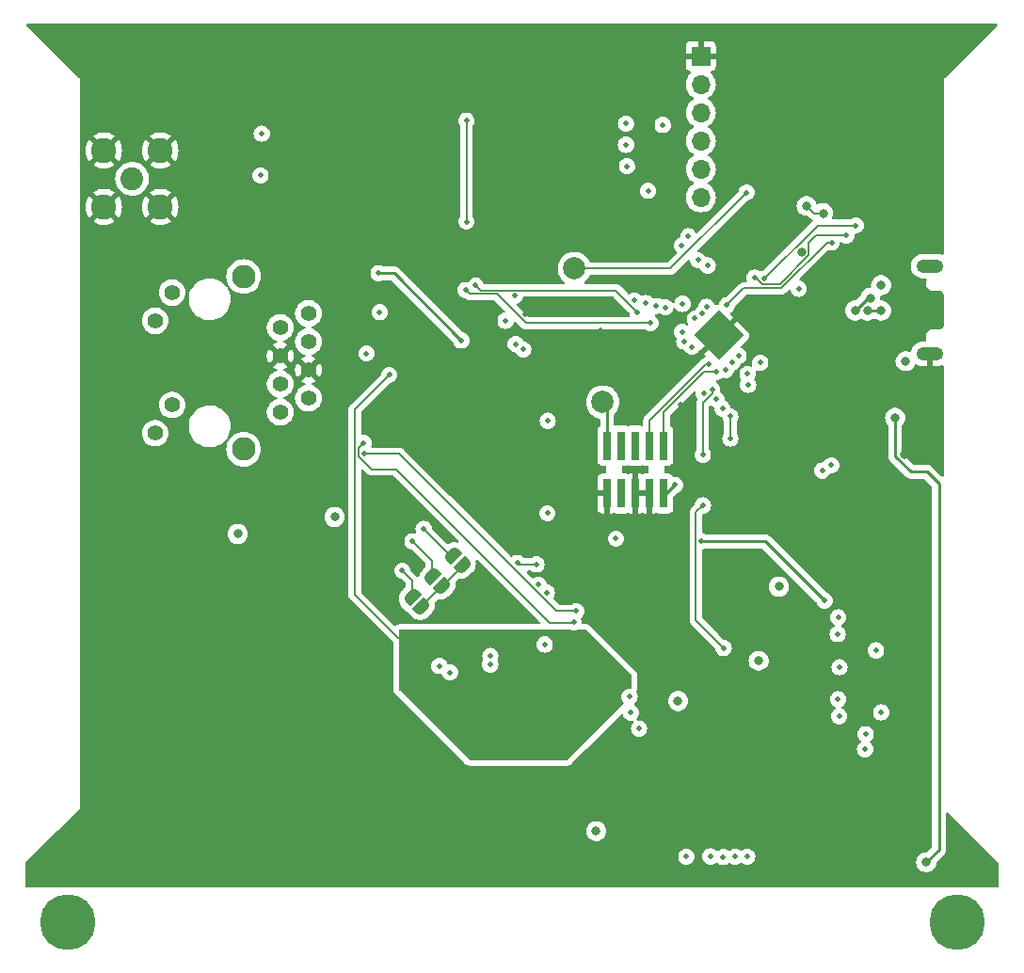
<source format=gbr>
%TF.GenerationSoftware,KiCad,Pcbnew,7.0.1*%
%TF.CreationDate,2023-07-16T20:54:18-07:00*%
%TF.ProjectId,flight_computer_dev_board_rfm98pw,666c6967-6874-45f6-936f-6d7075746572,rev?*%
%TF.SameCoordinates,Original*%
%TF.FileFunction,Copper,L4,Bot*%
%TF.FilePolarity,Positive*%
%FSLAX46Y46*%
G04 Gerber Fmt 4.6, Leading zero omitted, Abs format (unit mm)*
G04 Created by KiCad (PCBNEW 7.0.1) date 2023-07-16 20:54:18*
%MOMM*%
%LPD*%
G01*
G04 APERTURE LIST*
G04 Aperture macros list*
%AMRotRect*
0 Rectangle, with rotation*
0 The origin of the aperture is its center*
0 $1 length*
0 $2 width*
0 $3 Rotation angle, in degrees counterclockwise*
0 Add horizontal line*
21,1,$1,$2,0,0,$3*%
%AMFreePoly0*
4,1,19,0.499999,-0.750000,0.000000,-0.750000,0.000000,-0.744912,-0.071157,-0.744911,-0.207708,-0.704816,-0.327430,-0.627875,-0.420627,-0.520320,-0.479746,-0.390866,-0.500000,-0.250000,-0.500000,0.250000,-0.479746,0.390866,-0.420627,0.520320,-0.327430,0.627875,-0.207708,0.704816,-0.071157,0.744911,0.000000,0.744912,0.000000,0.750000,0.499999,0.750000,0.499999,-0.750000,0.499999,-0.750000,
$1*%
%AMFreePoly1*
4,1,19,0.000000,0.744912,0.071157,0.744911,0.207708,0.704816,0.327430,0.627875,0.420627,0.520320,0.479746,0.390866,0.500000,0.250000,0.500000,-0.250000,0.479746,-0.390866,0.420627,-0.520320,0.327430,-0.627875,0.207708,-0.704816,0.071157,-0.744911,0.000000,-0.744912,0.000000,-0.750000,-0.499999,-0.750000,-0.499999,0.750000,0.000000,0.750000,0.000000,0.744912,0.000000,0.744912,
$1*%
G04 Aperture macros list end*
%TA.AperFunction,ComponentPad*%
%ADD10C,2.050000*%
%TD*%
%TA.AperFunction,ComponentPad*%
%ADD11C,2.250000*%
%TD*%
%TA.AperFunction,ComponentPad*%
%ADD12C,5.000000*%
%TD*%
%TA.AperFunction,ComponentPad*%
%ADD13C,2.000000*%
%TD*%
%TA.AperFunction,ComponentPad*%
%ADD14C,0.500000*%
%TD*%
%TA.AperFunction,SMDPad,CuDef*%
%ADD15RotRect,3.200000X3.200000X315.000000*%
%TD*%
%TA.AperFunction,ComponentPad*%
%ADD16O,2.416000X1.208000*%
%TD*%
%TA.AperFunction,ComponentPad*%
%ADD17R,1.700000X1.700000*%
%TD*%
%TA.AperFunction,ComponentPad*%
%ADD18O,1.700000X1.700000*%
%TD*%
%TA.AperFunction,SMDPad,CuDef*%
%ADD19R,0.760000X2.600000*%
%TD*%
%TA.AperFunction,SMDPad,CuDef*%
%ADD20FreePoly0,135.000000*%
%TD*%
%TA.AperFunction,SMDPad,CuDef*%
%ADD21FreePoly1,135.000000*%
%TD*%
%TA.AperFunction,ComponentPad*%
%ADD22C,1.397000*%
%TD*%
%TA.AperFunction,ComponentPad*%
%ADD23C,2.108200*%
%TD*%
%TA.AperFunction,ViaPad*%
%ADD24C,0.600000*%
%TD*%
%TA.AperFunction,ViaPad*%
%ADD25C,0.800000*%
%TD*%
%TA.AperFunction,ViaPad*%
%ADD26C,0.460000*%
%TD*%
%TA.AperFunction,Conductor*%
%ADD27C,0.250000*%
%TD*%
%TA.AperFunction,Conductor*%
%ADD28C,0.127000*%
%TD*%
G04 APERTURE END LIST*
D10*
%TO.P,J6,1,In*%
%TO.N,Net-(J6-In)*%
X153170000Y-71210000D03*
D11*
%TO.P,J6,2,Ext*%
%TO.N,GND*%
X150630000Y-68670000D03*
X150630000Y-73750000D03*
X155710000Y-68670000D03*
X155710000Y-73750000D03*
%TD*%
D12*
%TO.P,,1*%
%TO.N,N/C*%
X227414400Y-138100000D03*
%TD*%
%TO.P,,1*%
%TO.N,N/C*%
X147381083Y-138100000D03*
%TD*%
D13*
%TO.P,TP2,1,1*%
%TO.N,/~{RESET}*%
X195510000Y-91320000D03*
%TD*%
D14*
%TO.P,IC1,57,GND*%
%TO.N,GND*%
X205930000Y-83400812D03*
X204020812Y-85310000D03*
D15*
X205930000Y-85310000D03*
D14*
X207839188Y-85310000D03*
X205930000Y-87219188D03*
%TD*%
D13*
%TO.P,TP1,1,1*%
%TO.N,/USBBOOT*%
X192960000Y-79300000D03*
%TD*%
D16*
%TO.P,J8,SH1,Shield*%
%TO.N,GND*%
X224920000Y-86970000D03*
%TO.P,J8,SH6*%
%TO.N,N/C*%
X224920000Y-79070000D03*
%TD*%
D17*
%TO.P,J3,1,Pin_1*%
%TO.N,GND*%
X204330000Y-60190000D03*
D18*
%TO.P,J3,2,Pin_2*%
%TO.N,TX*%
X204330000Y-62730000D03*
%TO.P,J3,3,Pin_3*%
%TO.N,RX*%
X204330000Y-65270000D03*
%TO.P,J3,4,Pin_4*%
%TO.N,SCL1*%
X204330000Y-67810000D03*
%TO.P,J3,5,Pin_5*%
%TO.N,SDA1*%
X204330000Y-70350000D03*
%TO.P,J3,6,Pin_6*%
%TO.N,3.3V*%
X204330000Y-72890000D03*
%TD*%
D19*
%TO.P,J1,1,VTref*%
%TO.N,3.3V*%
X200980000Y-99530000D03*
%TO.P,J1,2,SWDIO/TMS*%
%TO.N,SWDIO*%
X200980000Y-95230000D03*
%TO.P,J1,3,GND*%
%TO.N,GND*%
X199710000Y-99530000D03*
%TO.P,J1,4,SWDCLK/TCK*%
%TO.N,SWCLK*%
X199710000Y-95230000D03*
%TO.P,J1,5,GND*%
%TO.N,GND*%
X198440000Y-99530000D03*
%TO.P,J1,6,SWO/TDO*%
%TO.N,unconnected-(J1-SWO{slash}TDO-Pad6)*%
X198440000Y-95230000D03*
%TO.P,J1,7,KEY*%
%TO.N,unconnected-(J1-KEY-Pad7)*%
X197170000Y-99530000D03*
%TO.P,J1,8,NC/TDI*%
%TO.N,unconnected-(J1-NC{slash}TDI-Pad8)*%
X197170000Y-95230000D03*
%TO.P,J1,9,GNDDetect*%
%TO.N,GND*%
X195900000Y-99530000D03*
%TO.P,J1,10,~{RESET}*%
%TO.N,/~{RESET}*%
X195900000Y-95230000D03*
%TD*%
D20*
%TO.P,JP5,1,A*%
%TO.N,Net-(JP3-A)*%
X179249619Y-109739619D03*
D21*
%TO.P,JP5,2,B*%
%TO.N,Net-(JP5-B)*%
X178330381Y-108820381D03*
%TD*%
D22*
%TO.P,J5,1*%
%TO.N,TX+*%
X166490001Y-92230000D03*
%TO.P,J5,2*%
%TO.N,TX-*%
X169030001Y-90960000D03*
%TO.P,J5,3*%
%TO.N,TCT*%
X166490001Y-89690000D03*
%TO.P,J5,4*%
%TO.N,GND*%
X169030001Y-88420000D03*
%TO.P,J5,5*%
X166490001Y-87150000D03*
%TO.P,J5,6*%
%TO.N,RCT*%
X169030001Y-85880000D03*
%TO.P,J5,7*%
%TO.N,Net-(C18-Pad1)*%
X166490001Y-84610000D03*
%TO.P,J5,8*%
%TO.N,Net-(C19-Pad1)*%
X169030001Y-83340000D03*
%TO.P,J5,9*%
%TO.N,GREENLED*%
X155250001Y-83999892D03*
%TO.P,J5,10*%
%TO.N,3.3V*%
X156770000Y-81459892D03*
%TO.P,J5,11*%
%TO.N,YELLOWLED*%
X156770000Y-91569999D03*
%TO.P,J5,12*%
%TO.N,3.3V*%
X155250001Y-94109999D03*
D23*
%TO.P,J5,15*%
%TO.N,N/C*%
X163200000Y-95560000D03*
%TO.P,J5,16*%
X163200000Y-80010000D03*
%TD*%
D20*
%TO.P,JP4,1,A*%
%TO.N,Net-(JP3-A)*%
X181080000Y-107900000D03*
D21*
%TO.P,JP4,2,B*%
%TO.N,Net-(JP4-B)*%
X180160762Y-106980762D03*
%TD*%
D20*
%TO.P,JP3,1,A*%
%TO.N,Net-(JP3-A)*%
X182909619Y-106039619D03*
D21*
%TO.P,JP3,2,B*%
%TO.N,Net-(JP3-B)*%
X181990381Y-105120381D03*
%TD*%
D24*
%TO.N,GND*%
X164550000Y-61340000D03*
X164510000Y-60360000D03*
X164430000Y-59240000D03*
X163890000Y-58230000D03*
X162580000Y-58200000D03*
X161280000Y-58230000D03*
X160210000Y-58640000D03*
X153230000Y-62770000D03*
X153120000Y-63830000D03*
X152860000Y-64860000D03*
X152370000Y-65680000D03*
X152330000Y-66910000D03*
X153940000Y-66910000D03*
X153930000Y-65870000D03*
X154870000Y-65870000D03*
X155990000Y-65870000D03*
X155250000Y-62360000D03*
X155270000Y-61360000D03*
X159190000Y-60740000D03*
X151800000Y-61520000D03*
X151810000Y-60210000D03*
X151920000Y-58970000D03*
X153120000Y-58960000D03*
X154380000Y-58940000D03*
X155580000Y-58990000D03*
X156770000Y-58980000D03*
X158020000Y-58980000D03*
X159110000Y-58990000D03*
D25*
X208290000Y-76340000D03*
X196160000Y-78060000D03*
X201550000Y-106360000D03*
X189070000Y-95910000D03*
X180230000Y-96170000D03*
X168380000Y-108430000D03*
%TO.N,3.3V*%
X162670000Y-103180000D03*
X171390000Y-101650000D03*
X209540000Y-114590000D03*
X211350000Y-107920000D03*
X194910000Y-129920000D03*
X202280000Y-118210000D03*
%TO.N,GND*%
X215270000Y-86050000D03*
D26*
X216640000Y-124190000D03*
X176410000Y-110830000D03*
X184610000Y-84030000D03*
X210400000Y-91930000D03*
D25*
X218140000Y-68160000D03*
D26*
X208679998Y-97590002D03*
X200300000Y-81610000D03*
X216750000Y-116660000D03*
D25*
X213390000Y-77840000D03*
X222660000Y-96000000D03*
D26*
X189950000Y-85580000D03*
X190290000Y-113130000D03*
X198530000Y-90070000D03*
X190150000Y-104470000D03*
D25*
X220400000Y-84690000D03*
D26*
X205900000Y-77570000D03*
X204120000Y-132130000D03*
X224550000Y-101060000D03*
D25*
X211180000Y-71770000D03*
D26*
X195320000Y-84860000D03*
X198680000Y-111010000D03*
X194250000Y-93350000D03*
X202520000Y-91510000D03*
X188490000Y-83380000D03*
X190080000Y-90960000D03*
X216600000Y-107680000D03*
%TO.N,3.3V*%
X216690000Y-110680000D03*
X206340000Y-132250000D03*
X213130000Y-81120000D03*
X188360000Y-86580000D03*
X202010000Y-98770000D03*
D25*
%TO.N,VBUS*%
X221810000Y-92740000D03*
X220550000Y-80800000D03*
X222750000Y-87640000D03*
X224610000Y-132720000D03*
D26*
%TO.N,VCC_RF1*%
X182790000Y-85770000D03*
X215460000Y-109170000D03*
X204390000Y-103840000D03*
X175340000Y-79710000D03*
X190560000Y-93000000D03*
%TO.N,RX+*%
X174250000Y-86940000D03*
X185390000Y-114930000D03*
%TO.N,RX-*%
X175440000Y-83230000D03*
X185400000Y-114150000D03*
%TO.N,TX*%
X204950000Y-79020000D03*
%TO.N,RX*%
X204070000Y-78550000D03*
%TO.N,/USBBOOT*%
X208450000Y-72460000D03*
%TO.N,SDA1*%
X203210000Y-76390000D03*
X186770000Y-84000000D03*
%TO.N,SCL1*%
X187678042Y-86101958D03*
X187600000Y-81760000D03*
X202620000Y-77230000D03*
%TO.N,SDA0*%
X220093000Y-113660000D03*
X204850522Y-82754243D03*
%TO.N,SCL0*%
X204462067Y-83351099D03*
X216810000Y-115170000D03*
%TO.N,ENABLE_BURN*%
X203796738Y-83787000D03*
X216640000Y-112190000D03*
%TO.N,I2C_RESET*%
X202679075Y-82473441D03*
X216770000Y-119590000D03*
X220550000Y-119230000D03*
%TO.N,SPI1_MISO*%
X201127420Y-82797802D03*
X199590000Y-72310000D03*
%TO.N,SPI1_CS0*%
X200340891Y-82659109D03*
X197600000Y-66270000D03*
X183240000Y-66001499D03*
X183240000Y-75080000D03*
%TO.N,SPI1_SCK*%
X197600000Y-68170000D03*
X199392286Y-82407714D03*
%TO.N,SPI1_MOSI*%
X197690000Y-70090000D03*
X198371758Y-82190609D03*
%TO.N,ENAB_RF*%
X202660000Y-85010000D03*
X216670000Y-118060000D03*
%TO.N,VBUS_RESET*%
X219160000Y-121200000D03*
X202849500Y-85860738D03*
%TO.N,BURN_RELAY_A*%
X219110000Y-122540000D03*
X203550000Y-86350000D03*
%TO.N,SWCLK*%
X205044501Y-87897613D03*
%TO.N,SWDIO*%
X205760000Y-88610000D03*
%TO.N,SPI0_MISO*%
X190530000Y-101320000D03*
X196700000Y-103600000D03*
X203030000Y-132220000D03*
X204589411Y-90550000D03*
X197920000Y-117830000D03*
%TO.N,SPI0_CS0*%
X204510000Y-96070000D03*
X204517000Y-100610000D03*
X208510000Y-132220000D03*
X205337798Y-90170000D03*
X206380000Y-113450000D03*
%TO.N,SPI0_SCK*%
X190471573Y-108461573D03*
X205200000Y-132190000D03*
X198038604Y-119261396D03*
X205753603Y-91075929D03*
%TO.N,SPI0_MOSI*%
X189737000Y-107749415D03*
X206276956Y-91906956D03*
X207420000Y-132220000D03*
X198775000Y-120695000D03*
%TO.N,RF1_RST*%
X200910000Y-66380000D03*
X206570000Y-88420000D03*
%TO.N,WDT_WDI*%
X206990000Y-92600000D03*
X206990000Y-94590000D03*
%TO.N,RF1_IO4*%
X198640000Y-83210000D03*
X184080000Y-80820000D03*
X164830000Y-67160000D03*
X207168321Y-87727200D03*
%TO.N,RF1_IO0*%
X207730000Y-87140000D03*
X199794371Y-84205629D03*
X164720000Y-70930000D03*
X183180000Y-81240000D03*
%TO.N,NEOPIX*%
X208534359Y-88793124D03*
X216070000Y-97000000D03*
%TO.N,NEO_PWR*%
X215260000Y-97480000D03*
X208583633Y-89766425D03*
%TO.N,/QSPI_DATA[3]*%
X218280000Y-75430000D03*
X210049974Y-80209974D03*
%TO.N,/QSPI_SCK*%
X217420000Y-76340000D03*
X209174194Y-80114194D03*
%TO.N,/QSPI_DATA[0]*%
X206690000Y-82590000D03*
X216096396Y-76966396D03*
D25*
%TO.N,/QSPI_DATA[2]*%
X213850000Y-73670000D03*
X215330000Y-74330000D03*
D26*
%TO.N,TX+*%
X181770000Y-115640000D03*
%TO.N,TX-*%
X180820000Y-115064124D03*
%TO.N,GREENLED*%
X192900000Y-111130000D03*
X174000000Y-95010000D03*
%TO.N,YELLOWLED*%
X193120000Y-110130000D03*
X174020000Y-95970000D03*
%TO.N,Net-(JP3-B)*%
X179400000Y-102730000D03*
%TO.N,Net-(JP4-B)*%
X178390000Y-103840000D03*
%TO.N,Net-(JP5-B)*%
X177470000Y-106490000D03*
D25*
%TO.N,USB_D-*%
X218210000Y-83080000D03*
X219580000Y-81940000D03*
%TO.N,USB_D+*%
X219320000Y-83080000D03*
X220550000Y-83090000D03*
D26*
%TO.N,SPI0_CS1*%
X209677000Y-87778655D03*
X187828006Y-105790561D03*
X189538604Y-105921396D03*
%TO.N,GNDA*%
X178050000Y-112540000D03*
X176300000Y-88870000D03*
X186830000Y-116670000D03*
X188620000Y-116320000D03*
X190860000Y-121510000D03*
X189770000Y-115360000D03*
%TD*%
D27*
%TO.N,3.3V*%
X200980000Y-99530000D02*
X201250000Y-99530000D01*
X201250000Y-99530000D02*
X202010000Y-98770000D01*
%TO.N,VBUS*%
X225670000Y-98590000D02*
X225745000Y-98665000D01*
X224130000Y-97570000D02*
X224650000Y-97570000D01*
X221810000Y-96175305D02*
X223204695Y-97570000D01*
X223204695Y-97570000D02*
X224130000Y-97570000D01*
X224650000Y-97570000D02*
X225670000Y-98590000D01*
X225745000Y-131585000D02*
X224610000Y-132720000D01*
X225745000Y-98665000D02*
X225745000Y-131585000D01*
X221810000Y-92740000D02*
X221810000Y-96175305D01*
%TO.N,VCC_RF1*%
X210130000Y-103840000D02*
X215460000Y-109170000D01*
X176730000Y-79710000D02*
X182790000Y-85770000D01*
X175340000Y-79710000D02*
X176730000Y-79710000D01*
X204390000Y-103840000D02*
X210130000Y-103840000D01*
D28*
%TO.N,/USBBOOT*%
X192960000Y-79300000D02*
X201610000Y-79300000D01*
X201610000Y-79300000D02*
X208450000Y-72460000D01*
%TO.N,SPI1_CS0*%
X183240000Y-75080000D02*
X183240000Y-66001499D01*
%TO.N,SWCLK*%
X205044501Y-87897613D02*
X204756601Y-87897613D01*
X199710000Y-92944214D02*
X199710000Y-95230000D01*
X204756601Y-87897613D02*
X199710000Y-92944214D01*
%TO.N,SWDIO*%
X205760000Y-88610000D02*
X204630000Y-88610000D01*
X200980000Y-92260000D02*
X200980000Y-95230000D01*
X204630000Y-88610000D02*
X200980000Y-92260000D01*
D27*
%TO.N,/~{RESET}*%
X195900000Y-91710000D02*
X195510000Y-91320000D01*
X195900000Y-95230000D02*
X195900000Y-91710000D01*
D28*
%TO.N,SPI0_CS0*%
X205337798Y-90572202D02*
X204510000Y-91400000D01*
X203896500Y-101230500D02*
X204517000Y-100610000D01*
X203896500Y-110966500D02*
X203896500Y-101230500D01*
X205337798Y-90170000D02*
X205337798Y-90572202D01*
X204510000Y-91400000D02*
X204510000Y-96070000D01*
X206380000Y-113450000D02*
X203896500Y-110966500D01*
%TO.N,WDT_WDI*%
X206990000Y-92600000D02*
X206990000Y-94590000D01*
%TO.N,RF1_IO4*%
X198640000Y-83210000D02*
X196696500Y-81266500D01*
X196696500Y-81266500D02*
X184526500Y-81266500D01*
X184526500Y-81266500D02*
X184080000Y-80820000D01*
%TO.N,RF1_IO0*%
X186000000Y-81593500D02*
X188612129Y-84205629D01*
X188612129Y-84205629D02*
X199794371Y-84205629D01*
X183180000Y-81240000D02*
X183533500Y-81593500D01*
X183533500Y-81593500D02*
X186000000Y-81593500D01*
%TO.N,/QSPI_DATA[3]*%
X218280000Y-75430000D02*
X214829948Y-75430000D01*
X214829948Y-75430000D02*
X210049974Y-80209974D01*
%TO.N,/QSPI_SCK*%
X209845559Y-80703474D02*
X211464857Y-80703474D01*
X214680000Y-76340000D02*
X217420000Y-76340000D01*
X209174194Y-80114194D02*
X209256279Y-80114194D01*
X214053500Y-78114831D02*
X214053500Y-76966500D01*
X211464857Y-80703474D02*
X214053500Y-78114831D01*
X214053500Y-76966500D02*
X214680000Y-76340000D01*
X209256279Y-80114194D02*
X209845559Y-80703474D01*
%TO.N,/QSPI_DATA[0]*%
X208200000Y-81080000D02*
X206690000Y-82590000D01*
X215673604Y-76966396D02*
X211560000Y-81080000D01*
X216096396Y-76966396D02*
X215673604Y-76966396D01*
X211560000Y-81080000D02*
X208200000Y-81080000D01*
%TO.N,/QSPI_DATA[2]*%
X214510000Y-74330000D02*
X215330000Y-74330000D01*
X213850000Y-73670000D02*
X214510000Y-74330000D01*
%TO.N,GREENLED*%
X173526500Y-95483500D02*
X173526500Y-96174415D01*
X173526500Y-96174415D02*
X174702085Y-97350000D01*
X192836500Y-111193500D02*
X192900000Y-111130000D01*
X176900000Y-97350000D02*
X190743500Y-111193500D01*
X190743500Y-111193500D02*
X192836500Y-111193500D01*
X174000000Y-95010000D02*
X173526500Y-95483500D01*
X174702085Y-97350000D02*
X176900000Y-97350000D01*
%TO.N,YELLOWLED*%
X193120000Y-110130000D02*
X191350000Y-110130000D01*
X191350000Y-110130000D02*
X177190000Y-95970000D01*
X177190000Y-95970000D02*
X174020000Y-95970000D01*
%TO.N,Net-(JP3-A)*%
X179249619Y-109739619D02*
X179249619Y-109699619D01*
X179249619Y-109699619D02*
X182909619Y-106039619D01*
%TO.N,Net-(JP3-B)*%
X181990381Y-105120381D02*
X181790381Y-105120381D01*
X181790381Y-105120381D02*
X179400000Y-102730000D01*
%TO.N,Net-(JP4-B)*%
X180160762Y-105610762D02*
X178390000Y-103840000D01*
X180160762Y-106980762D02*
X180160762Y-105610762D01*
%TO.N,Net-(JP5-B)*%
X178330381Y-108820381D02*
X178330381Y-107350381D01*
X178330381Y-107350381D02*
X177470000Y-106490000D01*
D27*
%TO.N,USB_D-*%
X219350000Y-81940000D02*
X218210000Y-83080000D01*
X219580000Y-81940000D02*
X219350000Y-81940000D01*
%TO.N,USB_D+*%
X220540000Y-83080000D02*
X220550000Y-83090000D01*
X219320000Y-83080000D02*
X220540000Y-83080000D01*
D28*
%TO.N,SPI0_CS1*%
X187958841Y-105921396D02*
X187828006Y-105790561D01*
X189538604Y-105921396D02*
X187958841Y-105921396D01*
%TO.N,GNDA*%
X173199500Y-108659500D02*
X173199500Y-91970500D01*
X173199500Y-91970500D02*
X176300000Y-88870000D01*
X174890000Y-110350000D02*
X173199500Y-108659500D01*
X177080000Y-112540000D02*
X174890000Y-110350000D01*
X178050000Y-112540000D02*
X177080000Y-112540000D01*
%TD*%
%TA.AperFunction,Conductor*%
%TO.N,GNDA*%
G36*
X192622869Y-111806958D02*
G01*
X192650462Y-111816613D01*
X192736420Y-111846691D01*
X192845473Y-111858978D01*
X192899999Y-111865122D01*
X192899999Y-111865121D01*
X192900000Y-111865122D01*
X193063580Y-111846691D01*
X193170040Y-111809439D01*
X193177131Y-111806958D01*
X193218085Y-111800000D01*
X193968638Y-111800000D01*
X194016091Y-111809439D01*
X194056319Y-111836319D01*
X198073681Y-115853681D01*
X198100561Y-115893909D01*
X198110000Y-115941362D01*
X198110000Y-116977530D01*
X198090994Y-117043502D01*
X198039801Y-117089250D01*
X197972115Y-117100749D01*
X197968694Y-117100364D01*
X197919999Y-117094877D01*
X197756419Y-117113308D01*
X197601042Y-117167677D01*
X197461658Y-117255257D01*
X197345257Y-117371658D01*
X197257677Y-117511042D01*
X197203308Y-117666419D01*
X197184877Y-117829999D01*
X197203308Y-117993580D01*
X197257677Y-118148957D01*
X197345257Y-118288341D01*
X197355776Y-118298860D01*
X197387870Y-118354447D01*
X197387870Y-118418635D01*
X197355776Y-118474222D01*
X192389999Y-123440000D01*
X192384428Y-123453452D01*
X192357548Y-123493681D01*
X192317320Y-123520561D01*
X192269867Y-123530000D01*
X183581362Y-123530000D01*
X183533909Y-123520561D01*
X183493681Y-123493681D01*
X177186319Y-117186319D01*
X177159439Y-117146091D01*
X177150000Y-117098638D01*
X177150000Y-115064123D01*
X180084877Y-115064123D01*
X180103308Y-115227704D01*
X180157677Y-115383081D01*
X180245257Y-115522465D01*
X180361658Y-115638866D01*
X180501042Y-115726446D01*
X180656419Y-115780815D01*
X180819999Y-115799246D01*
X180819999Y-115799245D01*
X180820000Y-115799246D01*
X180889902Y-115791370D01*
X180944735Y-115785192D01*
X180999573Y-115791370D01*
X181046300Y-115820730D01*
X181075660Y-115867457D01*
X181107677Y-115958957D01*
X181195257Y-116098341D01*
X181311658Y-116214742D01*
X181451042Y-116302322D01*
X181606419Y-116356691D01*
X181770000Y-116375122D01*
X181933580Y-116356691D01*
X182088957Y-116302322D01*
X182228341Y-116214742D01*
X182344742Y-116098341D01*
X182432322Y-115958957D01*
X182486691Y-115803580D01*
X182505122Y-115640000D01*
X182486691Y-115476420D01*
X182432322Y-115321043D01*
X182432322Y-115321042D01*
X182344742Y-115181658D01*
X182228341Y-115065257D01*
X182088957Y-114977677D01*
X181952705Y-114930000D01*
X184654877Y-114930000D01*
X184673308Y-115093580D01*
X184727677Y-115248957D01*
X184815257Y-115388341D01*
X184931658Y-115504742D01*
X185071042Y-115592322D01*
X185226419Y-115646691D01*
X185390000Y-115665122D01*
X185553580Y-115646691D01*
X185708957Y-115592322D01*
X185848341Y-115504742D01*
X185964742Y-115388341D01*
X186052322Y-115248957D01*
X186106691Y-115093580D01*
X186125122Y-114930000D01*
X186106691Y-114766420D01*
X186106691Y-114766419D01*
X186047708Y-114597856D01*
X186049340Y-114597284D01*
X186035129Y-114547956D01*
X186054134Y-114481986D01*
X186062322Y-114468957D01*
X186116691Y-114313580D01*
X186135122Y-114150000D01*
X186116691Y-113986420D01*
X186067797Y-113846691D01*
X186062322Y-113831042D01*
X185974742Y-113691658D01*
X185858341Y-113575257D01*
X185718957Y-113487677D01*
X185563580Y-113433308D01*
X185400000Y-113414877D01*
X185236419Y-113433308D01*
X185081042Y-113487677D01*
X184941658Y-113575257D01*
X184825257Y-113691658D01*
X184737677Y-113831042D01*
X184683308Y-113986419D01*
X184664877Y-114149999D01*
X184683308Y-114313580D01*
X184742292Y-114482143D01*
X184740660Y-114482713D01*
X184754870Y-114532044D01*
X184735867Y-114598009D01*
X184727677Y-114611043D01*
X184673308Y-114766419D01*
X184654877Y-114930000D01*
X181952705Y-114930000D01*
X181933580Y-114923308D01*
X181769999Y-114904877D01*
X181645263Y-114918931D01*
X181590425Y-114912752D01*
X181543699Y-114883392D01*
X181514339Y-114836667D01*
X181482322Y-114745167D01*
X181468771Y-114723601D01*
X181394742Y-114605782D01*
X181278341Y-114489381D01*
X181138957Y-114401801D01*
X180983580Y-114347432D01*
X180820000Y-114329001D01*
X180656419Y-114347432D01*
X180501042Y-114401801D01*
X180361658Y-114489381D01*
X180245257Y-114605782D01*
X180157677Y-114745166D01*
X180103308Y-114900543D01*
X180084877Y-115064123D01*
X177150000Y-115064123D01*
X177150000Y-113130000D01*
X189554877Y-113130000D01*
X189573308Y-113293580D01*
X189627677Y-113448957D01*
X189715257Y-113588341D01*
X189831658Y-113704742D01*
X189971042Y-113792322D01*
X190126419Y-113846691D01*
X190290000Y-113865122D01*
X190453580Y-113846691D01*
X190608957Y-113792322D01*
X190748341Y-113704742D01*
X190864742Y-113588341D01*
X190952322Y-113448957D01*
X191006691Y-113293580D01*
X191025122Y-113130000D01*
X191006691Y-112966420D01*
X190952322Y-112811043D01*
X190952322Y-112811042D01*
X190864742Y-112671658D01*
X190748341Y-112555257D01*
X190608957Y-112467677D01*
X190453580Y-112413308D01*
X190290000Y-112394877D01*
X190126419Y-112413308D01*
X189971042Y-112467677D01*
X189831658Y-112555257D01*
X189715257Y-112671658D01*
X189627677Y-112811042D01*
X189573308Y-112966419D01*
X189554877Y-113130000D01*
X177150000Y-113130000D01*
X177150000Y-111924000D01*
X177166613Y-111862000D01*
X177212000Y-111816613D01*
X177274000Y-111800000D01*
X192581915Y-111800000D01*
X192622869Y-111806958D01*
G37*
%TD.AperFunction*%
%TD*%
%TA.AperFunction,Conductor*%
%TO.N,GND*%
G36*
X190326502Y-112907688D02*
G01*
X190353571Y-112913866D01*
X190375054Y-112921384D01*
X190375057Y-112921385D01*
X190400069Y-112933431D01*
X190419347Y-112945544D01*
X190441057Y-112962857D01*
X190457141Y-112978941D01*
X190474452Y-113000646D01*
X190486567Y-113019928D01*
X190498615Y-113044947D01*
X190506131Y-113066428D01*
X190512309Y-113093498D01*
X190514857Y-113116114D01*
X190514858Y-113143875D01*
X190512310Y-113166497D01*
X190506129Y-113193577D01*
X190498612Y-113215057D01*
X190486566Y-113240069D01*
X190474453Y-113259347D01*
X190457140Y-113281057D01*
X190441057Y-113297140D01*
X190419347Y-113314453D01*
X190400069Y-113326566D01*
X190375057Y-113338612D01*
X190353577Y-113346129D01*
X190326497Y-113352310D01*
X190303876Y-113354858D01*
X190276113Y-113354857D01*
X190253499Y-113352309D01*
X190226430Y-113346131D01*
X190204944Y-113338613D01*
X190179925Y-113326565D01*
X190160649Y-113314453D01*
X190138940Y-113297140D01*
X190122857Y-113281057D01*
X190105544Y-113259347D01*
X190093431Y-113240069D01*
X190081385Y-113215057D01*
X190073866Y-113193571D01*
X190067688Y-113166502D01*
X190065139Y-113143873D01*
X190065140Y-113116114D01*
X190067689Y-113093494D01*
X190073866Y-113066430D01*
X190081384Y-113044944D01*
X190093429Y-113019930D01*
X190105547Y-113000645D01*
X190122853Y-112978944D01*
X190138944Y-112962853D01*
X190160645Y-112945547D01*
X190179930Y-112933429D01*
X190204941Y-112921385D01*
X190226431Y-112913865D01*
X190253494Y-112907689D01*
X190276118Y-112905139D01*
X190303873Y-112905139D01*
X190326502Y-112907688D01*
G37*
%TD.AperFunction*%
%TA.AperFunction,Conductor*%
G36*
X173925818Y-97390462D02*
G01*
X173975181Y-97420712D01*
X174271384Y-97716915D01*
X174282079Y-97729110D01*
X174299835Y-97752250D01*
X174360706Y-97798957D01*
X174417652Y-97842653D01*
X174554851Y-97899483D01*
X174684955Y-97916611D01*
X174702084Y-97918867D01*
X174702084Y-97918866D01*
X174702085Y-97918867D01*
X174730995Y-97915060D01*
X174747179Y-97914000D01*
X176615021Y-97914000D01*
X176662474Y-97923439D01*
X176702702Y-97950319D01*
X182507119Y-103754736D01*
X182538902Y-103809185D01*
X182539802Y-103872225D01*
X182509587Y-103927559D01*
X182456067Y-103960883D01*
X182393079Y-103963583D01*
X182310682Y-103945658D01*
X182263070Y-103938812D01*
X182239265Y-103935390D01*
X182167118Y-103935390D01*
X182023704Y-103945649D01*
X181883079Y-103976240D01*
X181748363Y-104026486D01*
X181665375Y-104071801D01*
X181614794Y-104086653D01*
X181562614Y-104079151D01*
X181518267Y-104050650D01*
X180157867Y-102690250D01*
X180133828Y-102656370D01*
X180122328Y-102616451D01*
X180116691Y-102566420D01*
X180062322Y-102411042D01*
X179974742Y-102271658D01*
X179858341Y-102155257D01*
X179718957Y-102067677D01*
X179563580Y-102013308D01*
X179400000Y-101994877D01*
X179236419Y-102013308D01*
X179081042Y-102067677D01*
X178941658Y-102155257D01*
X178825257Y-102271658D01*
X178737677Y-102411042D01*
X178683308Y-102566419D01*
X178664877Y-102729999D01*
X178683308Y-102893580D01*
X178707967Y-102964049D01*
X178711818Y-103032594D01*
X178678611Y-103092682D01*
X178618526Y-103125893D01*
X178567669Y-103123040D01*
X178567463Y-103124873D01*
X178390000Y-103104877D01*
X178226419Y-103123308D01*
X178071042Y-103177677D01*
X177931658Y-103265257D01*
X177815257Y-103381658D01*
X177727677Y-103521042D01*
X177673308Y-103676419D01*
X177654877Y-103839999D01*
X177673308Y-104003580D01*
X177727677Y-104158957D01*
X177815257Y-104298341D01*
X177931658Y-104414742D01*
X178071042Y-104502322D01*
X178226420Y-104556691D01*
X178276451Y-104562328D01*
X178316370Y-104573828D01*
X178350250Y-104597867D01*
X179560443Y-105808060D01*
X179587323Y-105848288D01*
X179596762Y-105895741D01*
X179596762Y-106071200D01*
X179587323Y-106118653D01*
X179560443Y-106158881D01*
X179326865Y-106392458D01*
X179320388Y-106398489D01*
X179269247Y-106442803D01*
X179222012Y-106497316D01*
X179222004Y-106497327D01*
X179161929Y-106577579D01*
X179135839Y-106612431D01*
X179066867Y-106738744D01*
X179016621Y-106873459D01*
X178998056Y-106958801D01*
X178964831Y-107019863D01*
X178903967Y-107053450D01*
X178834594Y-107049005D01*
X178778513Y-107007927D01*
X178732630Y-106948130D01*
X178709491Y-106930375D01*
X178697296Y-106919680D01*
X178227867Y-106450250D01*
X178203828Y-106416370D01*
X178192328Y-106376451D01*
X178186691Y-106326420D01*
X178132322Y-106171042D01*
X178044742Y-106031658D01*
X177928341Y-105915257D01*
X177788957Y-105827677D01*
X177633580Y-105773308D01*
X177470000Y-105754877D01*
X177306419Y-105773308D01*
X177151042Y-105827677D01*
X177011658Y-105915257D01*
X176895257Y-106031658D01*
X176807677Y-106171042D01*
X176753308Y-106326419D01*
X176734877Y-106489999D01*
X176753308Y-106653580D01*
X176807677Y-106808957D01*
X176895257Y-106948341D01*
X177011658Y-107064742D01*
X177151042Y-107152322D01*
X177306420Y-107206691D01*
X177356451Y-107212328D01*
X177396370Y-107223828D01*
X177430250Y-107247867D01*
X177730062Y-107547678D01*
X177756942Y-107587906D01*
X177766381Y-107635359D01*
X177766381Y-107910819D01*
X177756942Y-107958272D01*
X177730062Y-107998500D01*
X177496484Y-108232077D01*
X177490007Y-108238108D01*
X177438866Y-108282422D01*
X177391631Y-108336935D01*
X177391623Y-108336946D01*
X177316006Y-108437960D01*
X177305458Y-108452050D01*
X177236486Y-108578363D01*
X177186240Y-108713079D01*
X177155649Y-108853704D01*
X177145390Y-108997118D01*
X177145390Y-109044140D01*
X177145390Y-109069266D01*
X177147573Y-109084448D01*
X177155658Y-109140682D01*
X177186221Y-109281175D01*
X177236515Y-109416017D01*
X177305414Y-109542196D01*
X177305419Y-109542205D01*
X177305422Y-109542209D01*
X177318707Y-109562881D01*
X177344428Y-109602902D01*
X177391676Y-109657429D01*
X177796057Y-110061810D01*
X177903135Y-110143974D01*
X177926023Y-110166862D01*
X178008189Y-110273942D01*
X178412569Y-110678322D01*
X178414504Y-110679999D01*
X178467099Y-110725573D01*
X178527791Y-110764578D01*
X178527798Y-110764582D01*
X178527803Y-110764585D01*
X178653982Y-110833484D01*
X178788824Y-110883778D01*
X178788827Y-110883778D01*
X178788828Y-110883779D01*
X178929320Y-110914342D01*
X179000734Y-110924610D01*
X179072882Y-110924609D01*
X179216294Y-110914351D01*
X179356922Y-110883759D01*
X179491635Y-110833514D01*
X179617953Y-110764540D01*
X179733054Y-110678377D01*
X179787579Y-110631131D01*
X179831905Y-110579974D01*
X179837910Y-110573525D01*
X180083525Y-110327910D01*
X180089974Y-110321905D01*
X180141131Y-110277579D01*
X180188377Y-110223054D01*
X180274540Y-110107953D01*
X180343514Y-109981635D01*
X180393759Y-109846922D01*
X180424351Y-109706294D01*
X180434609Y-109562882D01*
X180434610Y-109490734D01*
X180424342Y-109419320D01*
X180421438Y-109405971D01*
X180423627Y-109344677D01*
X180454921Y-109291932D01*
X180639901Y-109106952D01*
X180692647Y-109075657D01*
X180753937Y-109073469D01*
X180759701Y-109074723D01*
X180831115Y-109084991D01*
X180903263Y-109084990D01*
X181046675Y-109074732D01*
X181187303Y-109044140D01*
X181322016Y-108993895D01*
X181448334Y-108924921D01*
X181563435Y-108838758D01*
X181617960Y-108791512D01*
X181662286Y-108740355D01*
X181668291Y-108733906D01*
X181913906Y-108488291D01*
X181920355Y-108482286D01*
X181971512Y-108437960D01*
X182018758Y-108383435D01*
X182104921Y-108268334D01*
X182173895Y-108142016D01*
X182224140Y-108007303D01*
X182254732Y-107866675D01*
X182264990Y-107723263D01*
X182264991Y-107651115D01*
X182254723Y-107579701D01*
X182253469Y-107573937D01*
X182255657Y-107512647D01*
X182286952Y-107459901D01*
X182495764Y-107251089D01*
X182544284Y-107221118D01*
X182601088Y-107216034D01*
X182660734Y-107224610D01*
X182732882Y-107224609D01*
X182876294Y-107214351D01*
X183016922Y-107183759D01*
X183151635Y-107133514D01*
X183277953Y-107064540D01*
X183393054Y-106978377D01*
X183447579Y-106931131D01*
X183491905Y-106879974D01*
X183497910Y-106873525D01*
X183743525Y-106627910D01*
X183749974Y-106621905D01*
X183801131Y-106577579D01*
X183848377Y-106523054D01*
X183934540Y-106407953D01*
X184003514Y-106281635D01*
X184053759Y-106146922D01*
X184084351Y-106006294D01*
X184094609Y-105862882D01*
X184094610Y-105790734D01*
X184084342Y-105719320D01*
X184066416Y-105636918D01*
X184069115Y-105573932D01*
X184102439Y-105520413D01*
X184157774Y-105490197D01*
X184220814Y-105491097D01*
X184275263Y-105522880D01*
X189835203Y-111082819D01*
X189865453Y-111132182D01*
X189869995Y-111189898D01*
X189847840Y-111243385D01*
X189803817Y-111280985D01*
X189747522Y-111294500D01*
X177273999Y-111294500D01*
X177143169Y-111311724D01*
X177081161Y-111328339D01*
X176959250Y-111378836D01*
X176908142Y-111418053D01*
X176854188Y-111441793D01*
X176795368Y-111437938D01*
X176744975Y-111407358D01*
X173799819Y-108462202D01*
X173772939Y-108421974D01*
X173763500Y-108374521D01*
X173763500Y-97508393D01*
X173777015Y-97452098D01*
X173814615Y-97408075D01*
X173868102Y-97385920D01*
X173925818Y-97390462D01*
G37*
%TD.AperFunction*%
%TA.AperFunction,Conductor*%
G36*
X196458974Y-81839939D02*
G01*
X196499202Y-81866819D01*
X197882132Y-83249749D01*
X197906171Y-83283628D01*
X197917671Y-83323546D01*
X197923308Y-83373580D01*
X197959383Y-83476674D01*
X197965125Y-83534963D01*
X197943472Y-83589384D01*
X197899256Y-83627796D01*
X197842342Y-83641629D01*
X188897107Y-83641629D01*
X188849654Y-83632190D01*
X188809426Y-83605310D01*
X187841807Y-82637690D01*
X187810334Y-82584336D01*
X187808597Y-82522416D01*
X187837029Y-82467382D01*
X187888532Y-82432968D01*
X187918957Y-82422322D01*
X188058341Y-82334742D01*
X188174742Y-82218341D01*
X188262322Y-82078957D01*
X188283260Y-82019120D01*
X188320203Y-81913545D01*
X188346346Y-81870158D01*
X188387657Y-81840846D01*
X188437244Y-81830500D01*
X196411521Y-81830500D01*
X196458974Y-81839939D01*
G37*
%TD.AperFunction*%
%TA.AperFunction,Conductor*%
G36*
X230926583Y-57283515D02*
G01*
X230970606Y-57321115D01*
X230992761Y-57374602D01*
X230988219Y-57432318D01*
X230957969Y-57481681D01*
X226267208Y-62172441D01*
X226245311Y-62187978D01*
X226224598Y-62213950D01*
X226215345Y-62224304D01*
X226212252Y-62227396D01*
X226209922Y-62231105D01*
X226201889Y-62242426D01*
X226181176Y-62268400D01*
X226176517Y-62279647D01*
X226172800Y-62312641D01*
X226170475Y-62326333D01*
X226169500Y-62330607D01*
X226169500Y-62334978D01*
X226168721Y-62348859D01*
X226165002Y-62381865D01*
X226169500Y-62408332D01*
X226169500Y-77955488D01*
X226155032Y-78013616D01*
X226115003Y-78058179D01*
X226058755Y-78078778D01*
X225999417Y-78070606D01*
X225836589Y-78005420D01*
X225836587Y-78005419D01*
X225629467Y-77965500D01*
X224263387Y-77965500D01*
X224263382Y-77965500D01*
X224106023Y-77980526D01*
X223903633Y-78039952D01*
X223716142Y-78136610D01*
X223550342Y-78266998D01*
X223412206Y-78426415D01*
X223306740Y-78609087D01*
X223237752Y-78808417D01*
X223207733Y-79017205D01*
X223207733Y-79017207D01*
X223212855Y-79124742D01*
X223217769Y-79227902D01*
X223267500Y-79432894D01*
X223355122Y-79624761D01*
X223447953Y-79755122D01*
X223477478Y-79796584D01*
X223630138Y-79942145D01*
X223807587Y-80056184D01*
X224003411Y-80134580D01*
X224210533Y-80174500D01*
X224527236Y-80174500D01*
X224587217Y-80189972D01*
X224632230Y-80232528D01*
X224651041Y-80291548D01*
X224638956Y-80352300D01*
X224610906Y-80410547D01*
X224602119Y-80428794D01*
X224569500Y-80571706D01*
X224569500Y-80718294D01*
X224602119Y-80861207D01*
X224665719Y-80993275D01*
X224665721Y-80993277D01*
X224757117Y-81107883D01*
X224817263Y-81155848D01*
X224871724Y-81199280D01*
X224953434Y-81238629D01*
X225003794Y-81262881D01*
X225146706Y-81295500D01*
X225197410Y-81295500D01*
X225220000Y-81295500D01*
X225259882Y-81295500D01*
X225835989Y-81295500D01*
X225865067Y-81298958D01*
X225921388Y-81312544D01*
X225951611Y-81324185D01*
X225967279Y-81332717D01*
X226007277Y-81354498D01*
X226033453Y-81373569D01*
X226055373Y-81394428D01*
X226079368Y-81417263D01*
X226099714Y-81442466D01*
X226132744Y-81496557D01*
X226145869Y-81526167D01*
X226163764Y-81586964D01*
X226168773Y-81618967D01*
X226170201Y-81677771D01*
X226169371Y-81686215D01*
X226169433Y-81702821D01*
X226168729Y-81716482D01*
X226166019Y-81741790D01*
X226169676Y-81766856D01*
X226174442Y-83019684D01*
X226174443Y-83020156D01*
X226174443Y-84272753D01*
X226170915Y-84297258D01*
X226173737Y-84323592D01*
X226174443Y-84336803D01*
X226174443Y-84355686D01*
X226175071Y-84361946D01*
X226173651Y-84420513D01*
X226168644Y-84452512D01*
X226150755Y-84513304D01*
X226137630Y-84542917D01*
X226104608Y-84597001D01*
X226084263Y-84622204D01*
X226038358Y-84665894D01*
X226012181Y-84684969D01*
X225956531Y-84715279D01*
X225926309Y-84726923D01*
X225892332Y-84735122D01*
X225867805Y-84741040D01*
X225838720Y-84744500D01*
X225146706Y-84744500D01*
X225003792Y-84777119D01*
X224871724Y-84840719D01*
X224757117Y-84932117D01*
X224665719Y-85046724D01*
X224602119Y-85178792D01*
X224569500Y-85321706D01*
X224569500Y-85468294D01*
X224602119Y-85611208D01*
X224639196Y-85688199D01*
X224651281Y-85748953D01*
X224632470Y-85807972D01*
X224587457Y-85850528D01*
X224527476Y-85866000D01*
X224263411Y-85866000D01*
X224106113Y-85881019D01*
X223903819Y-85940419D01*
X223716414Y-86037032D01*
X223550688Y-86167361D01*
X223412615Y-86326705D01*
X223307197Y-86509296D01*
X223234367Y-86719727D01*
X223231938Y-86718886D01*
X223218823Y-86752335D01*
X223176743Y-86790404D01*
X223122110Y-86805741D01*
X223066365Y-86795134D01*
X223029802Y-86778855D01*
X222844648Y-86739500D01*
X222844646Y-86739500D01*
X222655354Y-86739500D01*
X222655352Y-86739500D01*
X222470197Y-86778855D01*
X222297269Y-86855848D01*
X222144129Y-86967110D01*
X222017466Y-87107783D01*
X221922820Y-87271715D01*
X221864326Y-87451742D01*
X221844540Y-87640000D01*
X221864326Y-87828257D01*
X221922820Y-88008284D01*
X222017466Y-88172216D01*
X222144129Y-88312889D01*
X222297269Y-88424151D01*
X222470197Y-88501144D01*
X222655352Y-88540500D01*
X222655354Y-88540500D01*
X222844646Y-88540500D01*
X222844648Y-88540500D01*
X222970369Y-88513777D01*
X223029803Y-88501144D01*
X223202730Y-88424151D01*
X223325735Y-88334783D01*
X223355870Y-88312889D01*
X223482533Y-88172216D01*
X223577178Y-88008286D01*
X223581451Y-87995135D01*
X223610458Y-87947032D01*
X223657712Y-87916663D01*
X223713518Y-87910259D01*
X223766423Y-87929136D01*
X223807814Y-87955737D01*
X224003554Y-88034099D01*
X224210580Y-88074000D01*
X224670000Y-88074000D01*
X224670000Y-86844000D01*
X224686613Y-86782000D01*
X224732000Y-86736613D01*
X224794000Y-86720000D01*
X225046000Y-86720000D01*
X225108000Y-86736613D01*
X225153387Y-86782000D01*
X225170000Y-86844000D01*
X225170000Y-88074000D01*
X225576589Y-88074000D01*
X225733886Y-88058980D01*
X225936180Y-87999580D01*
X225988680Y-87972515D01*
X226049926Y-87958810D01*
X226110038Y-87976850D01*
X226153617Y-88022013D01*
X226169500Y-88082731D01*
X226169500Y-97905548D01*
X226155985Y-97961843D01*
X226118385Y-98005866D01*
X226064898Y-98028021D01*
X226007182Y-98023479D01*
X225957819Y-97993229D01*
X225608170Y-97643580D01*
X225150802Y-97186211D01*
X225137906Y-97170113D01*
X225086775Y-97122098D01*
X225083978Y-97119387D01*
X225064470Y-97099879D01*
X225061290Y-97097412D01*
X225052424Y-97089839D01*
X225020582Y-97059938D01*
X225003024Y-97050285D01*
X224986764Y-97039604D01*
X224970936Y-97027327D01*
X224930851Y-97009980D01*
X224920361Y-97004841D01*
X224882091Y-96983802D01*
X224862691Y-96978821D01*
X224844284Y-96972519D01*
X224825897Y-96964562D01*
X224782758Y-96957729D01*
X224771324Y-96955361D01*
X224729019Y-96944500D01*
X224708984Y-96944500D01*
X224689586Y-96942973D01*
X224682162Y-96941797D01*
X224669805Y-96939840D01*
X224669804Y-96939840D01*
X224636751Y-96942964D01*
X224626325Y-96943950D01*
X224614656Y-96944500D01*
X224209019Y-96944500D01*
X223515147Y-96944500D01*
X223467694Y-96935061D01*
X223427466Y-96908181D01*
X222471819Y-95952533D01*
X222444939Y-95912305D01*
X222435500Y-95864852D01*
X222435500Y-93438687D01*
X222443736Y-93394249D01*
X222467347Y-93355717D01*
X222542533Y-93272216D01*
X222637179Y-93108284D01*
X222695674Y-92928256D01*
X222715460Y-92740000D01*
X222695674Y-92551744D01*
X222656455Y-92431041D01*
X222637179Y-92371715D01*
X222542533Y-92207783D01*
X222415870Y-92067110D01*
X222262730Y-91955848D01*
X222089802Y-91878855D01*
X221904648Y-91839500D01*
X221904646Y-91839500D01*
X221715354Y-91839500D01*
X221715352Y-91839500D01*
X221530197Y-91878855D01*
X221357269Y-91955848D01*
X221204129Y-92067110D01*
X221077466Y-92207783D01*
X220982820Y-92371715D01*
X220924326Y-92551742D01*
X220904540Y-92740000D01*
X220924326Y-92928257D01*
X220982820Y-93108284D01*
X221077464Y-93272213D01*
X221077467Y-93272216D01*
X221152652Y-93355717D01*
X221176264Y-93394249D01*
X221184500Y-93438687D01*
X221184500Y-96092561D01*
X221182235Y-96113067D01*
X221184439Y-96183178D01*
X221184500Y-96187073D01*
X221184500Y-96214654D01*
X221185003Y-96218639D01*
X221185918Y-96230272D01*
X221187290Y-96273931D01*
X221192879Y-96293165D01*
X221196825Y-96312221D01*
X221199335Y-96332097D01*
X221215414Y-96372709D01*
X221219197Y-96383756D01*
X221231382Y-96425696D01*
X221241580Y-96442940D01*
X221250136Y-96460405D01*
X221257514Y-96479037D01*
X221257515Y-96479038D01*
X221283180Y-96514364D01*
X221289593Y-96524127D01*
X221311826Y-96561721D01*
X221311829Y-96561724D01*
X221311830Y-96561725D01*
X221325995Y-96575890D01*
X221338627Y-96590680D01*
X221350406Y-96606892D01*
X221384058Y-96634731D01*
X221392699Y-96642594D01*
X222703892Y-97953787D01*
X222716793Y-97969889D01*
X222718907Y-97971874D01*
X222718909Y-97971877D01*
X222755103Y-98005866D01*
X222767935Y-98017916D01*
X222770730Y-98020625D01*
X222790225Y-98040120D01*
X222793399Y-98042582D01*
X222802263Y-98050153D01*
X222834113Y-98080062D01*
X222844609Y-98085832D01*
X222851669Y-98089714D01*
X222867926Y-98100392D01*
X222883759Y-98112674D01*
X222899880Y-98119649D01*
X222923851Y-98130023D01*
X222934338Y-98135160D01*
X222972603Y-98156197D01*
X222992011Y-98161180D01*
X223010405Y-98167478D01*
X223028800Y-98175438D01*
X223071949Y-98182271D01*
X223083375Y-98184638D01*
X223098917Y-98188629D01*
X223125675Y-98195500D01*
X223125676Y-98195500D01*
X223145711Y-98195500D01*
X223165108Y-98197026D01*
X223184891Y-98200160D01*
X223228369Y-98196050D01*
X223240039Y-98195500D01*
X224050981Y-98195500D01*
X224169350Y-98195500D01*
X224339548Y-98195500D01*
X224387001Y-98204939D01*
X224427229Y-98231819D01*
X225083181Y-98887772D01*
X225110061Y-98928000D01*
X225119500Y-98975453D01*
X225119500Y-131274547D01*
X225110061Y-131322000D01*
X225083181Y-131362228D01*
X224662228Y-131783181D01*
X224622000Y-131810061D01*
X224574547Y-131819500D01*
X224515352Y-131819500D01*
X224330197Y-131858855D01*
X224157269Y-131935848D01*
X224004129Y-132047110D01*
X223877466Y-132187783D01*
X223782820Y-132351715D01*
X223724326Y-132531742D01*
X223704540Y-132720000D01*
X223724326Y-132908257D01*
X223782820Y-133088284D01*
X223877466Y-133252216D01*
X224004129Y-133392889D01*
X224157269Y-133504151D01*
X224330197Y-133581144D01*
X224515352Y-133620500D01*
X224515354Y-133620500D01*
X224704646Y-133620500D01*
X224704648Y-133620500D01*
X224828084Y-133594262D01*
X224889803Y-133581144D01*
X225062730Y-133504151D01*
X225215871Y-133392888D01*
X225342533Y-133252216D01*
X225437179Y-133088284D01*
X225495674Y-132908256D01*
X225513322Y-132740341D01*
X225524720Y-132699927D01*
X225548957Y-132665632D01*
X226128789Y-132085800D01*
X226144885Y-132072906D01*
X226146873Y-132070787D01*
X226146877Y-132070786D01*
X226192948Y-132021723D01*
X226195566Y-132019023D01*
X226215120Y-131999471D01*
X226217581Y-131996298D01*
X226225156Y-131987427D01*
X226255062Y-131955582D01*
X226264717Y-131938018D01*
X226275394Y-131921764D01*
X226287673Y-131905936D01*
X226305018Y-131865852D01*
X226310160Y-131855356D01*
X226331197Y-131817092D01*
X226336179Y-131797684D01*
X226342481Y-131779280D01*
X226350437Y-131760896D01*
X226357269Y-131717752D01*
X226359633Y-131706338D01*
X226370500Y-131664019D01*
X226370500Y-131643984D01*
X226372027Y-131624585D01*
X226373504Y-131615257D01*
X226375160Y-131604804D01*
X226371050Y-131561325D01*
X226370500Y-131549656D01*
X226370500Y-128320211D01*
X226384015Y-128263916D01*
X226421615Y-128219893D01*
X226475102Y-128197738D01*
X226532818Y-128202280D01*
X226582180Y-128232529D01*
X228942538Y-130592888D01*
X231106381Y-132756731D01*
X231133261Y-132796959D01*
X231142700Y-132844412D01*
X231142700Y-134816000D01*
X231126087Y-134878000D01*
X231080700Y-134923387D01*
X231018700Y-134940000D01*
X143667700Y-134940000D01*
X143605700Y-134923387D01*
X143560313Y-134878000D01*
X143543700Y-134816000D01*
X143543700Y-132844411D01*
X143553139Y-132796958D01*
X143580019Y-132756730D01*
X144116749Y-132220000D01*
X202294877Y-132220000D01*
X202313308Y-132383580D01*
X202367677Y-132538957D01*
X202455257Y-132678341D01*
X202571658Y-132794742D01*
X202711042Y-132882322D01*
X202866419Y-132936691D01*
X203030000Y-132955122D01*
X203193580Y-132936691D01*
X203348957Y-132882322D01*
X203488341Y-132794742D01*
X203604742Y-132678341D01*
X203692322Y-132538957D01*
X203746691Y-132383580D01*
X203765122Y-132220000D01*
X203761742Y-132190000D01*
X204464877Y-132190000D01*
X204483308Y-132353580D01*
X204537677Y-132508957D01*
X204625257Y-132648341D01*
X204741658Y-132764742D01*
X204881042Y-132852322D01*
X205036419Y-132906691D01*
X205200000Y-132925122D01*
X205363580Y-132906691D01*
X205518957Y-132852322D01*
X205531546Y-132844412D01*
X205670172Y-132757309D01*
X205671623Y-132759619D01*
X205707896Y-132738673D01*
X205772089Y-132738669D01*
X205827679Y-132770762D01*
X205870140Y-132813223D01*
X205881661Y-132824744D01*
X206021042Y-132912322D01*
X206176419Y-132966691D01*
X206340000Y-132985122D01*
X206503580Y-132966691D01*
X206658957Y-132912322D01*
X206706702Y-132882322D01*
X206798340Y-132824743D01*
X206809860Y-132813223D01*
X206856586Y-132783861D01*
X206911425Y-132777682D01*
X206963514Y-132795907D01*
X207040707Y-132844411D01*
X207101045Y-132882323D01*
X207256419Y-132936691D01*
X207420000Y-132955122D01*
X207583580Y-132936691D01*
X207738957Y-132882322D01*
X207738957Y-132882321D01*
X207890172Y-132787309D01*
X207890649Y-132788068D01*
X207932904Y-132763671D01*
X207997096Y-132763671D01*
X208039350Y-132788068D01*
X208039828Y-132787309D01*
X208191042Y-132882322D01*
X208346419Y-132936691D01*
X208510000Y-132955122D01*
X208673580Y-132936691D01*
X208828957Y-132882322D01*
X208968341Y-132794742D01*
X209084742Y-132678341D01*
X209172322Y-132538957D01*
X209226691Y-132383580D01*
X209245122Y-132220000D01*
X209226691Y-132056420D01*
X209223433Y-132047110D01*
X209172322Y-131901042D01*
X209084742Y-131761658D01*
X208968341Y-131645257D01*
X208828957Y-131557677D01*
X208673580Y-131503308D01*
X208510000Y-131484877D01*
X208346419Y-131503308D01*
X208191042Y-131557677D01*
X208039828Y-131652691D01*
X208039350Y-131651931D01*
X207997094Y-131676329D01*
X207932906Y-131676329D01*
X207890649Y-131651931D01*
X207890172Y-131652691D01*
X207738957Y-131557677D01*
X207583580Y-131503308D01*
X207420000Y-131484877D01*
X207256419Y-131503308D01*
X207101042Y-131557677D01*
X206961657Y-131645258D01*
X206950135Y-131656780D01*
X206903409Y-131686139D01*
X206848572Y-131692317D01*
X206796485Y-131674091D01*
X206658957Y-131587677D01*
X206503580Y-131533308D01*
X206340000Y-131514877D01*
X206176419Y-131533308D01*
X206021045Y-131587676D01*
X205931432Y-131643984D01*
X205881659Y-131675258D01*
X205881658Y-131675258D01*
X205869830Y-131682691D01*
X205868379Y-131680381D01*
X205832083Y-131701332D01*
X205767901Y-131701327D01*
X205712319Y-131669235D01*
X205658341Y-131615257D01*
X205518957Y-131527677D01*
X205363580Y-131473308D01*
X205200000Y-131454877D01*
X205036419Y-131473308D01*
X204881042Y-131527677D01*
X204741658Y-131615257D01*
X204625257Y-131731658D01*
X204537677Y-131871042D01*
X204483308Y-132026419D01*
X204464877Y-132190000D01*
X203761742Y-132190000D01*
X203746691Y-132056420D01*
X203743433Y-132047110D01*
X203692322Y-131901042D01*
X203604742Y-131761658D01*
X203488341Y-131645257D01*
X203348957Y-131557677D01*
X203193580Y-131503308D01*
X203030000Y-131484877D01*
X202866419Y-131503308D01*
X202711042Y-131557677D01*
X202571658Y-131645257D01*
X202455257Y-131761658D01*
X202367677Y-131901042D01*
X202313308Y-132056419D01*
X202294877Y-132220000D01*
X144116749Y-132220000D01*
X144787093Y-131549656D01*
X146416749Y-129919999D01*
X194004540Y-129919999D01*
X194024326Y-130108257D01*
X194082820Y-130288284D01*
X194177466Y-130452216D01*
X194304129Y-130592889D01*
X194457269Y-130704151D01*
X194630197Y-130781144D01*
X194815352Y-130820500D01*
X194815354Y-130820500D01*
X195004646Y-130820500D01*
X195004648Y-130820500D01*
X195128084Y-130794262D01*
X195189803Y-130781144D01*
X195362730Y-130704151D01*
X195515871Y-130592888D01*
X195642533Y-130452216D01*
X195737179Y-130288284D01*
X195795674Y-130108256D01*
X195815460Y-129920000D01*
X195795674Y-129731744D01*
X195737179Y-129551716D01*
X195737179Y-129551715D01*
X195642533Y-129387783D01*
X195515870Y-129247110D01*
X195362730Y-129135848D01*
X195189802Y-129058855D01*
X195004648Y-129019500D01*
X195004646Y-129019500D01*
X194815354Y-129019500D01*
X194815352Y-129019500D01*
X194630197Y-129058855D01*
X194457269Y-129135848D01*
X194304129Y-129247110D01*
X194177466Y-129387783D01*
X194082820Y-129551715D01*
X194024326Y-129731742D01*
X194004540Y-129919999D01*
X146416749Y-129919999D01*
X148422787Y-127913960D01*
X148444686Y-127898423D01*
X148448222Y-127893988D01*
X148448224Y-127893988D01*
X148465397Y-127872452D01*
X148474662Y-127862085D01*
X148477748Y-127859001D01*
X148480069Y-127855306D01*
X148488115Y-127843966D01*
X148505290Y-127822431D01*
X148505290Y-127822428D01*
X148508830Y-127817990D01*
X148513479Y-127806766D01*
X148514114Y-127801126D01*
X148514116Y-127801124D01*
X148517198Y-127773753D01*
X148519527Y-127760049D01*
X148520500Y-127755790D01*
X148520500Y-127751422D01*
X148521279Y-127737541D01*
X148524997Y-127704534D01*
X148520500Y-127678068D01*
X148520500Y-108659500D01*
X172630632Y-108659500D01*
X172640427Y-108733892D01*
X172650017Y-108806734D01*
X172706847Y-108943933D01*
X172754793Y-109006419D01*
X172763519Y-109017791D01*
X172763523Y-109017798D01*
X172795198Y-109059076D01*
X172797250Y-109061750D01*
X172820383Y-109079500D01*
X172832579Y-109090196D01*
X176608181Y-112865798D01*
X176635061Y-112906026D01*
X176644500Y-112953479D01*
X176644500Y-117098638D01*
X176654213Y-117197259D01*
X176663651Y-117244710D01*
X176692417Y-117339537D01*
X176702130Y-117357708D01*
X176739134Y-117426935D01*
X176766014Y-117467163D01*
X176809011Y-117519555D01*
X176828879Y-117543764D01*
X183136235Y-123851120D01*
X183136239Y-123851123D01*
X183212837Y-123913986D01*
X183253065Y-123940866D01*
X183340460Y-123987581D01*
X183340462Y-123987582D01*
X183435289Y-124016348D01*
X183466637Y-124022583D01*
X183482744Y-124025787D01*
X183581362Y-124035500D01*
X192269867Y-124035500D01*
X192368485Y-124025787D01*
X192400264Y-124019465D01*
X192415939Y-124016348D01*
X192510766Y-123987582D01*
X192510766Y-123987581D01*
X192510769Y-123987581D01*
X192598164Y-123940866D01*
X192638392Y-123913986D01*
X192714993Y-123851121D01*
X192777857Y-123774521D01*
X192786160Y-123762092D01*
X192801580Y-123743302D01*
X194004882Y-122540000D01*
X218374877Y-122540000D01*
X218393308Y-122703580D01*
X218447677Y-122858957D01*
X218535257Y-122998341D01*
X218651658Y-123114742D01*
X218791042Y-123202322D01*
X218946419Y-123256691D01*
X219110000Y-123275122D01*
X219273580Y-123256691D01*
X219428957Y-123202322D01*
X219568341Y-123114742D01*
X219684742Y-122998341D01*
X219772322Y-122858957D01*
X219826691Y-122703580D01*
X219845122Y-122540000D01*
X219826691Y-122376420D01*
X219772322Y-122221043D01*
X219772322Y-122221042D01*
X219684742Y-122081658D01*
X219580584Y-121977500D01*
X219551223Y-121930773D01*
X219545045Y-121875934D01*
X219563272Y-121823845D01*
X219602295Y-121784824D01*
X219618341Y-121774742D01*
X219734742Y-121658341D01*
X219822322Y-121518957D01*
X219876691Y-121363580D01*
X219895122Y-121200000D01*
X219876691Y-121036420D01*
X219822322Y-120881043D01*
X219822322Y-120881042D01*
X219734742Y-120741658D01*
X219618341Y-120625257D01*
X219478957Y-120537677D01*
X219323580Y-120483308D01*
X219160000Y-120464877D01*
X218996419Y-120483308D01*
X218841042Y-120537677D01*
X218701658Y-120625257D01*
X218585257Y-120741658D01*
X218497677Y-120881042D01*
X218443308Y-121036419D01*
X218424877Y-121199999D01*
X218443308Y-121363580D01*
X218497677Y-121518957D01*
X218585257Y-121658341D01*
X218689415Y-121762499D01*
X218718775Y-121809225D01*
X218724954Y-121864062D01*
X218706729Y-121916151D01*
X218667708Y-121955173D01*
X218651657Y-121965258D01*
X218535257Y-122081658D01*
X218447677Y-122221042D01*
X218393308Y-122376419D01*
X218374877Y-122540000D01*
X194004882Y-122540000D01*
X197130008Y-119414873D01*
X197183359Y-119383402D01*
X197245279Y-119381665D01*
X197300314Y-119410096D01*
X197334728Y-119461601D01*
X197376281Y-119580353D01*
X197463861Y-119719737D01*
X197580262Y-119836138D01*
X197719646Y-119923718D01*
X197875023Y-119978087D01*
X198038603Y-119996518D01*
X198038603Y-119996517D01*
X198038604Y-119996518D01*
X198139274Y-119985175D01*
X198199321Y-119993308D01*
X198248345Y-120028926D01*
X198274638Y-120083521D01*
X198271919Y-120144056D01*
X198240840Y-120196075D01*
X198200257Y-120236657D01*
X198112677Y-120376042D01*
X198058308Y-120531419D01*
X198039877Y-120695000D01*
X198058308Y-120858580D01*
X198112677Y-121013957D01*
X198200257Y-121153341D01*
X198316658Y-121269742D01*
X198456042Y-121357322D01*
X198611419Y-121411691D01*
X198775000Y-121430122D01*
X198938580Y-121411691D01*
X199093957Y-121357322D01*
X199233341Y-121269742D01*
X199349742Y-121153341D01*
X199437322Y-121013957D01*
X199491691Y-120858580D01*
X199510122Y-120695000D01*
X199491691Y-120531420D01*
X199474856Y-120483309D01*
X199437322Y-120376042D01*
X199349742Y-120236658D01*
X199233341Y-120120257D01*
X199093957Y-120032677D01*
X198938580Y-119978308D01*
X198774999Y-119959877D01*
X198674328Y-119971220D01*
X198614280Y-119963086D01*
X198565257Y-119927468D01*
X198538965Y-119872872D01*
X198541684Y-119812337D01*
X198572765Y-119760318D01*
X198579503Y-119753580D01*
X198613346Y-119719737D01*
X198700926Y-119580353D01*
X198755295Y-119424976D01*
X198773726Y-119261396D01*
X198755295Y-119097816D01*
X198726406Y-119015257D01*
X198700926Y-118942438D01*
X198613346Y-118803054D01*
X198496947Y-118686655D01*
X198380409Y-118613430D01*
X198337853Y-118568416D01*
X198322381Y-118508432D01*
X198337856Y-118448450D01*
X198369170Y-118415330D01*
X198368462Y-118414622D01*
X198494742Y-118288341D01*
X198543967Y-118209999D01*
X201374540Y-118209999D01*
X201394326Y-118398257D01*
X201452820Y-118578284D01*
X201547466Y-118742216D01*
X201674129Y-118882889D01*
X201827269Y-118994151D01*
X202000197Y-119071144D01*
X202185352Y-119110500D01*
X202185354Y-119110500D01*
X202374646Y-119110500D01*
X202374648Y-119110500D01*
X202498083Y-119084262D01*
X202559803Y-119071144D01*
X202732730Y-118994151D01*
X202732729Y-118994151D01*
X202885870Y-118882889D01*
X203012533Y-118742216D01*
X203107179Y-118578284D01*
X203110625Y-118567677D01*
X203165674Y-118398256D01*
X203185460Y-118210000D01*
X203169695Y-118060000D01*
X215934877Y-118060000D01*
X215953308Y-118223580D01*
X216007677Y-118378957D01*
X216095257Y-118518341D01*
X216211658Y-118634742D01*
X216351040Y-118722321D01*
X216351043Y-118722322D01*
X216382153Y-118733208D01*
X216438145Y-118772935D01*
X216464419Y-118836365D01*
X216452919Y-118904050D01*
X216407171Y-118955243D01*
X216311657Y-119015258D01*
X216195257Y-119131658D01*
X216107677Y-119271042D01*
X216053308Y-119426419D01*
X216034877Y-119590000D01*
X216053308Y-119753580D01*
X216107677Y-119908957D01*
X216195257Y-120048341D01*
X216311658Y-120164742D01*
X216451042Y-120252322D01*
X216606419Y-120306691D01*
X216770000Y-120325122D01*
X216933580Y-120306691D01*
X217088957Y-120252322D01*
X217228341Y-120164742D01*
X217344742Y-120048341D01*
X217432322Y-119908957D01*
X217486691Y-119753580D01*
X217505122Y-119590000D01*
X217486691Y-119426420D01*
X217482651Y-119414875D01*
X217432322Y-119271042D01*
X217406534Y-119230000D01*
X219814877Y-119230000D01*
X219833308Y-119393580D01*
X219887677Y-119548957D01*
X219975257Y-119688341D01*
X220091658Y-119804742D01*
X220231042Y-119892322D01*
X220386419Y-119946691D01*
X220549999Y-119965122D01*
X220549999Y-119965121D01*
X220550000Y-119965122D01*
X220713580Y-119946691D01*
X220868957Y-119892322D01*
X221008341Y-119804742D01*
X221124742Y-119688341D01*
X221212322Y-119548957D01*
X221266691Y-119393580D01*
X221285122Y-119230000D01*
X221271658Y-119110500D01*
X221266691Y-119066419D01*
X221212322Y-118911042D01*
X221124742Y-118771658D01*
X221008341Y-118655257D01*
X220868957Y-118567677D01*
X220713580Y-118513308D01*
X220549999Y-118494877D01*
X220386419Y-118513308D01*
X220231042Y-118567677D01*
X220091658Y-118655257D01*
X219975257Y-118771658D01*
X219887677Y-118911042D01*
X219833308Y-119066419D01*
X219814877Y-119230000D01*
X217406534Y-119230000D01*
X217344742Y-119131658D01*
X217228341Y-119015257D01*
X217088957Y-118927677D01*
X217057845Y-118916791D01*
X217001853Y-118877062D01*
X216975580Y-118813633D01*
X216987080Y-118745948D01*
X217032829Y-118694756D01*
X217128341Y-118634742D01*
X217244742Y-118518341D01*
X217332322Y-118378957D01*
X217386691Y-118223580D01*
X217405122Y-118060000D01*
X217386691Y-117896419D01*
X217332322Y-117741042D01*
X217244742Y-117601658D01*
X217128341Y-117485257D01*
X216988957Y-117397677D01*
X216833580Y-117343308D01*
X216670000Y-117324877D01*
X216506419Y-117343308D01*
X216351042Y-117397677D01*
X216211658Y-117485257D01*
X216095257Y-117601658D01*
X216007677Y-117741042D01*
X215953308Y-117896419D01*
X215934877Y-118060000D01*
X203169695Y-118060000D01*
X203165674Y-118021744D01*
X203107179Y-117841716D01*
X203107179Y-117841715D01*
X203012533Y-117677783D01*
X202885870Y-117537110D01*
X202732730Y-117425848D01*
X202559802Y-117348855D01*
X202374648Y-117309500D01*
X202374646Y-117309500D01*
X202185354Y-117309500D01*
X202185352Y-117309500D01*
X202000197Y-117348855D01*
X201827269Y-117425848D01*
X201674129Y-117537110D01*
X201547466Y-117677783D01*
X201452820Y-117841715D01*
X201394326Y-118021742D01*
X201374540Y-118209999D01*
X198543967Y-118209999D01*
X198582322Y-118148957D01*
X198636691Y-117993580D01*
X198655122Y-117829999D01*
X198636691Y-117666419D01*
X198582323Y-117511045D01*
X198566119Y-117485257D01*
X198528703Y-117425709D01*
X198510003Y-117368426D01*
X198520512Y-117309092D01*
X198576738Y-117183441D01*
X198595744Y-117117469D01*
X198605621Y-117047499D01*
X198615500Y-116977534D01*
X198615500Y-115941362D01*
X198605787Y-115842744D01*
X198596348Y-115795291D01*
X198596348Y-115795289D01*
X198567582Y-115700462D01*
X198529031Y-115628341D01*
X198520866Y-115613065D01*
X198493986Y-115572837D01*
X198431123Y-115496239D01*
X198431120Y-115496235D01*
X197524885Y-114590000D01*
X208634540Y-114590000D01*
X208654326Y-114778257D01*
X208712820Y-114958284D01*
X208807466Y-115122216D01*
X208934129Y-115262889D01*
X209087269Y-115374151D01*
X209260197Y-115451144D01*
X209445352Y-115490500D01*
X209445354Y-115490500D01*
X209634646Y-115490500D01*
X209634648Y-115490500D01*
X209758084Y-115464262D01*
X209819803Y-115451144D01*
X209992730Y-115374151D01*
X209992729Y-115374151D01*
X210145870Y-115262889D01*
X210229508Y-115170000D01*
X216074877Y-115170000D01*
X216093308Y-115333580D01*
X216147677Y-115488957D01*
X216235257Y-115628341D01*
X216351658Y-115744742D01*
X216491042Y-115832322D01*
X216646419Y-115886691D01*
X216810000Y-115905122D01*
X216973580Y-115886691D01*
X217128957Y-115832322D01*
X217268341Y-115744742D01*
X217384742Y-115628341D01*
X217472322Y-115488957D01*
X217526691Y-115333580D01*
X217545122Y-115170000D01*
X217526691Y-115006420D01*
X217509847Y-114958284D01*
X217472322Y-114851042D01*
X217384742Y-114711658D01*
X217268341Y-114595257D01*
X217128957Y-114507677D01*
X216973580Y-114453308D01*
X216810000Y-114434877D01*
X216646419Y-114453308D01*
X216491042Y-114507677D01*
X216351658Y-114595257D01*
X216235257Y-114711658D01*
X216147677Y-114851042D01*
X216093308Y-115006419D01*
X216074877Y-115170000D01*
X210229508Y-115170000D01*
X210272533Y-115122216D01*
X210367179Y-114958284D01*
X210402024Y-114851042D01*
X210425674Y-114778256D01*
X210445460Y-114590000D01*
X210425674Y-114401744D01*
X210395332Y-114308363D01*
X210367179Y-114221715D01*
X210272533Y-114057783D01*
X210145870Y-113917110D01*
X209992730Y-113805848D01*
X209819802Y-113728855D01*
X209634648Y-113689500D01*
X209634646Y-113689500D01*
X209445354Y-113689500D01*
X209445352Y-113689500D01*
X209260197Y-113728855D01*
X209087269Y-113805848D01*
X208934129Y-113917110D01*
X208807466Y-114057783D01*
X208712820Y-114221715D01*
X208654326Y-114401742D01*
X208634540Y-114590000D01*
X197524885Y-114590000D01*
X194413764Y-111478879D01*
X194363877Y-111437938D01*
X194337163Y-111416014D01*
X194296935Y-111389134D01*
X194277669Y-111378836D01*
X194209537Y-111342417D01*
X194114710Y-111313651D01*
X194067259Y-111304213D01*
X193968638Y-111294500D01*
X193755344Y-111294500D01*
X193689372Y-111275494D01*
X193643624Y-111224302D01*
X193632124Y-111156617D01*
X193635123Y-111130000D01*
X193616700Y-110966500D01*
X203327632Y-110966500D01*
X203342947Y-111082819D01*
X203347017Y-111113734D01*
X203403847Y-111250933D01*
X203403848Y-111250935D01*
X203430503Y-111285675D01*
X203430510Y-111285682D01*
X203494249Y-111368749D01*
X203517383Y-111386500D01*
X203529579Y-111397196D01*
X205622132Y-113489748D01*
X205646171Y-113523627D01*
X205657671Y-113563545D01*
X205663308Y-113613581D01*
X205717677Y-113768957D01*
X205805257Y-113908341D01*
X205921658Y-114024742D01*
X206061042Y-114112322D01*
X206216419Y-114166691D01*
X206380000Y-114185122D01*
X206543580Y-114166691D01*
X206698957Y-114112322D01*
X206838341Y-114024742D01*
X206954742Y-113908341D01*
X207042322Y-113768957D01*
X207080448Y-113659999D01*
X219357877Y-113659999D01*
X219376308Y-113823580D01*
X219430677Y-113978957D01*
X219518257Y-114118341D01*
X219634658Y-114234742D01*
X219774042Y-114322322D01*
X219929419Y-114376691D01*
X220093000Y-114395122D01*
X220256580Y-114376691D01*
X220411957Y-114322322D01*
X220551341Y-114234742D01*
X220667742Y-114118341D01*
X220755322Y-113978957D01*
X220809691Y-113823580D01*
X220828122Y-113660000D01*
X220812756Y-113523627D01*
X220809691Y-113496419D01*
X220755322Y-113341042D01*
X220667742Y-113201658D01*
X220551341Y-113085257D01*
X220411957Y-112997677D01*
X220256580Y-112943308D01*
X220093000Y-112924877D01*
X219929419Y-112943308D01*
X219774042Y-112997677D01*
X219634658Y-113085257D01*
X219518257Y-113201658D01*
X219430677Y-113341042D01*
X219376308Y-113496419D01*
X219357877Y-113659999D01*
X207080448Y-113659999D01*
X207096691Y-113613580D01*
X207115122Y-113450000D01*
X207102845Y-113341042D01*
X207096691Y-113286419D01*
X207042322Y-113131042D01*
X206954742Y-112991658D01*
X206838341Y-112875257D01*
X206698957Y-112787677D01*
X206543581Y-112733308D01*
X206493545Y-112727671D01*
X206453627Y-112716171D01*
X206419748Y-112692132D01*
X205917616Y-112190000D01*
X215904877Y-112190000D01*
X215923308Y-112353580D01*
X215977677Y-112508957D01*
X216065257Y-112648341D01*
X216181658Y-112764742D01*
X216321042Y-112852322D01*
X216476419Y-112906691D01*
X216639999Y-112925122D01*
X216639999Y-112925121D01*
X216640000Y-112925122D01*
X216803580Y-112906691D01*
X216958957Y-112852322D01*
X217098341Y-112764742D01*
X217214742Y-112648341D01*
X217302322Y-112508957D01*
X217356691Y-112353580D01*
X217375122Y-112190000D01*
X217356691Y-112026420D01*
X217302322Y-111871043D01*
X217302322Y-111871042D01*
X217214742Y-111731658D01*
X217098341Y-111615257D01*
X217003558Y-111555702D01*
X216961001Y-111510689D01*
X216945529Y-111450708D01*
X216961002Y-111390726D01*
X217003558Y-111345714D01*
X217008955Y-111342322D01*
X217008957Y-111342322D01*
X217148341Y-111254742D01*
X217264742Y-111138341D01*
X217352322Y-110998957D01*
X217406691Y-110843580D01*
X217425122Y-110680000D01*
X217406691Y-110516420D01*
X217352322Y-110361043D01*
X217352322Y-110361042D01*
X217264742Y-110221658D01*
X217148341Y-110105257D01*
X217008957Y-110017677D01*
X216853580Y-109963308D01*
X216690000Y-109944877D01*
X216526419Y-109963308D01*
X216371042Y-110017677D01*
X216231658Y-110105257D01*
X216115257Y-110221658D01*
X216027677Y-110361042D01*
X215973308Y-110516419D01*
X215954877Y-110679999D01*
X215973308Y-110843580D01*
X216027677Y-110998957D01*
X216115257Y-111138341D01*
X216231658Y-111254742D01*
X216326441Y-111314297D01*
X216368997Y-111359309D01*
X216384470Y-111419291D01*
X216368998Y-111479272D01*
X216326442Y-111524285D01*
X216181656Y-111615259D01*
X216065257Y-111731658D01*
X215977677Y-111871042D01*
X215923308Y-112026419D01*
X215904877Y-112190000D01*
X205917616Y-112190000D01*
X204496819Y-110769202D01*
X204469939Y-110728974D01*
X204460500Y-110681521D01*
X204460500Y-107920000D01*
X210444540Y-107920000D01*
X210464326Y-108108257D01*
X210522820Y-108288284D01*
X210617466Y-108452216D01*
X210744129Y-108592889D01*
X210897269Y-108704151D01*
X211070197Y-108781144D01*
X211255352Y-108820500D01*
X211255354Y-108820500D01*
X211444646Y-108820500D01*
X211444648Y-108820500D01*
X211581025Y-108791512D01*
X211629803Y-108781144D01*
X211802730Y-108704151D01*
X211911462Y-108625153D01*
X211955870Y-108592889D01*
X212082533Y-108452216D01*
X212177179Y-108288284D01*
X212198654Y-108222191D01*
X212235674Y-108108256D01*
X212255460Y-107920000D01*
X212235674Y-107731744D01*
X212188265Y-107585835D01*
X212177179Y-107551715D01*
X212082533Y-107387783D01*
X211955870Y-107247110D01*
X211802730Y-107135848D01*
X211629802Y-107058855D01*
X211444648Y-107019500D01*
X211444646Y-107019500D01*
X211255354Y-107019500D01*
X211255352Y-107019500D01*
X211070197Y-107058855D01*
X210897269Y-107135848D01*
X210744129Y-107247110D01*
X210617466Y-107387783D01*
X210522820Y-107551715D01*
X210464326Y-107731742D01*
X210444540Y-107920000D01*
X204460500Y-107920000D01*
X204460500Y-104677244D01*
X204470846Y-104627657D01*
X204500158Y-104586346D01*
X204543545Y-104560203D01*
X204708957Y-104502322D01*
X204737312Y-104484506D01*
X204803283Y-104465500D01*
X209819548Y-104465500D01*
X209867001Y-104474939D01*
X209907229Y-104501819D01*
X214725621Y-109320212D01*
X214754981Y-109366938D01*
X214797677Y-109488957D01*
X214885257Y-109628341D01*
X215001658Y-109744742D01*
X215141042Y-109832322D01*
X215296419Y-109886691D01*
X215460000Y-109905122D01*
X215623580Y-109886691D01*
X215778957Y-109832322D01*
X215918341Y-109744742D01*
X216034742Y-109628341D01*
X216122322Y-109488957D01*
X216176691Y-109333580D01*
X216195122Y-109170000D01*
X216176691Y-109006420D01*
X216172308Y-108993895D01*
X216122322Y-108851042D01*
X216034742Y-108711658D01*
X215918341Y-108595257D01*
X215778957Y-108507677D01*
X215656938Y-108464981D01*
X215610212Y-108435621D01*
X210630802Y-103456211D01*
X210617906Y-103440113D01*
X210566775Y-103392098D01*
X210563978Y-103389387D01*
X210544470Y-103369879D01*
X210541290Y-103367412D01*
X210532424Y-103359839D01*
X210500582Y-103329938D01*
X210483024Y-103320285D01*
X210466764Y-103309604D01*
X210450936Y-103297327D01*
X210410851Y-103279980D01*
X210400361Y-103274841D01*
X210362091Y-103253802D01*
X210342691Y-103248821D01*
X210324284Y-103242519D01*
X210305897Y-103234562D01*
X210262758Y-103227729D01*
X210251324Y-103225361D01*
X210209019Y-103214500D01*
X210188984Y-103214500D01*
X210169586Y-103212973D01*
X210162162Y-103211797D01*
X210149805Y-103209840D01*
X210149804Y-103209840D01*
X210116751Y-103212964D01*
X210106325Y-103213950D01*
X210094656Y-103214500D01*
X204803283Y-103214500D01*
X204737312Y-103195494D01*
X204708957Y-103177677D01*
X204543545Y-103119797D01*
X204500158Y-103093654D01*
X204470846Y-103052343D01*
X204460500Y-103002756D01*
X204460500Y-101515480D01*
X204469939Y-101468028D01*
X204496818Y-101427799D01*
X204556749Y-101367867D01*
X204590629Y-101343828D01*
X204630549Y-101332328D01*
X204656382Y-101329417D01*
X204680580Y-101326691D01*
X204835957Y-101272322D01*
X204975341Y-101184742D01*
X205091742Y-101068341D01*
X205179322Y-100928957D01*
X205233691Y-100773580D01*
X205252122Y-100610000D01*
X205233691Y-100446420D01*
X205179322Y-100291043D01*
X205179322Y-100291042D01*
X205091742Y-100151658D01*
X204975341Y-100035257D01*
X204835957Y-99947677D01*
X204680580Y-99893308D01*
X204517000Y-99874877D01*
X204353419Y-99893308D01*
X204198042Y-99947677D01*
X204058658Y-100035257D01*
X203942257Y-100151658D01*
X203854677Y-100291042D01*
X203800308Y-100446419D01*
X203794671Y-100496452D01*
X203783171Y-100536370D01*
X203759132Y-100570249D01*
X203529580Y-100799801D01*
X203517388Y-100810494D01*
X203494249Y-100828250D01*
X203459098Y-100874058D01*
X203459088Y-100874073D01*
X203403847Y-100946066D01*
X203347017Y-101083266D01*
X203327632Y-101230499D01*
X203331439Y-101259408D01*
X203332500Y-101275594D01*
X203332500Y-110921406D01*
X203331439Y-110937592D01*
X203327632Y-110966500D01*
X193616700Y-110966500D01*
X193616691Y-110966420D01*
X193598468Y-110914341D01*
X193564652Y-110817704D01*
X193560803Y-110749157D01*
X193594012Y-110689070D01*
X193694742Y-110588341D01*
X193782322Y-110448957D01*
X193836691Y-110293580D01*
X193855122Y-110130000D01*
X193852637Y-110107949D01*
X193836691Y-109966419D01*
X193782322Y-109811042D01*
X193694742Y-109671658D01*
X193578341Y-109555257D01*
X193438957Y-109467677D01*
X193283580Y-109413308D01*
X193120000Y-109394877D01*
X192956419Y-109413308D01*
X192801042Y-109467677D01*
X192674810Y-109546994D01*
X192608839Y-109566000D01*
X191634979Y-109566000D01*
X191587526Y-109556561D01*
X191547298Y-109529681D01*
X191074261Y-109056644D01*
X191044901Y-109009918D01*
X191038722Y-108955080D01*
X191056948Y-108902991D01*
X191133895Y-108780530D01*
X191188264Y-108625153D01*
X191206695Y-108461573D01*
X191188264Y-108297993D01*
X191182815Y-108282422D01*
X191133895Y-108142615D01*
X191046315Y-108003231D01*
X190929914Y-107886830D01*
X190790530Y-107799250D01*
X190635153Y-107744881D01*
X190567771Y-107737289D01*
X190515683Y-107719062D01*
X190476661Y-107680040D01*
X190458436Y-107627956D01*
X190453691Y-107585835D01*
X190409624Y-107459899D01*
X190399322Y-107430457D01*
X190311742Y-107291073D01*
X190195341Y-107174672D01*
X190055957Y-107087092D01*
X189900580Y-107032723D01*
X189737000Y-107014292D01*
X189573419Y-107032723D01*
X189418042Y-107087092D01*
X189309346Y-107155390D01*
X189257258Y-107173616D01*
X189202420Y-107167437D01*
X189155694Y-107138077D01*
X188714694Y-106697077D01*
X188684444Y-106647714D01*
X188679902Y-106589998D01*
X188702057Y-106536511D01*
X188746080Y-106498911D01*
X188802375Y-106485396D01*
X189027443Y-106485396D01*
X189093414Y-106504402D01*
X189219646Y-106583718D01*
X189375023Y-106638087D01*
X189538604Y-106656518D01*
X189702184Y-106638087D01*
X189857561Y-106583718D01*
X189996945Y-106496138D01*
X190113346Y-106379737D01*
X190200926Y-106240353D01*
X190255295Y-106084976D01*
X190273726Y-105921396D01*
X190273034Y-105915258D01*
X190255295Y-105757815D01*
X190200926Y-105602438D01*
X190113346Y-105463054D01*
X189996945Y-105346653D01*
X189857561Y-105259073D01*
X189702184Y-105204704D01*
X189538604Y-105186273D01*
X189375023Y-105204704D01*
X189219646Y-105259073D01*
X189093414Y-105338390D01*
X189027443Y-105357396D01*
X188479287Y-105357396D01*
X188431834Y-105347957D01*
X188391606Y-105321077D01*
X188286347Y-105215818D01*
X188146963Y-105128238D01*
X187991586Y-105073869D01*
X187828006Y-105055438D01*
X187664425Y-105073869D01*
X187509048Y-105128238D01*
X187369732Y-105215776D01*
X187317644Y-105234002D01*
X187262806Y-105227823D01*
X187216080Y-105198463D01*
X185617616Y-103599999D01*
X195964877Y-103599999D01*
X195983308Y-103763580D01*
X196037677Y-103918957D01*
X196125257Y-104058341D01*
X196241658Y-104174742D01*
X196381042Y-104262322D01*
X196536419Y-104316691D01*
X196699999Y-104335122D01*
X196699999Y-104335121D01*
X196700000Y-104335122D01*
X196863580Y-104316691D01*
X197018957Y-104262322D01*
X197158341Y-104174742D01*
X197274742Y-104058341D01*
X197362322Y-103918957D01*
X197416691Y-103763580D01*
X197435122Y-103600000D01*
X197418483Y-103452328D01*
X197416691Y-103436419D01*
X197362322Y-103281042D01*
X197274742Y-103141658D01*
X197158341Y-103025257D01*
X197018957Y-102937677D01*
X196863580Y-102883308D01*
X196700000Y-102864877D01*
X196536419Y-102883308D01*
X196381042Y-102937677D01*
X196241658Y-103025257D01*
X196125257Y-103141658D01*
X196037677Y-103281042D01*
X195983308Y-103436419D01*
X195964877Y-103599999D01*
X185617616Y-103599999D01*
X183337617Y-101320000D01*
X189794877Y-101320000D01*
X189813308Y-101483580D01*
X189867677Y-101638957D01*
X189955257Y-101778341D01*
X190071658Y-101894742D01*
X190211042Y-101982322D01*
X190366419Y-102036691D01*
X190530000Y-102055122D01*
X190693580Y-102036691D01*
X190848957Y-101982322D01*
X190988341Y-101894742D01*
X191104742Y-101778341D01*
X191192322Y-101638957D01*
X191246691Y-101483580D01*
X191265122Y-101320000D01*
X191246691Y-101156420D01*
X191233171Y-101117783D01*
X191192322Y-101001042D01*
X191104742Y-100861658D01*
X190988341Y-100745257D01*
X190848957Y-100657677D01*
X190693580Y-100603308D01*
X190530000Y-100584877D01*
X190366419Y-100603308D01*
X190211042Y-100657677D01*
X190071658Y-100745257D01*
X189955257Y-100861658D01*
X189867677Y-101001042D01*
X189813308Y-101156419D01*
X189794877Y-101320000D01*
X183337617Y-101320000D01*
X181797617Y-99780000D01*
X195020000Y-99780000D01*
X195020000Y-100877824D01*
X195026402Y-100937375D01*
X195076647Y-101072089D01*
X195162811Y-101187188D01*
X195277910Y-101273352D01*
X195412624Y-101323597D01*
X195472176Y-101330000D01*
X195650000Y-101330000D01*
X195650000Y-99780000D01*
X195020000Y-99780000D01*
X181797617Y-99780000D01*
X177620696Y-95603079D01*
X177610000Y-95590883D01*
X177592249Y-95567749D01*
X177547917Y-95533733D01*
X177547916Y-95533732D01*
X177474433Y-95477347D01*
X177474432Y-95477346D01*
X177337234Y-95420517D01*
X177320104Y-95418261D01*
X177190000Y-95401132D01*
X177164519Y-95404487D01*
X177161089Y-95404939D01*
X177144906Y-95406000D01*
X174810125Y-95406000D01*
X174753211Y-95392167D01*
X174708995Y-95353755D01*
X174687342Y-95299334D01*
X174693084Y-95241045D01*
X174716691Y-95173580D01*
X174735122Y-95010000D01*
X174716691Y-94846419D01*
X174662322Y-94691042D01*
X174574742Y-94551658D01*
X174458341Y-94435257D01*
X174318957Y-94347677D01*
X174163580Y-94293308D01*
X174000000Y-94274877D01*
X173901384Y-94285989D01*
X173833699Y-94274489D01*
X173782506Y-94228741D01*
X173763500Y-94162769D01*
X173763500Y-93000000D01*
X189824877Y-93000000D01*
X189843308Y-93163580D01*
X189897677Y-93318957D01*
X189985257Y-93458341D01*
X190101658Y-93574742D01*
X190241042Y-93662322D01*
X190396419Y-93716691D01*
X190560000Y-93735122D01*
X190723580Y-93716691D01*
X190878957Y-93662322D01*
X191018341Y-93574742D01*
X191134742Y-93458341D01*
X191222322Y-93318957D01*
X191276691Y-93163580D01*
X191295122Y-93000000D01*
X191279787Y-92863896D01*
X191276691Y-92836419D01*
X191222322Y-92681042D01*
X191134742Y-92541658D01*
X191018341Y-92425257D01*
X190878957Y-92337677D01*
X190723580Y-92283308D01*
X190560000Y-92264877D01*
X190396419Y-92283308D01*
X190241042Y-92337677D01*
X190101658Y-92425257D01*
X189985257Y-92541658D01*
X189897677Y-92681042D01*
X189843308Y-92836419D01*
X189824877Y-93000000D01*
X173763500Y-93000000D01*
X173763500Y-92255479D01*
X173772939Y-92208026D01*
X173799819Y-92167798D01*
X174219544Y-91748073D01*
X174647616Y-91320000D01*
X194004356Y-91320000D01*
X194024891Y-91567816D01*
X194024891Y-91567819D01*
X194024892Y-91567821D01*
X194085937Y-91808881D01*
X194116631Y-91878856D01*
X194185825Y-92036604D01*
X194185827Y-92036607D01*
X194321836Y-92244785D01*
X194490256Y-92427738D01*
X194501411Y-92436420D01*
X194686485Y-92580470D01*
X194686487Y-92580471D01*
X194686491Y-92580474D01*
X194905190Y-92698828D01*
X194988014Y-92727261D01*
X195140384Y-92779571D01*
X195170908Y-92784664D01*
X195223936Y-92807057D01*
X195261139Y-92850982D01*
X195274500Y-92906973D01*
X195274500Y-93426506D01*
X195261384Y-93482010D01*
X195224811Y-93525772D01*
X195162456Y-93572451D01*
X195076204Y-93687668D01*
X195025909Y-93822516D01*
X195019500Y-93882130D01*
X195019500Y-96577869D01*
X195025909Y-96637484D01*
X195035302Y-96662667D01*
X195076204Y-96772331D01*
X195162454Y-96887546D01*
X195277669Y-96973796D01*
X195412517Y-97024091D01*
X195472127Y-97030500D01*
X195685486Y-97030499D01*
X195741136Y-97043688D01*
X195784948Y-97080450D01*
X195807602Y-97132965D01*
X195804277Y-97190061D01*
X195786905Y-97248090D01*
X195776648Y-97424168D01*
X195791500Y-97508393D01*
X195804914Y-97584469D01*
X195802574Y-97638093D01*
X195777789Y-97685705D01*
X195735204Y-97718382D01*
X195682799Y-97730000D01*
X195472176Y-97730000D01*
X195412624Y-97736402D01*
X195277910Y-97786647D01*
X195162811Y-97872811D01*
X195076647Y-97987910D01*
X195026402Y-98122624D01*
X195020000Y-98182176D01*
X195020000Y-99280000D01*
X196026000Y-99280000D01*
X196088000Y-99296613D01*
X196133387Y-99342000D01*
X196150000Y-99404000D01*
X196150000Y-101330000D01*
X196327824Y-101330000D01*
X196387375Y-101323597D01*
X196490951Y-101284966D01*
X196534285Y-101277148D01*
X196577615Y-101284965D01*
X196682517Y-101324091D01*
X196742127Y-101330500D01*
X197597872Y-101330499D01*
X197657483Y-101324091D01*
X197762383Y-101284965D01*
X197805715Y-101277148D01*
X197849049Y-101284966D01*
X197952624Y-101323597D01*
X198012176Y-101330000D01*
X198190000Y-101330000D01*
X198190000Y-99780000D01*
X198690000Y-99780000D01*
X198690000Y-101330000D01*
X198867824Y-101330000D01*
X198927375Y-101323597D01*
X199031666Y-101284699D01*
X199075000Y-101276881D01*
X199118334Y-101284699D01*
X199222624Y-101323597D01*
X199282176Y-101330000D01*
X199460000Y-101330000D01*
X199460000Y-99780000D01*
X198690000Y-99780000D01*
X198190000Y-99780000D01*
X198190000Y-97730000D01*
X198012176Y-97730000D01*
X197952622Y-97736402D01*
X197849048Y-97775033D01*
X197805715Y-97782851D01*
X197762382Y-97775033D01*
X197657485Y-97735909D01*
X197637612Y-97733772D01*
X197597873Y-97729500D01*
X197597869Y-97729500D01*
X197384513Y-97729500D01*
X197328862Y-97716310D01*
X197285050Y-97679548D01*
X197262397Y-97627032D01*
X197265721Y-97569940D01*
X197283095Y-97511909D01*
X197293351Y-97335831D01*
X197265173Y-97176029D01*
X197267514Y-97122406D01*
X197292299Y-97074794D01*
X197334884Y-97042117D01*
X197387289Y-97030499D01*
X197597870Y-97030499D01*
X197597872Y-97030499D01*
X197657483Y-97024091D01*
X197761668Y-96985232D01*
X197804999Y-96977414D01*
X197848328Y-96985231D01*
X197952517Y-97024091D01*
X198012127Y-97030500D01*
X198867872Y-97030499D01*
X198927483Y-97024091D01*
X199031668Y-96985232D01*
X199074999Y-96977414D01*
X199118328Y-96985231D01*
X199222517Y-97024091D01*
X199282127Y-97030500D01*
X199495486Y-97030499D01*
X199551136Y-97043688D01*
X199594948Y-97080450D01*
X199617602Y-97132965D01*
X199614277Y-97190061D01*
X199596905Y-97248090D01*
X199586648Y-97424168D01*
X199601500Y-97508393D01*
X199614914Y-97584469D01*
X199612574Y-97638093D01*
X199587789Y-97685705D01*
X199545204Y-97718382D01*
X199492799Y-97730000D01*
X199282176Y-97730000D01*
X199222622Y-97736402D01*
X199118333Y-97775300D01*
X199075000Y-97783118D01*
X199031667Y-97775300D01*
X198927377Y-97736402D01*
X198867824Y-97730000D01*
X198690000Y-97730000D01*
X198690000Y-99280000D01*
X199836000Y-99280000D01*
X199898000Y-99296613D01*
X199943387Y-99342000D01*
X199960000Y-99404000D01*
X199960000Y-101330000D01*
X200137824Y-101330000D01*
X200197375Y-101323597D01*
X200300951Y-101284966D01*
X200344285Y-101277148D01*
X200387615Y-101284965D01*
X200492517Y-101324091D01*
X200552127Y-101330500D01*
X201407872Y-101330499D01*
X201467483Y-101324091D01*
X201602331Y-101273796D01*
X201717546Y-101187546D01*
X201803796Y-101072331D01*
X201854091Y-100937483D01*
X201860500Y-100877873D01*
X201860499Y-99855450D01*
X201869938Y-99807998D01*
X201896815Y-99767773D01*
X202160212Y-99504376D01*
X202206933Y-99475018D01*
X202328957Y-99432322D01*
X202468341Y-99344742D01*
X202584742Y-99228341D01*
X202672322Y-99088957D01*
X202726691Y-98933580D01*
X202745122Y-98770000D01*
X202726691Y-98606420D01*
X202672322Y-98451043D01*
X202672322Y-98451042D01*
X202584742Y-98311658D01*
X202468341Y-98195257D01*
X202328957Y-98107677D01*
X202173580Y-98053308D01*
X202009998Y-98034877D01*
X201923010Y-98044678D01*
X201859927Y-98035280D01*
X201809860Y-97995769D01*
X201717546Y-97872454D01*
X201602331Y-97786204D01*
X201467483Y-97735909D01*
X201460163Y-97735122D01*
X201407873Y-97729500D01*
X201407869Y-97729500D01*
X201194513Y-97729500D01*
X201138862Y-97716310D01*
X201095050Y-97679548D01*
X201072397Y-97627032D01*
X201075721Y-97569940D01*
X201093095Y-97511909D01*
X201094954Y-97480000D01*
X214524877Y-97480000D01*
X214543308Y-97643580D01*
X214597677Y-97798957D01*
X214685257Y-97938341D01*
X214801658Y-98054742D01*
X214941042Y-98142322D01*
X215096419Y-98196691D01*
X215260000Y-98215122D01*
X215423580Y-98196691D01*
X215578957Y-98142322D01*
X215718341Y-98054742D01*
X215834742Y-97938341D01*
X215922322Y-97798957D01*
X215922324Y-97798950D01*
X215928089Y-97789776D01*
X215979283Y-97744027D01*
X216046969Y-97732527D01*
X216070000Y-97735122D01*
X216070000Y-97735121D01*
X216070001Y-97735122D01*
X216233580Y-97716691D01*
X216388957Y-97662322D01*
X216528341Y-97574742D01*
X216644742Y-97458341D01*
X216732322Y-97318957D01*
X216786691Y-97163580D01*
X216799986Y-97045585D01*
X216805122Y-97000000D01*
X216802169Y-96973795D01*
X216786691Y-96836419D01*
X216732322Y-96681042D01*
X216644742Y-96541658D01*
X216528341Y-96425257D01*
X216388957Y-96337677D01*
X216233580Y-96283308D01*
X216070000Y-96264877D01*
X215906419Y-96283308D01*
X215751042Y-96337677D01*
X215611658Y-96425257D01*
X215495258Y-96541657D01*
X215401908Y-96690224D01*
X215350716Y-96735972D01*
X215283031Y-96747472D01*
X215260000Y-96744877D01*
X215096419Y-96763308D01*
X214941042Y-96817677D01*
X214801658Y-96905257D01*
X214685257Y-97021658D01*
X214597677Y-97161042D01*
X214543308Y-97316419D01*
X214524877Y-97480000D01*
X201094954Y-97480000D01*
X201103351Y-97335831D01*
X201075173Y-97176029D01*
X201077514Y-97122406D01*
X201102299Y-97074794D01*
X201144884Y-97042117D01*
X201197289Y-97030499D01*
X201407870Y-97030499D01*
X201407872Y-97030499D01*
X201467483Y-97024091D01*
X201602331Y-96973796D01*
X201717546Y-96887546D01*
X201803796Y-96772331D01*
X201854091Y-96637483D01*
X201860500Y-96577873D01*
X201860499Y-93882128D01*
X201854091Y-93822517D01*
X201803796Y-93687669D01*
X201717546Y-93572454D01*
X201712730Y-93568849D01*
X201615000Y-93495688D01*
X201602331Y-93486204D01*
X201602330Y-93486203D01*
X201593689Y-93479735D01*
X201557116Y-93435972D01*
X201544000Y-93380468D01*
X201544000Y-92544979D01*
X201553439Y-92497526D01*
X201580319Y-92457298D01*
X202608709Y-91428908D01*
X203650272Y-90387344D01*
X203702289Y-90356266D01*
X203762824Y-90353547D01*
X203817419Y-90379839D01*
X203853037Y-90428862D01*
X203861171Y-90488910D01*
X203854288Y-90549999D01*
X203872719Y-90713580D01*
X203927088Y-90868957D01*
X204008969Y-90999271D01*
X204027536Y-91054820D01*
X204018536Y-91112694D01*
X203960517Y-91252764D01*
X203941132Y-91399999D01*
X203944939Y-91428908D01*
X203946000Y-91445094D01*
X203946000Y-95558839D01*
X203926994Y-95624810D01*
X203847677Y-95751042D01*
X203793308Y-95906419D01*
X203774877Y-96069999D01*
X203793308Y-96233580D01*
X203847677Y-96388957D01*
X203935257Y-96528341D01*
X204051658Y-96644742D01*
X204191042Y-96732322D01*
X204346419Y-96786691D01*
X204510000Y-96805122D01*
X204673580Y-96786691D01*
X204828957Y-96732322D01*
X204968341Y-96644742D01*
X205084742Y-96528341D01*
X205172322Y-96388957D01*
X205226691Y-96233580D01*
X205245122Y-96070000D01*
X205226691Y-95906420D01*
X205190833Y-95803945D01*
X205172322Y-95751042D01*
X205093006Y-95624810D01*
X205074000Y-95558839D01*
X205074000Y-91728772D01*
X205087515Y-91672477D01*
X205125115Y-91628454D01*
X205178602Y-91606299D01*
X205236318Y-91610841D01*
X205285681Y-91641091D01*
X205295261Y-91650671D01*
X205365490Y-91694798D01*
X205434646Y-91738251D01*
X205462718Y-91748074D01*
X205509444Y-91777433D01*
X205538804Y-91824160D01*
X205544983Y-91878998D01*
X205541833Y-91906954D01*
X205560264Y-92070536D01*
X205614633Y-92225913D01*
X205702213Y-92365297D01*
X205818614Y-92481698D01*
X205957998Y-92569278D01*
X206010894Y-92587787D01*
X206113376Y-92623647D01*
X206161134Y-92629027D01*
X206213217Y-92647252D01*
X206252240Y-92686274D01*
X206270467Y-92738362D01*
X206273308Y-92763580D01*
X206327677Y-92918957D01*
X206406994Y-93045190D01*
X206426000Y-93111161D01*
X206426000Y-94078839D01*
X206406994Y-94144810D01*
X206327677Y-94271042D01*
X206273308Y-94426419D01*
X206254877Y-94590000D01*
X206273308Y-94753580D01*
X206327677Y-94908957D01*
X206415257Y-95048341D01*
X206531658Y-95164742D01*
X206671042Y-95252322D01*
X206826419Y-95306691D01*
X206990000Y-95325122D01*
X207153580Y-95306691D01*
X207308957Y-95252322D01*
X207448341Y-95164742D01*
X207564742Y-95048341D01*
X207652322Y-94908957D01*
X207706691Y-94753580D01*
X207725122Y-94590000D01*
X207706691Y-94426420D01*
X207673393Y-94331261D01*
X207652322Y-94271042D01*
X207573006Y-94144810D01*
X207554000Y-94078839D01*
X207554000Y-93111161D01*
X207573006Y-93045190D01*
X207652322Y-92918957D01*
X207706691Y-92763580D01*
X207720836Y-92638039D01*
X207725122Y-92600000D01*
X207721660Y-92569278D01*
X207706691Y-92436419D01*
X207652322Y-92281042D01*
X207564742Y-92141658D01*
X207448341Y-92025257D01*
X207308957Y-91937677D01*
X207153579Y-91883308D01*
X207105823Y-91877927D01*
X207053735Y-91859700D01*
X207014714Y-91820678D01*
X206996488Y-91768590D01*
X206993647Y-91743375D01*
X206939278Y-91587998D01*
X206851698Y-91448614D01*
X206735297Y-91332213D01*
X206595914Y-91244634D01*
X206567839Y-91234810D01*
X206521113Y-91205449D01*
X206491753Y-91158722D01*
X206485575Y-91103883D01*
X206488725Y-91075926D01*
X206470294Y-90912348D01*
X206415925Y-90756971D01*
X206328345Y-90617587D01*
X206211946Y-90501188D01*
X206113235Y-90439164D01*
X206067487Y-90387972D01*
X206055987Y-90320286D01*
X206072920Y-90169999D01*
X206054489Y-90006419D01*
X206000120Y-89851042D01*
X205912540Y-89711658D01*
X205796141Y-89595259D01*
X205753140Y-89568240D01*
X205711264Y-89524441D01*
X205695143Y-89466029D01*
X205708627Y-89406951D01*
X205748496Y-89361318D01*
X205805229Y-89340026D01*
X205851943Y-89334762D01*
X205923580Y-89326691D01*
X206078957Y-89272322D01*
X206177635Y-89210319D01*
X206218340Y-89184743D01*
X206229083Y-89174000D01*
X206247594Y-89155488D01*
X206307683Y-89122277D01*
X206376230Y-89126126D01*
X206406420Y-89136691D01*
X206529105Y-89150514D01*
X206569999Y-89155122D01*
X206569999Y-89155121D01*
X206570000Y-89155122D01*
X206733580Y-89136691D01*
X206888957Y-89082322D01*
X207028341Y-88994742D01*
X207144742Y-88878341D01*
X207198287Y-88793124D01*
X207799236Y-88793124D01*
X207817667Y-88956704D01*
X207872036Y-89112081D01*
X207960589Y-89253013D01*
X207979595Y-89318984D01*
X207960590Y-89384955D01*
X207921309Y-89447470D01*
X207866941Y-89602844D01*
X207848510Y-89766425D01*
X207866941Y-89930005D01*
X207921310Y-90085382D01*
X208008890Y-90224766D01*
X208125291Y-90341167D01*
X208264675Y-90428747D01*
X208420052Y-90483116D01*
X208583633Y-90501547D01*
X208747213Y-90483116D01*
X208902590Y-90428747D01*
X209041974Y-90341167D01*
X209158375Y-90224766D01*
X209245955Y-90085382D01*
X209300324Y-89930005D01*
X209318755Y-89766425D01*
X209300324Y-89602845D01*
X209297669Y-89595258D01*
X209245956Y-89447470D01*
X209244242Y-89444742D01*
X209158375Y-89308084D01*
X209158374Y-89308083D01*
X209157402Y-89306536D01*
X209138396Y-89240564D01*
X209157401Y-89174595D01*
X209196681Y-89112081D01*
X209251050Y-88956704D01*
X209269481Y-88793124D01*
X209251050Y-88629544D01*
X209245975Y-88615042D01*
X209242126Y-88546498D01*
X209275335Y-88486408D01*
X209335424Y-88453198D01*
X209403970Y-88457047D01*
X209513420Y-88495346D01*
X209677000Y-88513777D01*
X209840580Y-88495346D01*
X209995957Y-88440977D01*
X210135341Y-88353397D01*
X210251742Y-88236996D01*
X210339322Y-88097612D01*
X210393691Y-87942235D01*
X210412122Y-87778655D01*
X210393691Y-87615075D01*
X210387835Y-87598341D01*
X210339322Y-87459697D01*
X210251742Y-87320313D01*
X210135341Y-87203912D01*
X209995957Y-87116332D01*
X209840580Y-87061963D01*
X209676999Y-87043532D01*
X209513419Y-87061963D01*
X209358042Y-87116332D01*
X209218658Y-87203912D01*
X209102257Y-87320313D01*
X209014677Y-87459697D01*
X208960308Y-87615074D01*
X208941877Y-87778655D01*
X208960308Y-87942232D01*
X208965383Y-87956735D01*
X208969232Y-88025282D01*
X208936022Y-88085370D01*
X208875933Y-88118580D01*
X208807386Y-88114730D01*
X208697939Y-88076432D01*
X208534359Y-88058001D01*
X208370778Y-88076432D01*
X208215401Y-88130801D01*
X208076017Y-88218381D01*
X207959616Y-88334782D01*
X207872036Y-88474166D01*
X207817667Y-88629543D01*
X207799236Y-88793124D01*
X207198287Y-88793124D01*
X207232322Y-88738957D01*
X207286691Y-88583580D01*
X207292497Y-88532047D01*
X207318768Y-88468622D01*
X207374758Y-88428894D01*
X207487278Y-88389522D01*
X207626662Y-88301942D01*
X207743063Y-88185541D01*
X207830643Y-88046157D01*
X207877688Y-87911709D01*
X207907046Y-87864988D01*
X207953767Y-87835630D01*
X208048957Y-87802322D01*
X208188341Y-87714742D01*
X208304742Y-87598341D01*
X208392322Y-87458957D01*
X208446691Y-87303580D01*
X208465122Y-87140000D01*
X208461018Y-87103580D01*
X208446691Y-86976419D01*
X208392322Y-86821042D01*
X208304742Y-86681658D01*
X208188341Y-86565257D01*
X208048957Y-86477677D01*
X208000555Y-86460741D01*
X207949050Y-86426327D01*
X207920619Y-86371292D01*
X207922356Y-86309372D01*
X207953829Y-86256019D01*
X208580110Y-85629739D01*
X208617695Y-85583098D01*
X208677422Y-85452315D01*
X208697883Y-85310000D01*
X208677422Y-85167684D01*
X208617695Y-85036901D01*
X208580110Y-84990260D01*
X207591701Y-84001852D01*
X204621852Y-86971701D01*
X204713792Y-87063641D01*
X204743153Y-87110367D01*
X204749331Y-87165206D01*
X204731105Y-87217294D01*
X204692083Y-87256315D01*
X204627826Y-87296691D01*
X204586160Y-87322871D01*
X204544068Y-87364961D01*
X204503844Y-87391837D01*
X204472168Y-87404957D01*
X204400831Y-87459696D01*
X204400830Y-87459699D01*
X204354350Y-87495363D01*
X204336595Y-87518501D01*
X204325902Y-87530693D01*
X199343080Y-92513515D01*
X199330888Y-92524208D01*
X199307749Y-92541964D01*
X199272598Y-92587772D01*
X199272588Y-92587787D01*
X199217347Y-92659780D01*
X199160517Y-92796980D01*
X199141132Y-92944213D01*
X199144939Y-92973122D01*
X199146000Y-92989308D01*
X199146000Y-93338817D01*
X199131876Y-93396292D01*
X199092720Y-93440673D01*
X199037454Y-93461850D01*
X198978667Y-93454999D01*
X198927485Y-93435909D01*
X198907612Y-93433772D01*
X198867873Y-93429500D01*
X198867869Y-93429500D01*
X198012130Y-93429500D01*
X197952515Y-93435909D01*
X197848333Y-93474767D01*
X197805000Y-93482585D01*
X197761667Y-93474767D01*
X197657485Y-93435909D01*
X197637612Y-93433772D01*
X197597873Y-93429500D01*
X197597869Y-93429500D01*
X196742130Y-93429500D01*
X196667030Y-93437574D01*
X196666764Y-93435099D01*
X196634042Y-93438912D01*
X196578777Y-93417733D01*
X196539624Y-93373353D01*
X196525500Y-93315879D01*
X196525500Y-92480733D01*
X196533983Y-92435658D01*
X196558270Y-92396750D01*
X196698164Y-92244785D01*
X196834173Y-92036607D01*
X196934063Y-91808881D01*
X196995108Y-91567821D01*
X197015643Y-91320000D01*
X196995108Y-91072179D01*
X196934063Y-90831119D01*
X196834173Y-90603393D01*
X196698164Y-90395215D01*
X196529744Y-90212262D01*
X196448180Y-90148778D01*
X196333514Y-90059529D01*
X196333510Y-90059526D01*
X196333509Y-90059526D01*
X196114810Y-89941172D01*
X196114806Y-89941170D01*
X196114805Y-89941170D01*
X195879615Y-89860429D01*
X195634335Y-89819500D01*
X195385665Y-89819500D01*
X195140384Y-89860429D01*
X194905194Y-89941170D01*
X194686485Y-90059529D01*
X194490259Y-90212259D01*
X194490256Y-90212261D01*
X194490256Y-90212262D01*
X194321836Y-90395215D01*
X194293123Y-90439164D01*
X194185825Y-90603395D01*
X194126458Y-90738740D01*
X194085937Y-90831119D01*
X194059351Y-90936105D01*
X194024891Y-91072183D01*
X194004356Y-91320000D01*
X174647616Y-91320000D01*
X176339750Y-89627864D01*
X176373627Y-89603827D01*
X176413539Y-89592328D01*
X176463580Y-89586691D01*
X176618957Y-89532322D01*
X176758341Y-89444742D01*
X176874742Y-89328341D01*
X176962322Y-89188957D01*
X177016691Y-89033580D01*
X177035122Y-88870000D01*
X177030643Y-88830250D01*
X177016691Y-88706419D01*
X176962322Y-88551042D01*
X176874742Y-88411658D01*
X176758341Y-88295257D01*
X176618957Y-88207677D01*
X176463580Y-88153308D01*
X176300000Y-88134877D01*
X176136419Y-88153308D01*
X175981042Y-88207677D01*
X175841658Y-88295257D01*
X175725257Y-88411658D01*
X175637677Y-88551042D01*
X175583308Y-88706419D01*
X175577671Y-88756453D01*
X175566171Y-88796371D01*
X175542132Y-88830250D01*
X172832580Y-91539801D01*
X172820388Y-91550494D01*
X172797249Y-91568250D01*
X172762098Y-91614058D01*
X172762088Y-91614073D01*
X172706847Y-91686066D01*
X172650017Y-91823266D01*
X172630632Y-91970499D01*
X172634439Y-91999408D01*
X172635500Y-92015594D01*
X172635500Y-108614406D01*
X172634439Y-108630592D01*
X172630632Y-108659500D01*
X148520500Y-108659500D01*
X148520500Y-103180000D01*
X161764540Y-103180000D01*
X161784326Y-103368257D01*
X161842820Y-103548284D01*
X161937466Y-103712216D01*
X162064129Y-103852889D01*
X162217269Y-103964151D01*
X162390197Y-104041144D01*
X162575352Y-104080500D01*
X162575354Y-104080500D01*
X162764646Y-104080500D01*
X162764648Y-104080500D01*
X162905080Y-104050650D01*
X162949803Y-104041144D01*
X163122730Y-103964151D01*
X163173095Y-103927559D01*
X163275870Y-103852889D01*
X163356285Y-103763580D01*
X163402533Y-103712216D01*
X163497179Y-103548284D01*
X163555674Y-103368256D01*
X163575460Y-103180000D01*
X163555674Y-102991744D01*
X163520441Y-102883308D01*
X163497179Y-102811715D01*
X163402533Y-102647783D01*
X163275870Y-102507110D01*
X163122730Y-102395848D01*
X162949802Y-102318855D01*
X162764648Y-102279500D01*
X162764646Y-102279500D01*
X162575354Y-102279500D01*
X162575352Y-102279500D01*
X162390197Y-102318855D01*
X162217269Y-102395848D01*
X162064129Y-102507110D01*
X161937466Y-102647783D01*
X161842820Y-102811715D01*
X161784326Y-102991742D01*
X161764540Y-103180000D01*
X148520500Y-103180000D01*
X148520500Y-101649999D01*
X170484540Y-101649999D01*
X170504326Y-101838257D01*
X170562820Y-102018284D01*
X170657466Y-102182216D01*
X170784129Y-102322889D01*
X170937269Y-102434151D01*
X171110197Y-102511144D01*
X171295352Y-102550500D01*
X171295354Y-102550500D01*
X171484646Y-102550500D01*
X171484648Y-102550500D01*
X171608084Y-102524262D01*
X171669803Y-102511144D01*
X171842730Y-102434151D01*
X171874537Y-102411042D01*
X171995870Y-102322889D01*
X172122533Y-102182216D01*
X172217179Y-102018284D01*
X172257320Y-101894742D01*
X172275674Y-101838256D01*
X172295460Y-101650000D01*
X172275674Y-101461744D01*
X172237361Y-101343828D01*
X172217179Y-101281715D01*
X172122533Y-101117783D01*
X171995870Y-100977110D01*
X171842730Y-100865848D01*
X171669802Y-100788855D01*
X171484648Y-100749500D01*
X171484646Y-100749500D01*
X171295354Y-100749500D01*
X171295352Y-100749500D01*
X171110197Y-100788855D01*
X170937269Y-100865848D01*
X170784129Y-100977110D01*
X170657466Y-101117783D01*
X170562820Y-101281715D01*
X170504326Y-101461742D01*
X170484540Y-101649999D01*
X148520500Y-101649999D01*
X148520500Y-95559999D01*
X161640593Y-95559999D01*
X161659792Y-95803946D01*
X161716915Y-96041883D01*
X161775442Y-96183178D01*
X161810558Y-96267956D01*
X161938413Y-96476596D01*
X162097333Y-96662667D01*
X162283404Y-96821587D01*
X162492044Y-96949442D01*
X162659064Y-97018623D01*
X162718116Y-97043084D01*
X162788319Y-97059938D01*
X162956055Y-97100208D01*
X163200000Y-97119407D01*
X163443945Y-97100208D01*
X163681883Y-97043084D01*
X163907956Y-96949442D01*
X164116596Y-96821587D01*
X164302667Y-96662667D01*
X164461587Y-96476596D01*
X164589442Y-96267956D01*
X164683084Y-96041883D01*
X164740208Y-95803945D01*
X164759407Y-95560000D01*
X164740208Y-95316055D01*
X164683084Y-95078117D01*
X164680630Y-95072193D01*
X164647444Y-94992074D01*
X164589442Y-94852044D01*
X164461587Y-94643404D01*
X164302667Y-94457333D01*
X164116596Y-94298413D01*
X163907956Y-94170558D01*
X163814045Y-94131659D01*
X163681883Y-94076915D01*
X163443946Y-94019792D01*
X163200000Y-94000593D01*
X162956053Y-94019792D01*
X162718116Y-94076915D01*
X162516502Y-94160427D01*
X162510849Y-94162769D01*
X162492042Y-94170559D01*
X162283405Y-94298412D01*
X162097333Y-94457333D01*
X161970775Y-94605512D01*
X161922363Y-94640181D01*
X161890325Y-94644582D01*
X161897950Y-94679031D01*
X161879768Y-94739103D01*
X161810558Y-94852044D01*
X161716915Y-95078116D01*
X161659792Y-95316053D01*
X161640593Y-95559999D01*
X148520500Y-95559999D01*
X148520500Y-94109998D01*
X154045864Y-94109998D01*
X154066366Y-94331261D01*
X154127176Y-94544983D01*
X154226220Y-94743892D01*
X154360133Y-94921222D01*
X154524345Y-95070921D01*
X154675873Y-95164742D01*
X154713271Y-95187898D01*
X154920473Y-95268169D01*
X155138897Y-95308999D01*
X155361103Y-95308999D01*
X155361105Y-95308999D01*
X155579529Y-95268169D01*
X155786731Y-95187898D01*
X155975656Y-95070921D01*
X156139869Y-94921221D01*
X156273779Y-94743895D01*
X156273779Y-94743893D01*
X156273781Y-94743892D01*
X156372825Y-94544983D01*
X156433635Y-94331261D01*
X156437830Y-94285989D01*
X156454138Y-94109999D01*
X156433635Y-93888739D01*
X156433635Y-93888735D01*
X156372825Y-93675014D01*
X156319961Y-93568848D01*
X158266129Y-93568848D01*
X158296229Y-93842407D01*
X158337585Y-94000593D01*
X158365840Y-94108671D01*
X158473476Y-94361961D01*
X158573725Y-94526225D01*
X158616846Y-94596881D01*
X158685212Y-94679031D01*
X158792890Y-94808419D01*
X158997860Y-94992073D01*
X159227385Y-95143926D01*
X159476575Y-95260741D01*
X159740117Y-95340029D01*
X160012395Y-95380100D01*
X160218712Y-95380100D01*
X160218716Y-95380100D01*
X160424479Y-95365040D01*
X160586460Y-95328957D01*
X160693105Y-95305201D01*
X160950157Y-95206887D01*
X161190154Y-95072193D01*
X161407983Y-94903992D01*
X161599000Y-94705866D01*
X161673193Y-94602162D01*
X161721441Y-94562023D01*
X161759899Y-94554936D01*
X161752491Y-94526225D01*
X161766207Y-94468282D01*
X161884972Y-94237283D01*
X161973833Y-93976812D01*
X162023821Y-93706179D01*
X162033872Y-93431151D01*
X162003772Y-93157591D01*
X161934162Y-92891329D01*
X161826526Y-92638039D01*
X161683157Y-92403121D01*
X161539084Y-92229999D01*
X165285864Y-92229999D01*
X165306366Y-92451262D01*
X165367176Y-92664984D01*
X165466220Y-92863893D01*
X165600133Y-93041223D01*
X165764345Y-93190922D01*
X165895636Y-93272213D01*
X165953271Y-93307899D01*
X166160473Y-93388170D01*
X166378897Y-93429000D01*
X166601103Y-93429000D01*
X166601105Y-93429000D01*
X166819529Y-93388170D01*
X167026731Y-93307899D01*
X167215656Y-93190922D01*
X167379869Y-93041222D01*
X167513779Y-92863896D01*
X167513779Y-92863894D01*
X167513781Y-92863893D01*
X167612825Y-92664984D01*
X167673635Y-92451262D01*
X167681006Y-92371715D01*
X167694138Y-92230000D01*
X167673635Y-92008740D01*
X167673635Y-92008737D01*
X167612825Y-91795015D01*
X167513781Y-91596106D01*
X167379868Y-91418776D01*
X167215656Y-91269077D01*
X167026733Y-91152102D01*
X167026731Y-91152101D01*
X166829325Y-91075625D01*
X166780957Y-91041831D01*
X166753683Y-90989504D01*
X166753683Y-90960000D01*
X167825864Y-90960000D01*
X167846366Y-91181262D01*
X167907176Y-91394984D01*
X168006220Y-91593893D01*
X168140133Y-91771223D01*
X168304345Y-91920922D01*
X168384417Y-91970500D01*
X168493271Y-92037899D01*
X168700473Y-92118170D01*
X168918897Y-92159000D01*
X169141103Y-92159000D01*
X169141105Y-92159000D01*
X169359529Y-92118170D01*
X169566731Y-92037899D01*
X169755656Y-91920922D01*
X169770978Y-91906954D01*
X169919868Y-91771223D01*
X169919869Y-91771222D01*
X170053779Y-91593896D01*
X170053779Y-91593894D01*
X170053781Y-91593893D01*
X170152825Y-91394984D01*
X170213635Y-91181262D01*
X170219722Y-91115567D01*
X170234138Y-90960000D01*
X170215492Y-90758775D01*
X170213635Y-90738737D01*
X170152825Y-90525015D01*
X170053781Y-90326106D01*
X169919868Y-90148776D01*
X169755656Y-89999077D01*
X169566733Y-89882102D01*
X169566731Y-89882101D01*
X169368631Y-89805356D01*
X169320263Y-89771562D01*
X169292989Y-89719235D01*
X169292989Y-89660227D01*
X169320263Y-89607900D01*
X169368635Y-89574104D01*
X169566505Y-89497449D01*
X169682239Y-89425790D01*
X169030002Y-88773553D01*
X169030001Y-88773553D01*
X168377761Y-89425790D01*
X168377762Y-89425791D01*
X168493491Y-89497447D01*
X168691367Y-89574104D01*
X168739738Y-89607900D01*
X168767012Y-89660227D01*
X168767012Y-89719235D01*
X168739738Y-89771561D01*
X168691367Y-89805357D01*
X168493272Y-89882099D01*
X168304345Y-89999077D01*
X168140133Y-90148776D01*
X168006220Y-90326106D01*
X167907176Y-90525015D01*
X167846366Y-90738737D01*
X167825864Y-90960000D01*
X166753683Y-90960000D01*
X166753683Y-90930496D01*
X166780957Y-90878169D01*
X166829325Y-90844374D01*
X167026731Y-90767899D01*
X167215656Y-90650922D01*
X167353769Y-90525015D01*
X167379868Y-90501223D01*
X167379869Y-90501222D01*
X167513779Y-90323896D01*
X167513779Y-90323894D01*
X167513781Y-90323893D01*
X167612825Y-90124984D01*
X167673635Y-89911262D01*
X167682682Y-89813626D01*
X167694138Y-89690000D01*
X167673635Y-89468740D01*
X167673635Y-89468737D01*
X167612825Y-89255015D01*
X167513781Y-89056106D01*
X167379868Y-88878776D01*
X167215656Y-88729077D01*
X167026733Y-88612102D01*
X167026731Y-88612101D01*
X166828631Y-88535356D01*
X166780263Y-88501562D01*
X166752989Y-88449235D01*
X166752989Y-88420000D01*
X167826367Y-88420000D01*
X167846860Y-88641169D01*
X167907644Y-88854801D01*
X168006651Y-89053632D01*
X168022211Y-89074235D01*
X168676448Y-88420001D01*
X168676448Y-88420000D01*
X169383554Y-88420000D01*
X170037789Y-89074235D01*
X170037790Y-89074235D01*
X170053350Y-89053631D01*
X170152357Y-88854801D01*
X170213141Y-88641169D01*
X170233634Y-88420000D01*
X170213141Y-88198830D01*
X170152356Y-87985196D01*
X170053351Y-87786368D01*
X170037790Y-87765762D01*
X170037789Y-87765762D01*
X169383554Y-88420000D01*
X168676448Y-88420000D01*
X168022211Y-87765762D01*
X168022210Y-87765762D01*
X168006650Y-87786367D01*
X167907645Y-87985196D01*
X167846860Y-88198830D01*
X167826367Y-88420000D01*
X166752989Y-88420000D01*
X166752989Y-88390227D01*
X166780263Y-88337900D01*
X166828635Y-88304104D01*
X167026505Y-88227449D01*
X167142239Y-88155790D01*
X166490002Y-87503553D01*
X166490001Y-87503553D01*
X165837761Y-88155790D01*
X165837762Y-88155791D01*
X165953491Y-88227447D01*
X166151367Y-88304104D01*
X166199738Y-88337900D01*
X166227012Y-88390227D01*
X166227012Y-88449235D01*
X166199738Y-88501561D01*
X166151367Y-88535357D01*
X165953272Y-88612099D01*
X165764345Y-88729077D01*
X165600133Y-88878776D01*
X165466220Y-89056106D01*
X165367176Y-89255015D01*
X165306366Y-89468737D01*
X165285864Y-89689999D01*
X165306366Y-89911262D01*
X165367176Y-90124984D01*
X165466220Y-90323893D01*
X165600133Y-90501223D01*
X165764345Y-90650922D01*
X165953272Y-90767900D01*
X166150673Y-90844374D01*
X166199044Y-90878169D01*
X166226318Y-90930496D01*
X166226318Y-90989504D01*
X166199044Y-91041831D01*
X166150673Y-91075626D01*
X165953272Y-91152099D01*
X165764345Y-91269077D01*
X165600133Y-91418776D01*
X165466220Y-91596106D01*
X165367176Y-91795015D01*
X165306366Y-92008737D01*
X165285864Y-92229999D01*
X161539084Y-92229999D01*
X161507112Y-92191581D01*
X161302142Y-92007927D01*
X161072617Y-91856074D01*
X160885996Y-91768590D01*
X160823426Y-91739258D01*
X160601453Y-91672477D01*
X160559885Y-91659971D01*
X160287607Y-91619900D01*
X160081290Y-91619900D01*
X160081286Y-91619900D01*
X159875522Y-91634959D01*
X159606898Y-91694798D01*
X159349845Y-91793112D01*
X159109848Y-91927807D01*
X158892017Y-92096008D01*
X158701004Y-92294130D01*
X158540865Y-92517964D01*
X158415030Y-92762715D01*
X158326168Y-93023188D01*
X158276180Y-93293820D01*
X158266129Y-93568848D01*
X156319961Y-93568848D01*
X156273781Y-93476105D01*
X156139868Y-93298775D01*
X155975656Y-93149076D01*
X155786733Y-93032101D01*
X155786731Y-93032100D01*
X155579529Y-92951829D01*
X155361105Y-92910999D01*
X155138897Y-92910999D01*
X154920472Y-92951829D01*
X154920473Y-92951829D01*
X154713268Y-93032101D01*
X154524345Y-93149076D01*
X154360133Y-93298775D01*
X154226220Y-93476105D01*
X154127176Y-93675014D01*
X154066367Y-93888735D01*
X154045864Y-94109998D01*
X148520500Y-94109998D01*
X148520500Y-91569998D01*
X155565863Y-91569998D01*
X155586365Y-91791261D01*
X155647175Y-92004983D01*
X155746219Y-92203892D01*
X155880132Y-92381222D01*
X156044344Y-92530921D01*
X156136187Y-92587787D01*
X156233270Y-92647898D01*
X156440472Y-92728169D01*
X156658896Y-92768999D01*
X156881102Y-92768999D01*
X156881104Y-92768999D01*
X157099528Y-92728169D01*
X157306730Y-92647898D01*
X157495655Y-92530921D01*
X157599319Y-92436419D01*
X157659867Y-92381222D01*
X157667046Y-92371716D01*
X157793778Y-92203895D01*
X157793778Y-92203893D01*
X157793780Y-92203892D01*
X157892824Y-92004983D01*
X157953634Y-91791261D01*
X157958071Y-91743375D01*
X157974137Y-91569999D01*
X157953634Y-91348739D01*
X157953634Y-91348736D01*
X157892824Y-91135014D01*
X157793780Y-90936105D01*
X157659867Y-90758775D01*
X157495655Y-90609076D01*
X157306732Y-90492101D01*
X157306730Y-90492100D01*
X157099528Y-90411829D01*
X156881104Y-90370999D01*
X156658896Y-90370999D01*
X156440472Y-90411828D01*
X156440472Y-90411829D01*
X156233267Y-90492101D01*
X156044344Y-90609076D01*
X155880132Y-90758775D01*
X155746219Y-90936105D01*
X155647175Y-91135014D01*
X155586365Y-91348736D01*
X155565863Y-91569998D01*
X148520500Y-91569998D01*
X148520500Y-87150000D01*
X165286367Y-87150000D01*
X165306860Y-87371169D01*
X165367644Y-87584801D01*
X165466651Y-87783632D01*
X165482211Y-87804235D01*
X166136448Y-87150001D01*
X166136448Y-87150000D01*
X166843554Y-87150000D01*
X167497789Y-87804235D01*
X167497790Y-87804235D01*
X167513350Y-87783631D01*
X167612357Y-87584801D01*
X167673141Y-87371169D01*
X167693634Y-87150000D01*
X167673141Y-86928830D01*
X167612356Y-86715196D01*
X167513351Y-86516368D01*
X167497790Y-86495762D01*
X166843554Y-87150000D01*
X166136448Y-87150000D01*
X165482211Y-86495762D01*
X165482210Y-86495762D01*
X165466650Y-86516367D01*
X165367645Y-86715196D01*
X165306860Y-86928830D01*
X165286367Y-87150000D01*
X148520500Y-87150000D01*
X148520500Y-83999891D01*
X154045864Y-83999891D01*
X154066366Y-84221154D01*
X154127176Y-84434876D01*
X154226220Y-84633785D01*
X154360133Y-84811115D01*
X154524345Y-84960814D01*
X154645164Y-85035621D01*
X154713271Y-85077791D01*
X154920473Y-85158062D01*
X155138897Y-85198892D01*
X155361103Y-85198892D01*
X155361105Y-85198892D01*
X155579529Y-85158062D01*
X155786731Y-85077791D01*
X155975656Y-84960814D01*
X156139869Y-84811114D01*
X156273779Y-84633788D01*
X156273779Y-84633786D01*
X156273781Y-84633785D01*
X156285624Y-84610000D01*
X165285864Y-84610000D01*
X165306366Y-84831262D01*
X165367176Y-85044984D01*
X165466220Y-85243893D01*
X165600133Y-85421223D01*
X165764345Y-85570922D01*
X165953267Y-85687897D01*
X165953269Y-85687897D01*
X165953271Y-85687899D01*
X166151371Y-85764643D01*
X166199738Y-85798437D01*
X166227012Y-85850764D01*
X166227012Y-85909772D01*
X166199738Y-85962098D01*
X166151367Y-85995894D01*
X165953497Y-86072549D01*
X165837761Y-86144208D01*
X166490001Y-86796447D01*
X166490002Y-86796447D01*
X167142239Y-86144208D01*
X167142238Y-86144207D01*
X167026510Y-86072552D01*
X166828634Y-85995895D01*
X166780263Y-85962099D01*
X166752989Y-85909772D01*
X166752989Y-85880000D01*
X167825864Y-85880000D01*
X167826944Y-85891659D01*
X167846366Y-86101262D01*
X167907176Y-86314984D01*
X168006220Y-86513893D01*
X168140133Y-86691223D01*
X168304345Y-86840922D01*
X168493267Y-86957897D01*
X168493269Y-86957897D01*
X168493271Y-86957899D01*
X168691371Y-87034643D01*
X168739738Y-87068437D01*
X168767012Y-87120764D01*
X168767012Y-87179772D01*
X168739738Y-87232098D01*
X168691367Y-87265894D01*
X168493497Y-87342549D01*
X168377761Y-87414208D01*
X169030001Y-88066447D01*
X169030002Y-88066447D01*
X169682239Y-87414208D01*
X169682238Y-87414207D01*
X169566510Y-87342552D01*
X169368634Y-87265895D01*
X169320263Y-87232099D01*
X169292989Y-87179772D01*
X169292989Y-87120764D01*
X169320263Y-87068437D01*
X169368628Y-87034644D01*
X169566731Y-86957899D01*
X169595641Y-86939999D01*
X173514877Y-86939999D01*
X173533308Y-87103580D01*
X173587677Y-87258957D01*
X173675257Y-87398341D01*
X173791658Y-87514742D01*
X173931042Y-87602322D01*
X174086419Y-87656691D01*
X174250000Y-87675122D01*
X174413580Y-87656691D01*
X174568957Y-87602322D01*
X174708341Y-87514742D01*
X174824742Y-87398341D01*
X174912322Y-87258957D01*
X174966691Y-87103580D01*
X174985122Y-86940000D01*
X174983863Y-86928830D01*
X174966691Y-86776419D01*
X174912322Y-86621042D01*
X174824742Y-86481658D01*
X174708341Y-86365257D01*
X174568957Y-86277677D01*
X174413580Y-86223308D01*
X174250000Y-86204877D01*
X174086419Y-86223308D01*
X173931042Y-86277677D01*
X173791658Y-86365257D01*
X173675257Y-86481658D01*
X173587677Y-86621042D01*
X173533308Y-86776419D01*
X173514877Y-86939999D01*
X169595641Y-86939999D01*
X169755656Y-86840922D01*
X169866911Y-86739500D01*
X169919868Y-86691223D01*
X169919869Y-86691222D01*
X170053779Y-86513896D01*
X170053779Y-86513894D01*
X170053781Y-86513893D01*
X170152825Y-86314984D01*
X170213635Y-86101262D01*
X170218802Y-86045500D01*
X170234138Y-85880000D01*
X170213635Y-85658740D01*
X170213635Y-85658737D01*
X170152825Y-85445015D01*
X170053781Y-85246106D01*
X169919868Y-85068776D01*
X169755656Y-84919077D01*
X169566733Y-84802102D01*
X169566731Y-84802101D01*
X169369325Y-84725625D01*
X169320957Y-84691831D01*
X169293683Y-84639504D01*
X169293683Y-84580496D01*
X169320957Y-84528169D01*
X169369325Y-84494374D01*
X169566731Y-84417899D01*
X169755656Y-84300922D01*
X169843157Y-84221154D01*
X169919868Y-84151223D01*
X169954051Y-84105957D01*
X170053779Y-83973896D01*
X170053779Y-83973894D01*
X170053781Y-83973893D01*
X170152825Y-83774984D01*
X170213635Y-83561262D01*
X170219319Y-83499921D01*
X170234138Y-83340000D01*
X170223945Y-83229999D01*
X174704877Y-83229999D01*
X174723308Y-83393580D01*
X174777677Y-83548957D01*
X174865257Y-83688341D01*
X174981658Y-83804742D01*
X175121042Y-83892322D01*
X175276419Y-83946691D01*
X175440000Y-83965122D01*
X175603580Y-83946691D01*
X175758957Y-83892322D01*
X175898341Y-83804742D01*
X176014742Y-83688341D01*
X176102322Y-83548957D01*
X176156691Y-83393580D01*
X176175122Y-83230000D01*
X176166230Y-83151085D01*
X176156691Y-83066419D01*
X176102322Y-82911042D01*
X176014742Y-82771658D01*
X175898341Y-82655257D01*
X175758957Y-82567677D01*
X175603580Y-82513308D01*
X175440000Y-82494877D01*
X175276419Y-82513308D01*
X175121042Y-82567677D01*
X174981658Y-82655257D01*
X174865257Y-82771658D01*
X174777677Y-82911042D01*
X174723308Y-83066419D01*
X174704877Y-83229999D01*
X170223945Y-83229999D01*
X170215606Y-83140013D01*
X170213635Y-83118737D01*
X170152825Y-82905015D01*
X170053781Y-82706106D01*
X169919868Y-82528776D01*
X169755656Y-82379077D01*
X169566733Y-82262102D01*
X169566731Y-82262101D01*
X169359529Y-82181830D01*
X169141105Y-82141000D01*
X168918897Y-82141000D01*
X168760239Y-82170658D01*
X168700473Y-82181830D01*
X168493268Y-82262102D01*
X168304345Y-82379077D01*
X168140133Y-82528776D01*
X168006220Y-82706106D01*
X167907176Y-82905015D01*
X167846366Y-83118737D01*
X167825864Y-83339999D01*
X167846366Y-83561262D01*
X167907176Y-83774984D01*
X168006220Y-83973893D01*
X168140133Y-84151223D01*
X168304345Y-84300922D01*
X168493272Y-84417900D01*
X168690673Y-84494374D01*
X168739044Y-84528169D01*
X168766318Y-84580496D01*
X168766318Y-84639504D01*
X168739044Y-84691831D01*
X168690673Y-84725626D01*
X168493272Y-84802099D01*
X168304345Y-84919077D01*
X168140133Y-85068776D01*
X168006220Y-85246106D01*
X167907176Y-85445015D01*
X167846366Y-85658737D01*
X167827161Y-85866000D01*
X167825864Y-85880000D01*
X166752989Y-85880000D01*
X166752989Y-85850764D01*
X166780263Y-85798437D01*
X166828628Y-85764644D01*
X167026731Y-85687899D01*
X167215656Y-85570922D01*
X167379869Y-85421222D01*
X167513779Y-85243896D01*
X167513779Y-85243894D01*
X167513781Y-85243893D01*
X167612825Y-85044984D01*
X167673635Y-84831262D01*
X167678895Y-84774496D01*
X167694138Y-84610000D01*
X167676579Y-84420513D01*
X167673635Y-84388737D01*
X167612825Y-84175015D01*
X167513781Y-83976106D01*
X167379868Y-83798776D01*
X167215656Y-83649077D01*
X167026733Y-83532102D01*
X167026731Y-83532101D01*
X166819529Y-83451830D01*
X166601105Y-83411000D01*
X166378897Y-83411000D01*
X166224674Y-83439829D01*
X166160473Y-83451830D01*
X165953268Y-83532102D01*
X165764345Y-83649077D01*
X165600133Y-83798776D01*
X165466220Y-83976106D01*
X165367176Y-84175015D01*
X165306366Y-84388737D01*
X165285864Y-84610000D01*
X156285624Y-84610000D01*
X156372825Y-84434876D01*
X156433635Y-84221154D01*
X156440192Y-84150392D01*
X156454138Y-83999892D01*
X156436490Y-83809440D01*
X156433635Y-83778629D01*
X156372825Y-83564907D01*
X156273781Y-83365998D01*
X156139868Y-83188668D01*
X155975656Y-83038969D01*
X155786733Y-82921994D01*
X155786731Y-82921993D01*
X155579529Y-82841722D01*
X155361105Y-82800892D01*
X155138897Y-82800892D01*
X154926181Y-82840655D01*
X154920473Y-82841722D01*
X154713268Y-82921994D01*
X154524345Y-83038969D01*
X154360133Y-83188668D01*
X154226220Y-83365998D01*
X154127176Y-83564907D01*
X154066366Y-83778629D01*
X154045864Y-83999891D01*
X148520500Y-83999891D01*
X148520500Y-81459891D01*
X155565863Y-81459891D01*
X155586365Y-81681154D01*
X155647175Y-81894876D01*
X155746219Y-82093785D01*
X155880132Y-82271115D01*
X156044344Y-82420814D01*
X156161721Y-82493490D01*
X156233270Y-82537791D01*
X156440472Y-82618062D01*
X156658896Y-82658892D01*
X156881102Y-82658892D01*
X156881104Y-82658892D01*
X157099528Y-82618062D01*
X157306730Y-82537791D01*
X157495655Y-82420814D01*
X157659868Y-82271114D01*
X157759750Y-82138848D01*
X158266129Y-82138848D01*
X158296229Y-82412407D01*
X158331621Y-82547783D01*
X158365840Y-82678671D01*
X158473476Y-82931961D01*
X158586257Y-83116759D01*
X158616846Y-83166881D01*
X158709898Y-83278694D01*
X158792890Y-83378419D01*
X158997860Y-83562073D01*
X159227385Y-83713926D01*
X159476575Y-83830741D01*
X159740117Y-83910029D01*
X160012395Y-83950100D01*
X160218712Y-83950100D01*
X160218716Y-83950100D01*
X160424479Y-83935040D01*
X160536761Y-83910028D01*
X160693105Y-83875201D01*
X160950157Y-83776887D01*
X161190154Y-83642193D01*
X161407983Y-83473992D01*
X161599000Y-83275866D01*
X161759134Y-83052040D01*
X161884972Y-82807283D01*
X161973833Y-82546812D01*
X162023821Y-82276179D01*
X162033872Y-82001151D01*
X162003772Y-81727591D01*
X161934162Y-81461329D01*
X161826526Y-81208039D01*
X161755992Y-81092466D01*
X161737998Y-81034172D01*
X161747208Y-80988193D01*
X161711622Y-80983635D01*
X161661978Y-80947671D01*
X161584810Y-80854945D01*
X161507112Y-80761581D01*
X161302142Y-80577927D01*
X161072617Y-80426074D01*
X160896705Y-80343610D01*
X160823426Y-80309258D01*
X160626163Y-80249911D01*
X160559885Y-80229971D01*
X160287607Y-80189900D01*
X160081290Y-80189900D01*
X160081286Y-80189900D01*
X159875522Y-80204959D01*
X159606898Y-80264798D01*
X159349845Y-80363112D01*
X159109848Y-80497807D01*
X158892017Y-80666008D01*
X158701004Y-80864130D01*
X158540865Y-81087964D01*
X158415030Y-81332715D01*
X158326168Y-81593188D01*
X158276180Y-81863820D01*
X158266129Y-82138848D01*
X157759750Y-82138848D01*
X157793778Y-82093788D01*
X157793778Y-82093786D01*
X157793780Y-82093785D01*
X157892824Y-81894876D01*
X157953634Y-81681154D01*
X157959396Y-81618967D01*
X157974137Y-81459892D01*
X157953634Y-81238632D01*
X157953634Y-81238629D01*
X157892824Y-81024907D01*
X157793780Y-80825998D01*
X157659867Y-80648668D01*
X157495655Y-80498969D01*
X157306732Y-80381994D01*
X157306730Y-80381993D01*
X157099528Y-80301722D01*
X156881104Y-80260892D01*
X156658896Y-80260892D01*
X156494899Y-80291548D01*
X156440472Y-80301722D01*
X156233267Y-80381994D01*
X156044344Y-80498969D01*
X155880132Y-80648668D01*
X155746219Y-80825998D01*
X155647175Y-81024907D01*
X155586365Y-81238629D01*
X155565863Y-81459891D01*
X148520500Y-81459891D01*
X148520500Y-80009999D01*
X161640593Y-80009999D01*
X161659792Y-80253946D01*
X161716915Y-80491883D01*
X161752556Y-80577927D01*
X161810558Y-80717956D01*
X161844808Y-80773847D01*
X161863017Y-80803561D01*
X161881134Y-80862125D01*
X161871851Y-80908024D01*
X161906310Y-80912119D01*
X161956128Y-80947338D01*
X161956849Y-80948182D01*
X162097333Y-81112667D01*
X162283404Y-81271587D01*
X162492044Y-81399442D01*
X162659064Y-81468623D01*
X162718116Y-81493084D01*
X162764539Y-81504229D01*
X162956055Y-81550208D01*
X163200000Y-81569407D01*
X163443945Y-81550208D01*
X163681883Y-81493084D01*
X163907956Y-81399442D01*
X164116596Y-81271587D01*
X164302667Y-81112667D01*
X164461587Y-80926596D01*
X164589442Y-80717956D01*
X164683084Y-80491883D01*
X164740208Y-80253945D01*
X164759407Y-80010000D01*
X164740208Y-79766055D01*
X164726750Y-79710000D01*
X174604877Y-79710000D01*
X174623308Y-79873580D01*
X174677677Y-80028957D01*
X174765257Y-80168341D01*
X174881658Y-80284742D01*
X175021042Y-80372322D01*
X175176419Y-80426691D01*
X175339999Y-80445122D01*
X175339999Y-80445121D01*
X175340000Y-80445122D01*
X175503580Y-80426691D01*
X175658957Y-80372322D01*
X175667640Y-80366866D01*
X175687312Y-80354506D01*
X175753283Y-80335500D01*
X176419548Y-80335500D01*
X176467001Y-80344939D01*
X176507228Y-80371818D01*
X179286494Y-83151085D01*
X182055621Y-85920212D01*
X182084981Y-85966938D01*
X182127677Y-86088957D01*
X182215257Y-86228341D01*
X182331658Y-86344742D01*
X182471042Y-86432322D01*
X182626419Y-86486691D01*
X182789999Y-86505122D01*
X182789999Y-86505121D01*
X182790000Y-86505122D01*
X182953580Y-86486691D01*
X183108957Y-86432322D01*
X183248341Y-86344742D01*
X183364742Y-86228341D01*
X183444153Y-86101958D01*
X186942919Y-86101958D01*
X186961350Y-86265538D01*
X187015719Y-86420915D01*
X187103299Y-86560299D01*
X187219700Y-86676700D01*
X187359084Y-86764280D01*
X187514461Y-86818649D01*
X187531492Y-86820567D01*
X187598518Y-86828119D01*
X187661943Y-86854389D01*
X187686738Y-86889331D01*
X187690245Y-86887128D01*
X187785257Y-87038341D01*
X187901658Y-87154742D01*
X188041042Y-87242322D01*
X188196419Y-87296691D01*
X188359999Y-87315122D01*
X188359999Y-87315121D01*
X188360000Y-87315122D01*
X188523580Y-87296691D01*
X188678957Y-87242322D01*
X188818341Y-87154742D01*
X188934742Y-87038341D01*
X189022322Y-86898957D01*
X189076691Y-86743580D01*
X189095122Y-86580000D01*
X189077467Y-86423309D01*
X189076691Y-86416419D01*
X189022322Y-86261042D01*
X188934742Y-86121658D01*
X188818341Y-86005257D01*
X188678957Y-85917677D01*
X188523579Y-85863308D01*
X188439522Y-85853837D01*
X188376089Y-85827561D01*
X188351304Y-85792626D01*
X188347797Y-85794830D01*
X188252784Y-85643616D01*
X188136383Y-85527215D01*
X187996999Y-85439635D01*
X187841622Y-85385266D01*
X187678042Y-85366835D01*
X187514461Y-85385266D01*
X187359084Y-85439635D01*
X187219700Y-85527215D01*
X187103299Y-85643616D01*
X187015719Y-85783000D01*
X186961350Y-85938377D01*
X186942919Y-86101958D01*
X183444153Y-86101958D01*
X183452322Y-86088957D01*
X183506691Y-85933580D01*
X183525122Y-85770000D01*
X183519125Y-85716776D01*
X183506691Y-85606419D01*
X183452322Y-85451042D01*
X183364742Y-85311658D01*
X183248341Y-85195257D01*
X183108957Y-85107677D01*
X182986938Y-85064981D01*
X182940212Y-85035621D01*
X182914591Y-85010000D01*
X201924877Y-85010000D01*
X201943308Y-85173580D01*
X201997677Y-85328957D01*
X202085257Y-85468340D01*
X202124700Y-85507783D01*
X202157911Y-85567871D01*
X202154062Y-85636418D01*
X202132808Y-85697158D01*
X202114377Y-85860738D01*
X202132808Y-86024318D01*
X202187177Y-86179695D01*
X202274757Y-86319079D01*
X202391158Y-86435480D01*
X202530542Y-86523060D01*
X202685919Y-86577429D01*
X202708738Y-86580000D01*
X202785192Y-86588614D01*
X202848621Y-86614886D01*
X202879103Y-86657845D01*
X202880245Y-86657128D01*
X202975257Y-86808341D01*
X203091658Y-86924742D01*
X203231042Y-87012322D01*
X203386419Y-87066691D01*
X203550000Y-87085122D01*
X203713580Y-87066691D01*
X203868957Y-87012322D01*
X204008341Y-86924742D01*
X204124742Y-86808341D01*
X204133040Y-86795134D01*
X204207786Y-86676177D01*
X204252799Y-86633620D01*
X204252836Y-86633610D01*
X207238148Y-83648299D01*
X207016478Y-83426629D01*
X206987117Y-83379902D01*
X206980939Y-83325063D01*
X206999166Y-83272975D01*
X207038185Y-83233956D01*
X207148341Y-83164742D01*
X207233083Y-83080000D01*
X217304540Y-83080000D01*
X217324326Y-83268257D01*
X217382820Y-83448284D01*
X217477466Y-83612216D01*
X217604129Y-83752889D01*
X217757269Y-83864151D01*
X217930197Y-83941144D01*
X218115352Y-83980500D01*
X218115354Y-83980500D01*
X218304646Y-83980500D01*
X218304648Y-83980500D01*
X218442756Y-83951144D01*
X218489803Y-83941144D01*
X218662730Y-83864151D01*
X218692114Y-83842801D01*
X218739219Y-83821829D01*
X218790781Y-83821829D01*
X218837885Y-83842801D01*
X218867270Y-83864151D01*
X219026487Y-83935040D01*
X219040197Y-83941144D01*
X219225352Y-83980500D01*
X219225354Y-83980500D01*
X219414646Y-83980500D01*
X219414648Y-83980500D01*
X219552756Y-83951144D01*
X219599803Y-83941144D01*
X219772730Y-83864151D01*
X219772731Y-83864150D01*
X219855233Y-83804210D01*
X219902337Y-83783238D01*
X219953899Y-83783238D01*
X220001003Y-83804210D01*
X220097269Y-83874151D01*
X220270197Y-83951144D01*
X220455352Y-83990500D01*
X220455354Y-83990500D01*
X220644646Y-83990500D01*
X220644648Y-83990500D01*
X220768083Y-83964262D01*
X220829803Y-83951144D01*
X221002730Y-83874151D01*
X221045878Y-83842802D01*
X221155870Y-83762889D01*
X221282533Y-83622216D01*
X221377179Y-83458284D01*
X221389330Y-83420888D01*
X221435674Y-83278256D01*
X221455460Y-83090000D01*
X221435674Y-82901744D01*
X221387748Y-82754243D01*
X221377179Y-82721715D01*
X221282533Y-82557783D01*
X221155870Y-82417110D01*
X221002730Y-82305848D01*
X220829802Y-82228855D01*
X220644648Y-82189500D01*
X220644646Y-82189500D01*
X220596953Y-82189500D01*
X220531243Y-82170658D01*
X220485503Y-82119858D01*
X220473632Y-82052539D01*
X220477567Y-82015099D01*
X220485460Y-81940000D01*
X220474682Y-81837461D01*
X220486554Y-81770142D01*
X220532294Y-81719342D01*
X220598004Y-81700500D01*
X220644648Y-81700500D01*
X220775949Y-81672591D01*
X220829803Y-81661144D01*
X221002730Y-81584151D01*
X221019847Y-81571715D01*
X221155870Y-81472889D01*
X221167574Y-81459891D01*
X221282533Y-81332216D01*
X221377179Y-81168284D01*
X221435674Y-80988256D01*
X221455460Y-80800000D01*
X221435674Y-80611744D01*
X221385615Y-80457678D01*
X221377179Y-80431715D01*
X221282533Y-80267783D01*
X221155870Y-80127110D01*
X221002730Y-80015848D01*
X220829802Y-79938855D01*
X220644648Y-79899500D01*
X220644646Y-79899500D01*
X220455354Y-79899500D01*
X220455352Y-79899500D01*
X220270197Y-79938855D01*
X220097269Y-80015848D01*
X219944129Y-80127110D01*
X219817466Y-80267783D01*
X219722820Y-80431715D01*
X219664326Y-80611742D01*
X219644540Y-80800000D01*
X219655317Y-80902539D01*
X219643446Y-80969858D01*
X219597706Y-81020658D01*
X219531996Y-81039500D01*
X219485352Y-81039500D01*
X219300197Y-81078855D01*
X219127269Y-81155848D01*
X218974129Y-81267110D01*
X218847465Y-81407785D01*
X218752821Y-81571715D01*
X218723094Y-81663201D01*
X218692845Y-81712562D01*
X218262228Y-82143181D01*
X218222000Y-82170061D01*
X218174547Y-82179500D01*
X218115352Y-82179500D01*
X217930197Y-82218855D01*
X217757269Y-82295848D01*
X217604129Y-82407110D01*
X217477466Y-82547783D01*
X217382820Y-82711715D01*
X217324326Y-82891742D01*
X217304540Y-83080000D01*
X207233083Y-83080000D01*
X207264742Y-83048341D01*
X207352322Y-82908957D01*
X207406691Y-82753580D01*
X207412328Y-82703546D01*
X207423828Y-82663628D01*
X207447864Y-82629751D01*
X208397297Y-81680318D01*
X208437525Y-81653439D01*
X208484978Y-81644000D01*
X211514906Y-81644000D01*
X211531089Y-81645060D01*
X211560000Y-81648867D01*
X211707234Y-81629483D01*
X211844433Y-81572653D01*
X211932668Y-81504949D01*
X211932668Y-81504948D01*
X211932706Y-81504919D01*
X211933606Y-81504229D01*
X211933565Y-81504260D01*
X211955605Y-81487349D01*
X211955606Y-81487347D01*
X211962250Y-81482250D01*
X211980003Y-81459112D01*
X211990690Y-81446925D01*
X212206560Y-81231055D01*
X212259911Y-81199584D01*
X212321831Y-81197847D01*
X212376866Y-81226278D01*
X212411280Y-81277783D01*
X212467677Y-81438957D01*
X212555257Y-81578341D01*
X212671658Y-81694742D01*
X212811042Y-81782322D01*
X212966419Y-81836691D01*
X213130000Y-81855122D01*
X213293580Y-81836691D01*
X213448957Y-81782322D01*
X213588341Y-81694742D01*
X213704742Y-81578341D01*
X213792322Y-81438957D01*
X213846691Y-81283580D01*
X213865122Y-81120000D01*
X213846691Y-80956420D01*
X213843808Y-80948182D01*
X213792322Y-80801042D01*
X213704742Y-80661658D01*
X213588341Y-80545257D01*
X213448957Y-80457677D01*
X213287783Y-80401280D01*
X213236278Y-80366866D01*
X213207847Y-80311831D01*
X213209584Y-80249911D01*
X213241055Y-80196560D01*
X215745651Y-77691964D01*
X215805738Y-77658756D01*
X215874286Y-77662606D01*
X215932816Y-77683087D01*
X216096395Y-77701518D01*
X216096395Y-77701517D01*
X216096396Y-77701518D01*
X216259976Y-77683087D01*
X216415353Y-77628718D01*
X216554737Y-77541138D01*
X216671138Y-77424737D01*
X216758718Y-77285353D01*
X216813087Y-77129976D01*
X216823462Y-77037894D01*
X216845552Y-76980023D01*
X216892880Y-76940058D01*
X216953634Y-76927973D01*
X217012653Y-76946784D01*
X217101042Y-77002322D01*
X217256419Y-77056691D01*
X217419999Y-77075122D01*
X217419999Y-77075121D01*
X217420000Y-77075122D01*
X217583580Y-77056691D01*
X217738957Y-77002322D01*
X217878341Y-76914742D01*
X217994742Y-76798341D01*
X218082322Y-76658957D01*
X218136691Y-76503580D01*
X218155122Y-76340000D01*
X218155122Y-76339999D01*
X218150969Y-76303136D01*
X218157148Y-76248296D01*
X218186510Y-76201569D01*
X218233238Y-76172209D01*
X218266318Y-76168482D01*
X218266116Y-76166687D01*
X218443580Y-76146691D01*
X218598957Y-76092322D01*
X218738341Y-76004742D01*
X218854742Y-75888341D01*
X218942322Y-75748957D01*
X218996691Y-75593580D01*
X219015122Y-75430000D01*
X218996691Y-75266419D01*
X218942322Y-75111042D01*
X218854742Y-74971658D01*
X218738341Y-74855257D01*
X218598957Y-74767677D01*
X218443580Y-74713308D01*
X218280000Y-74694877D01*
X218116419Y-74713308D01*
X217961042Y-74767677D01*
X217834810Y-74846994D01*
X217768839Y-74866000D01*
X216273356Y-74866000D01*
X216217061Y-74852485D01*
X216173038Y-74814885D01*
X216150883Y-74761398D01*
X216155425Y-74703682D01*
X216157179Y-74698284D01*
X216215674Y-74518256D01*
X216235460Y-74330000D01*
X216215674Y-74141744D01*
X216157179Y-73961716D01*
X216157179Y-73961715D01*
X216062533Y-73797783D01*
X215935870Y-73657110D01*
X215782730Y-73545848D01*
X215609802Y-73468855D01*
X215424648Y-73429500D01*
X215424646Y-73429500D01*
X215235354Y-73429500D01*
X215235352Y-73429500D01*
X215050201Y-73468854D01*
X214897576Y-73536808D01*
X214829883Y-73546321D01*
X214767434Y-73518518D01*
X214729209Y-73461846D01*
X214677179Y-73301715D01*
X214582533Y-73137783D01*
X214455870Y-72997110D01*
X214302730Y-72885848D01*
X214129802Y-72808855D01*
X213944648Y-72769500D01*
X213944646Y-72769500D01*
X213755354Y-72769500D01*
X213755352Y-72769500D01*
X213570197Y-72808855D01*
X213397269Y-72885848D01*
X213244129Y-72997110D01*
X213117466Y-73137783D01*
X213022820Y-73301715D01*
X212964326Y-73481742D01*
X212944540Y-73670000D01*
X212964326Y-73858257D01*
X213022820Y-74038284D01*
X213117466Y-74202216D01*
X213244129Y-74342889D01*
X213397269Y-74454151D01*
X213570197Y-74531144D01*
X213755352Y-74570500D01*
X213901521Y-74570500D01*
X213948974Y-74579939D01*
X213989202Y-74606819D01*
X214079302Y-74696919D01*
X214089997Y-74709114D01*
X214107749Y-74732249D01*
X214130879Y-74749997D01*
X214130889Y-74750006D01*
X214225565Y-74822652D01*
X214225566Y-74822652D01*
X214225567Y-74822653D01*
X214346934Y-74872925D01*
X214395334Y-74908821D01*
X214421098Y-74963295D01*
X214418142Y-75023481D01*
X214387162Y-75075167D01*
X210010223Y-79452106D01*
X209976344Y-79476145D01*
X209936426Y-79487645D01*
X209886395Y-79493282D01*
X209732507Y-79547130D01*
X209677670Y-79553308D01*
X209625582Y-79535082D01*
X209493151Y-79451871D01*
X209337774Y-79397502D01*
X209174194Y-79379071D01*
X209010613Y-79397502D01*
X208855236Y-79451871D01*
X208715852Y-79539451D01*
X208599451Y-79655852D01*
X208511871Y-79795236D01*
X208457502Y-79950613D01*
X208439071Y-80114194D01*
X208457502Y-80277771D01*
X208483142Y-80351046D01*
X208488882Y-80409334D01*
X208467229Y-80463755D01*
X208423014Y-80502167D01*
X208366100Y-80516000D01*
X208245093Y-80516000D01*
X208228907Y-80514939D01*
X208200000Y-80511133D01*
X208171093Y-80514939D01*
X208171087Y-80514939D01*
X208052766Y-80530517D01*
X207915566Y-80587347D01*
X207797748Y-80677750D01*
X207779993Y-80700889D01*
X207769300Y-80713082D01*
X206650249Y-81832132D01*
X206616370Y-81856171D01*
X206576452Y-81867671D01*
X206526419Y-81873308D01*
X206371042Y-81927677D01*
X206231658Y-82015257D01*
X206115257Y-82131658D01*
X206027677Y-82271042D01*
X205973308Y-82426419D01*
X205971499Y-82442477D01*
X205953939Y-82493490D01*
X205916378Y-82532218D01*
X205865925Y-82551329D01*
X205787682Y-82562578D01*
X205712771Y-82596789D01*
X205645702Y-82607015D01*
X205583290Y-82580414D01*
X205544219Y-82524950D01*
X205512844Y-82435286D01*
X205481922Y-82386074D01*
X205425264Y-82295901D01*
X205308863Y-82179500D01*
X205169479Y-82091920D01*
X205014102Y-82037551D01*
X204850522Y-82019120D01*
X204686941Y-82037551D01*
X204531564Y-82091920D01*
X204392180Y-82179500D01*
X204275779Y-82295901D01*
X204188199Y-82435285D01*
X204133830Y-82590662D01*
X204127912Y-82643187D01*
X204109686Y-82695274D01*
X204070666Y-82734295D01*
X204003726Y-82776357D01*
X203887324Y-82892758D01*
X203818398Y-83002454D01*
X203779376Y-83041476D01*
X203727289Y-83059702D01*
X203633157Y-83070308D01*
X203477780Y-83124677D01*
X203338396Y-83212257D01*
X203221995Y-83328658D01*
X203134415Y-83468042D01*
X203080046Y-83623419D01*
X203061615Y-83787000D01*
X203080046Y-83950580D01*
X203134415Y-84105957D01*
X203197760Y-84206771D01*
X203216735Y-84269960D01*
X203200614Y-84333937D01*
X203153961Y-84380590D01*
X203089984Y-84396711D01*
X203026794Y-84377736D01*
X203019944Y-84373432D01*
X202978957Y-84347678D01*
X202978954Y-84347676D01*
X202823580Y-84293308D01*
X202660000Y-84274877D01*
X202496419Y-84293308D01*
X202341042Y-84347677D01*
X202201658Y-84435257D01*
X202085257Y-84551658D01*
X201997677Y-84691042D01*
X201943308Y-84846419D01*
X201924877Y-85010000D01*
X182914591Y-85010000D01*
X179144591Y-81240000D01*
X182444877Y-81240000D01*
X182463308Y-81403580D01*
X182517677Y-81558957D01*
X182605257Y-81698341D01*
X182721658Y-81814742D01*
X182861042Y-81902322D01*
X182933503Y-81927677D01*
X183016420Y-81956691D01*
X183057095Y-81961273D01*
X183118696Y-81986117D01*
X183131249Y-81995749D01*
X183131250Y-81995750D01*
X183249067Y-82086153D01*
X183386266Y-82142983D01*
X183496532Y-82157500D01*
X183496534Y-82157500D01*
X183533500Y-82162367D01*
X183562410Y-82158560D01*
X183578594Y-82157500D01*
X185715021Y-82157500D01*
X185762474Y-82166939D01*
X185802702Y-82193819D01*
X186320599Y-82711716D01*
X186681182Y-83072298D01*
X186714392Y-83132384D01*
X186710544Y-83200930D01*
X186670819Y-83256922D01*
X186619437Y-83278208D01*
X186619608Y-83278694D01*
X186610963Y-83281719D01*
X186607393Y-83283198D01*
X186606424Y-83283307D01*
X186451042Y-83337677D01*
X186311658Y-83425257D01*
X186195257Y-83541658D01*
X186107677Y-83681042D01*
X186053308Y-83836419D01*
X186034877Y-84000000D01*
X186053308Y-84163580D01*
X186107677Y-84318957D01*
X186195257Y-84458341D01*
X186311658Y-84574742D01*
X186451042Y-84662322D01*
X186606419Y-84716691D01*
X186770000Y-84735122D01*
X186933580Y-84716691D01*
X187088957Y-84662322D01*
X187228341Y-84574742D01*
X187344742Y-84458341D01*
X187432322Y-84318957D01*
X187486691Y-84163580D01*
X187486799Y-84162615D01*
X187488275Y-84159053D01*
X187491306Y-84150392D01*
X187491792Y-84150562D01*
X187513073Y-84099186D01*
X187569065Y-84059457D01*
X187637612Y-84055607D01*
X187697701Y-84088817D01*
X188181428Y-84572544D01*
X188192123Y-84584739D01*
X188209878Y-84607879D01*
X188310346Y-84684969D01*
X188318262Y-84691043D01*
X188327696Y-84698282D01*
X188464895Y-84755112D01*
X188594999Y-84772240D01*
X188612128Y-84774496D01*
X188612128Y-84774495D01*
X188612129Y-84774496D01*
X188641039Y-84770689D01*
X188657223Y-84769629D01*
X199283210Y-84769629D01*
X199349181Y-84788635D01*
X199475413Y-84867951D01*
X199630790Y-84922320D01*
X199794371Y-84940751D01*
X199957951Y-84922320D01*
X200113328Y-84867951D01*
X200252712Y-84780371D01*
X200369113Y-84663970D01*
X200456693Y-84524586D01*
X200511062Y-84369209D01*
X200529493Y-84205629D01*
X200524755Y-84163580D01*
X200511062Y-84042048D01*
X200456693Y-83886671D01*
X200369113Y-83747287D01*
X200252714Y-83630888D01*
X200234523Y-83619458D01*
X200190010Y-83570759D01*
X200176776Y-83506122D01*
X200198567Y-83443847D01*
X200249215Y-83401564D01*
X200314380Y-83391244D01*
X200324164Y-83392346D01*
X200340891Y-83394231D01*
X200340891Y-83394230D01*
X200340892Y-83394231D01*
X200399503Y-83387627D01*
X200504471Y-83375800D01*
X200557163Y-83357361D01*
X200611999Y-83351183D01*
X200664088Y-83369409D01*
X200808462Y-83460124D01*
X200963839Y-83514493D01*
X201127420Y-83532924D01*
X201291000Y-83514493D01*
X201446377Y-83460124D01*
X201585761Y-83372544D01*
X201702162Y-83256143D01*
X201789742Y-83116759D01*
X201844111Y-82961382D01*
X201846829Y-82937253D01*
X201868120Y-82880524D01*
X201913753Y-82840655D01*
X201972831Y-82827170D01*
X202031244Y-82843291D01*
X202075043Y-82885168D01*
X202104332Y-82931782D01*
X202220733Y-83048183D01*
X202360117Y-83135763D01*
X202515494Y-83190132D01*
X202679075Y-83208563D01*
X202842655Y-83190132D01*
X202998032Y-83135763D01*
X203137416Y-83048183D01*
X203253817Y-82931782D01*
X203341397Y-82792398D01*
X203395766Y-82637021D01*
X203414197Y-82473441D01*
X203399101Y-82339460D01*
X203395766Y-82309860D01*
X203341397Y-82154483D01*
X203253817Y-82015099D01*
X203137416Y-81898698D01*
X202998032Y-81811118D01*
X202842655Y-81756749D01*
X202679075Y-81738318D01*
X202515494Y-81756749D01*
X202360117Y-81811118D01*
X202220733Y-81898698D01*
X202104332Y-82015099D01*
X202016752Y-82154483D01*
X201962383Y-82309860D01*
X201959665Y-82333988D01*
X201938373Y-82390720D01*
X201892739Y-82430588D01*
X201833661Y-82444072D01*
X201775249Y-82427950D01*
X201731451Y-82386074D01*
X201702162Y-82339460D01*
X201585761Y-82223059D01*
X201446377Y-82135479D01*
X201291000Y-82081110D01*
X201127420Y-82062679D01*
X200963840Y-82081110D01*
X200911145Y-82099549D01*
X200856308Y-82105727D01*
X200804221Y-82087501D01*
X200659848Y-81996786D01*
X200504471Y-81942417D01*
X200340891Y-81923986D01*
X200177312Y-81942417D01*
X200089925Y-81972995D01*
X200021378Y-81976844D01*
X199961290Y-81943634D01*
X199850627Y-81832971D01*
X199711243Y-81745391D01*
X199555866Y-81691022D01*
X199392286Y-81672591D01*
X199228708Y-81691022D01*
X199062639Y-81749132D01*
X198994092Y-81752981D01*
X198934004Y-81719771D01*
X198830099Y-81615866D01*
X198690715Y-81528286D01*
X198535338Y-81473917D01*
X198371758Y-81455486D01*
X198208177Y-81473917D01*
X198052800Y-81528286D01*
X197954198Y-81590242D01*
X197902110Y-81608468D01*
X197847272Y-81602289D01*
X197800546Y-81572929D01*
X197127196Y-80899579D01*
X197116500Y-80887383D01*
X197110415Y-80879453D01*
X197098750Y-80864250D01*
X197055267Y-80830885D01*
X196980933Y-80773847D01*
X196843734Y-80717017D01*
X196826604Y-80714761D01*
X196696500Y-80697632D01*
X196671019Y-80700987D01*
X196667589Y-80701439D01*
X196651406Y-80702500D01*
X193962233Y-80702500D01*
X193903216Y-80687555D01*
X193858424Y-80646322D01*
X193838657Y-80588740D01*
X193848677Y-80528690D01*
X193886071Y-80480647D01*
X193947093Y-80433151D01*
X193979744Y-80407738D01*
X194148164Y-80224785D01*
X194284173Y-80016607D01*
X194318571Y-79938186D01*
X194345661Y-79899119D01*
X194385464Y-79873115D01*
X194432126Y-79864000D01*
X201564906Y-79864000D01*
X201581089Y-79865060D01*
X201610000Y-79868867D01*
X201757234Y-79849483D01*
X201894433Y-79792653D01*
X201982668Y-79724949D01*
X201982668Y-79724948D01*
X201982676Y-79724942D01*
X201986653Y-79721891D01*
X201986642Y-79721900D01*
X202005605Y-79707349D01*
X202005606Y-79707347D01*
X202012250Y-79702250D01*
X202030003Y-79679112D01*
X202040690Y-79666925D01*
X203134857Y-78572758D01*
X203194943Y-78539550D01*
X203263490Y-78543399D01*
X203319482Y-78583127D01*
X203345756Y-78646556D01*
X203353308Y-78713579D01*
X203407677Y-78868957D01*
X203495257Y-79008341D01*
X203611658Y-79124742D01*
X203751042Y-79212322D01*
X203906419Y-79266691D01*
X204069999Y-79285122D01*
X204069999Y-79285121D01*
X204070000Y-79285122D01*
X204164270Y-79274500D01*
X204231955Y-79286000D01*
X204283148Y-79331748D01*
X204375259Y-79478343D01*
X204491658Y-79594742D01*
X204631042Y-79682322D01*
X204786419Y-79736691D01*
X204950000Y-79755122D01*
X205113580Y-79736691D01*
X205268957Y-79682322D01*
X205408341Y-79594742D01*
X205524742Y-79478341D01*
X205612322Y-79338957D01*
X205666691Y-79183580D01*
X205685122Y-79020000D01*
X205666691Y-78856420D01*
X205650839Y-78811119D01*
X205612322Y-78701042D01*
X205524742Y-78561658D01*
X205408341Y-78445257D01*
X205268957Y-78357677D01*
X205113580Y-78303308D01*
X204949999Y-78284877D01*
X204855727Y-78295499D01*
X204788042Y-78283999D01*
X204736850Y-78238250D01*
X204644742Y-78091658D01*
X204528341Y-77975257D01*
X204388957Y-77887677D01*
X204233579Y-77833308D01*
X204166556Y-77825756D01*
X204103127Y-77799482D01*
X204063399Y-77743490D01*
X204059550Y-77674943D01*
X204092758Y-77614857D01*
X208489751Y-73217864D01*
X208523628Y-73193828D01*
X208563546Y-73182328D01*
X208613580Y-73176691D01*
X208768957Y-73122322D01*
X208908341Y-73034742D01*
X209024742Y-72918341D01*
X209112322Y-72778957D01*
X209166691Y-72623580D01*
X209185122Y-72460000D01*
X209181886Y-72431284D01*
X209166691Y-72296419D01*
X209112322Y-72141042D01*
X209024742Y-72001658D01*
X208908341Y-71885257D01*
X208768957Y-71797677D01*
X208613580Y-71743308D01*
X208450000Y-71724877D01*
X208286419Y-71743308D01*
X208131042Y-71797677D01*
X207991658Y-71885257D01*
X207875257Y-72001658D01*
X207787677Y-72141042D01*
X207733308Y-72296419D01*
X207727671Y-72346452D01*
X207716171Y-72386370D01*
X207692132Y-72420249D01*
X204047490Y-76064891D01*
X204000763Y-76094252D01*
X203945925Y-76100430D01*
X203893836Y-76082203D01*
X203854817Y-76043184D01*
X203784742Y-75931659D01*
X203784740Y-75931657D01*
X203784739Y-75931655D01*
X203668341Y-75815257D01*
X203528957Y-75727677D01*
X203373580Y-75673308D01*
X203209999Y-75654877D01*
X203046419Y-75673308D01*
X202891042Y-75727677D01*
X202751658Y-75815257D01*
X202635257Y-75931658D01*
X202547677Y-76071042D01*
X202493308Y-76226419D01*
X202474877Y-76389999D01*
X202476472Y-76404156D01*
X202470292Y-76458993D01*
X202440932Y-76505717D01*
X202394207Y-76535077D01*
X202301042Y-76567678D01*
X202161658Y-76655257D01*
X202045257Y-76771658D01*
X201957677Y-76911042D01*
X201903308Y-77066419D01*
X201884877Y-77230000D01*
X201903308Y-77393580D01*
X201957677Y-77548957D01*
X202045255Y-77688338D01*
X202045257Y-77688340D01*
X202045258Y-77688341D01*
X202146969Y-77790052D01*
X202179062Y-77845638D01*
X202179062Y-77909825D01*
X202146968Y-77965413D01*
X201412702Y-78699681D01*
X201372474Y-78726561D01*
X201325021Y-78736000D01*
X194432126Y-78736000D01*
X194385464Y-78726885D01*
X194345661Y-78700881D01*
X194318571Y-78661813D01*
X194284173Y-78583393D01*
X194148164Y-78375215D01*
X193979744Y-78192262D01*
X193957612Y-78175036D01*
X193783514Y-78039529D01*
X193783510Y-78039526D01*
X193783509Y-78039526D01*
X193564810Y-77921172D01*
X193564806Y-77921170D01*
X193564805Y-77921170D01*
X193329615Y-77840429D01*
X193084335Y-77799500D01*
X192835665Y-77799500D01*
X192590384Y-77840429D01*
X192355194Y-77921170D01*
X192136485Y-78039529D01*
X191940259Y-78192259D01*
X191940256Y-78192261D01*
X191940256Y-78192262D01*
X191771836Y-78375215D01*
X191726499Y-78444607D01*
X191635825Y-78583395D01*
X191568887Y-78736000D01*
X191535937Y-78811119D01*
X191489800Y-78993308D01*
X191474891Y-79052183D01*
X191454356Y-79300000D01*
X191474891Y-79547816D01*
X191474891Y-79547819D01*
X191474892Y-79547821D01*
X191535937Y-79788881D01*
X191580960Y-79891523D01*
X191635825Y-80016604D01*
X191635827Y-80016607D01*
X191771836Y-80224785D01*
X191940256Y-80407738D01*
X191940259Y-80407740D01*
X192033929Y-80480647D01*
X192071323Y-80528690D01*
X192081343Y-80588740D01*
X192061576Y-80646322D01*
X192016784Y-80687555D01*
X191957767Y-80702500D01*
X184900798Y-80702500D01*
X184851212Y-80692154D01*
X184809900Y-80662842D01*
X184783757Y-80619455D01*
X184742322Y-80501042D01*
X184654742Y-80361658D01*
X184538341Y-80245257D01*
X184398957Y-80157677D01*
X184243580Y-80103308D01*
X184080000Y-80084877D01*
X183916419Y-80103308D01*
X183761042Y-80157677D01*
X183621658Y-80245257D01*
X183505259Y-80361656D01*
X183441166Y-80463661D01*
X183389974Y-80509409D01*
X183322289Y-80520909D01*
X183180000Y-80504877D01*
X183016419Y-80523308D01*
X182861042Y-80577677D01*
X182721658Y-80665257D01*
X182605257Y-80781658D01*
X182517677Y-80921042D01*
X182463308Y-81076419D01*
X182444877Y-81240000D01*
X179144591Y-81240000D01*
X177230802Y-79326211D01*
X177217906Y-79310113D01*
X177166775Y-79262098D01*
X177163978Y-79259387D01*
X177144470Y-79239879D01*
X177141290Y-79237412D01*
X177132424Y-79229839D01*
X177100582Y-79199938D01*
X177083024Y-79190285D01*
X177066764Y-79179604D01*
X177050936Y-79167327D01*
X177010851Y-79149980D01*
X177000361Y-79144841D01*
X176962091Y-79123802D01*
X176942691Y-79118821D01*
X176924284Y-79112519D01*
X176905897Y-79104562D01*
X176862758Y-79097729D01*
X176851324Y-79095361D01*
X176809019Y-79084500D01*
X176788984Y-79084500D01*
X176769586Y-79082973D01*
X176762162Y-79081797D01*
X176749805Y-79079840D01*
X176749804Y-79079840D01*
X176716751Y-79082964D01*
X176706325Y-79083950D01*
X176694656Y-79084500D01*
X175753283Y-79084500D01*
X175687312Y-79065494D01*
X175658957Y-79047677D01*
X175503580Y-78993308D01*
X175340000Y-78974877D01*
X175176419Y-78993308D01*
X175021042Y-79047677D01*
X174881658Y-79135257D01*
X174765257Y-79251658D01*
X174677677Y-79391042D01*
X174623308Y-79546419D01*
X174604877Y-79710000D01*
X164726750Y-79710000D01*
X164687815Y-79547821D01*
X164683084Y-79528116D01*
X164651502Y-79451871D01*
X164589442Y-79302044D01*
X164461587Y-79093404D01*
X164302667Y-78907333D01*
X164116596Y-78748413D01*
X163907956Y-78620558D01*
X163792561Y-78572760D01*
X163681883Y-78526915D01*
X163443946Y-78469792D01*
X163200000Y-78450593D01*
X162956053Y-78469792D01*
X162718116Y-78526915D01*
X162492042Y-78620559D01*
X162283405Y-78748412D01*
X162097333Y-78907333D01*
X161938412Y-79093405D01*
X161810559Y-79302042D01*
X161716915Y-79528116D01*
X161659792Y-79766053D01*
X161640593Y-80009999D01*
X148520500Y-80009999D01*
X148520500Y-75065465D01*
X149668087Y-75065465D01*
X149671895Y-75068718D01*
X149889982Y-75202361D01*
X150126294Y-75300246D01*
X150375006Y-75359956D01*
X150630000Y-75380024D01*
X150884993Y-75359956D01*
X151133705Y-75300246D01*
X151370012Y-75202363D01*
X151588108Y-75068715D01*
X151591911Y-75065465D01*
X154748087Y-75065465D01*
X154751895Y-75068718D01*
X154969982Y-75202361D01*
X155206294Y-75300246D01*
X155455006Y-75359956D01*
X155710000Y-75380024D01*
X155964993Y-75359956D01*
X156213705Y-75300246D01*
X156450012Y-75202363D01*
X156649692Y-75080000D01*
X182504877Y-75080000D01*
X182523308Y-75243580D01*
X182577677Y-75398957D01*
X182665257Y-75538341D01*
X182781658Y-75654742D01*
X182921042Y-75742322D01*
X183076419Y-75796691D01*
X183240000Y-75815122D01*
X183403580Y-75796691D01*
X183558957Y-75742322D01*
X183698341Y-75654742D01*
X183814742Y-75538341D01*
X183902322Y-75398957D01*
X183956691Y-75243580D01*
X183975122Y-75080000D01*
X183956691Y-74916420D01*
X183941471Y-74872925D01*
X183902322Y-74761042D01*
X183823006Y-74634810D01*
X183804000Y-74568839D01*
X183804000Y-72310000D01*
X198854877Y-72310000D01*
X198873308Y-72473580D01*
X198927677Y-72628957D01*
X199015257Y-72768341D01*
X199131658Y-72884742D01*
X199271042Y-72972322D01*
X199426419Y-73026691D01*
X199590000Y-73045122D01*
X199753580Y-73026691D01*
X199908957Y-72972322D01*
X200039974Y-72889999D01*
X202974340Y-72889999D01*
X202994936Y-73125407D01*
X203019711Y-73217867D01*
X203056097Y-73353663D01*
X203155965Y-73567830D01*
X203291505Y-73761401D01*
X203458599Y-73928495D01*
X203652170Y-74064035D01*
X203866337Y-74163903D01*
X204094592Y-74225063D01*
X204330000Y-74245659D01*
X204565408Y-74225063D01*
X204793663Y-74163903D01*
X205007830Y-74064035D01*
X205201401Y-73928495D01*
X205368495Y-73761401D01*
X205504035Y-73567830D01*
X205603903Y-73353663D01*
X205665063Y-73125408D01*
X205685659Y-72890000D01*
X205665063Y-72654592D01*
X205603903Y-72426337D01*
X205504035Y-72212171D01*
X205368495Y-72018599D01*
X205201401Y-71851505D01*
X205015839Y-71721573D01*
X204976975Y-71677257D01*
X204962964Y-71620000D01*
X204976975Y-71562743D01*
X205015839Y-71518426D01*
X205201401Y-71388495D01*
X205368495Y-71221401D01*
X205504035Y-71027830D01*
X205603903Y-70813663D01*
X205665063Y-70585408D01*
X205685659Y-70350000D01*
X205665063Y-70114592D01*
X205603903Y-69886337D01*
X205504035Y-69672171D01*
X205368495Y-69478599D01*
X205201401Y-69311505D01*
X205015839Y-69181573D01*
X204976975Y-69137257D01*
X204962964Y-69080000D01*
X204976975Y-69022743D01*
X205015839Y-68978426D01*
X205201401Y-68848495D01*
X205368495Y-68681401D01*
X205504035Y-68487830D01*
X205603903Y-68273663D01*
X205665063Y-68045408D01*
X205685659Y-67810000D01*
X205665063Y-67574592D01*
X205603903Y-67346337D01*
X205504035Y-67132171D01*
X205368495Y-66938599D01*
X205201401Y-66771505D01*
X205015839Y-66641573D01*
X204976975Y-66597257D01*
X204962964Y-66540000D01*
X204976975Y-66482743D01*
X205015839Y-66438426D01*
X205201401Y-66308495D01*
X205368495Y-66141401D01*
X205504035Y-65947830D01*
X205603903Y-65733663D01*
X205665063Y-65505408D01*
X205685659Y-65270000D01*
X205665063Y-65034592D01*
X205603903Y-64806337D01*
X205504035Y-64592171D01*
X205368495Y-64398599D01*
X205201401Y-64231505D01*
X205015839Y-64101573D01*
X204976974Y-64057255D01*
X204962964Y-63999999D01*
X204976975Y-63942742D01*
X205015837Y-63898428D01*
X205201401Y-63768495D01*
X205368495Y-63601401D01*
X205504035Y-63407830D01*
X205603903Y-63193663D01*
X205665063Y-62965408D01*
X205685659Y-62730000D01*
X205665063Y-62494592D01*
X205603903Y-62266337D01*
X205504035Y-62052171D01*
X205368495Y-61858599D01*
X205246180Y-61736284D01*
X205214885Y-61683539D01*
X205212696Y-61622246D01*
X205240149Y-61567401D01*
X205290528Y-61532422D01*
X205422089Y-61483352D01*
X205537188Y-61397188D01*
X205623352Y-61282089D01*
X205673597Y-61147375D01*
X205680000Y-61087824D01*
X205680000Y-60440000D01*
X202980000Y-60440000D01*
X202980000Y-61087824D01*
X202986402Y-61147375D01*
X203036647Y-61282089D01*
X203122811Y-61397188D01*
X203237911Y-61483352D01*
X203369471Y-61532422D01*
X203419850Y-61567401D01*
X203447303Y-61622246D01*
X203445114Y-61683539D01*
X203413819Y-61736285D01*
X203291503Y-61858601D01*
X203155965Y-62052170D01*
X203056097Y-62266336D01*
X202994936Y-62494592D01*
X202974340Y-62729999D01*
X202994936Y-62965407D01*
X203039709Y-63132502D01*
X203056097Y-63193663D01*
X203155965Y-63407830D01*
X203291505Y-63601401D01*
X203458599Y-63768495D01*
X203644160Y-63898426D01*
X203683024Y-63942743D01*
X203697035Y-64000000D01*
X203683024Y-64057257D01*
X203644159Y-64101575D01*
X203458595Y-64231508D01*
X203291505Y-64398598D01*
X203155965Y-64592170D01*
X203056097Y-64806336D01*
X202994936Y-65034592D01*
X202974340Y-65270000D01*
X202994936Y-65505407D01*
X203022340Y-65607678D01*
X203056097Y-65733663D01*
X203155965Y-65947830D01*
X203291505Y-66141401D01*
X203458599Y-66308495D01*
X203644160Y-66438426D01*
X203683024Y-66482743D01*
X203697035Y-66540000D01*
X203683024Y-66597257D01*
X203644159Y-66641575D01*
X203458595Y-66771508D01*
X203291505Y-66938598D01*
X203155965Y-67132170D01*
X203056097Y-67346336D01*
X202994936Y-67574592D01*
X202974340Y-67809999D01*
X202994936Y-68045407D01*
X203027328Y-68166294D01*
X203056097Y-68273663D01*
X203155965Y-68487830D01*
X203291505Y-68681401D01*
X203458599Y-68848495D01*
X203644160Y-68978426D01*
X203683024Y-69022743D01*
X203697035Y-69080000D01*
X203683024Y-69137257D01*
X203644159Y-69181575D01*
X203458595Y-69311508D01*
X203291505Y-69478598D01*
X203155965Y-69672170D01*
X203056097Y-69886336D01*
X202994936Y-70114592D01*
X202974340Y-70350000D01*
X202994936Y-70585407D01*
X203016194Y-70664742D01*
X203056097Y-70813663D01*
X203155965Y-71027830D01*
X203291505Y-71221401D01*
X203458599Y-71388495D01*
X203644160Y-71518426D01*
X203683024Y-71562743D01*
X203697035Y-71620000D01*
X203683024Y-71677257D01*
X203644159Y-71721575D01*
X203458595Y-71851508D01*
X203291505Y-72018598D01*
X203155965Y-72212170D01*
X203056097Y-72426336D01*
X202994936Y-72654592D01*
X202974340Y-72889999D01*
X200039974Y-72889999D01*
X200048341Y-72884742D01*
X200164742Y-72768341D01*
X200252322Y-72628957D01*
X200306691Y-72473580D01*
X200325122Y-72310000D01*
X200306691Y-72146420D01*
X200304809Y-72141043D01*
X200252322Y-71991042D01*
X200164742Y-71851658D01*
X200048341Y-71735257D01*
X199908957Y-71647677D01*
X199753580Y-71593308D01*
X199590000Y-71574877D01*
X199426419Y-71593308D01*
X199271042Y-71647677D01*
X199131658Y-71735257D01*
X199015257Y-71851658D01*
X198927677Y-71991042D01*
X198873308Y-72146419D01*
X198854877Y-72310000D01*
X183804000Y-72310000D01*
X183804000Y-70090000D01*
X196954877Y-70090000D01*
X196973308Y-70253580D01*
X197027677Y-70408957D01*
X197115257Y-70548341D01*
X197231658Y-70664742D01*
X197371042Y-70752322D01*
X197526419Y-70806691D01*
X197690000Y-70825122D01*
X197853580Y-70806691D01*
X198008957Y-70752322D01*
X198148341Y-70664742D01*
X198264742Y-70548341D01*
X198352322Y-70408957D01*
X198406691Y-70253580D01*
X198425122Y-70090000D01*
X198406691Y-69926420D01*
X198392665Y-69886337D01*
X198352322Y-69771042D01*
X198264742Y-69631658D01*
X198148341Y-69515257D01*
X198008957Y-69427677D01*
X197853580Y-69373308D01*
X197690000Y-69354877D01*
X197526419Y-69373308D01*
X197371042Y-69427677D01*
X197231658Y-69515257D01*
X197115257Y-69631658D01*
X197027677Y-69771042D01*
X196973308Y-69926419D01*
X196954877Y-70090000D01*
X183804000Y-70090000D01*
X183804000Y-68170000D01*
X196864877Y-68170000D01*
X196883308Y-68333580D01*
X196937677Y-68488957D01*
X197025257Y-68628341D01*
X197141658Y-68744742D01*
X197281042Y-68832322D01*
X197436419Y-68886691D01*
X197600000Y-68905122D01*
X197763580Y-68886691D01*
X197918957Y-68832322D01*
X198058341Y-68744742D01*
X198174742Y-68628341D01*
X198262322Y-68488957D01*
X198316691Y-68333580D01*
X198335122Y-68170000D01*
X198316691Y-68006420D01*
X198262322Y-67851043D01*
X198262322Y-67851042D01*
X198174742Y-67711658D01*
X198058341Y-67595257D01*
X197918957Y-67507677D01*
X197763580Y-67453308D01*
X197599999Y-67434877D01*
X197436419Y-67453308D01*
X197281042Y-67507677D01*
X197141658Y-67595257D01*
X197025257Y-67711658D01*
X196937677Y-67851042D01*
X196883308Y-68006419D01*
X196864877Y-68170000D01*
X183804000Y-68170000D01*
X183804000Y-66512660D01*
X183823006Y-66446689D01*
X183902322Y-66320456D01*
X183919977Y-66270000D01*
X196864877Y-66270000D01*
X196883308Y-66433580D01*
X196937677Y-66588957D01*
X197025257Y-66728341D01*
X197141658Y-66844742D01*
X197281042Y-66932322D01*
X197436419Y-66986691D01*
X197600000Y-67005122D01*
X197763580Y-66986691D01*
X197918957Y-66932322D01*
X198058341Y-66844742D01*
X198174742Y-66728341D01*
X198262322Y-66588957D01*
X198316691Y-66433580D01*
X198322728Y-66380000D01*
X200174877Y-66380000D01*
X200193308Y-66543580D01*
X200247677Y-66698957D01*
X200335257Y-66838341D01*
X200451658Y-66954742D01*
X200591042Y-67042322D01*
X200746419Y-67096691D01*
X200910000Y-67115122D01*
X201073580Y-67096691D01*
X201228957Y-67042322D01*
X201368341Y-66954742D01*
X201484742Y-66838341D01*
X201572322Y-66698957D01*
X201626691Y-66543580D01*
X201645122Y-66380000D01*
X201626691Y-66216420D01*
X201588200Y-66106420D01*
X201572322Y-66061042D01*
X201484742Y-65921658D01*
X201368341Y-65805257D01*
X201228957Y-65717677D01*
X201073580Y-65663308D01*
X200910000Y-65644877D01*
X200746419Y-65663308D01*
X200591042Y-65717677D01*
X200451658Y-65805257D01*
X200335257Y-65921658D01*
X200247677Y-66061042D01*
X200193308Y-66216419D01*
X200174877Y-66380000D01*
X198322728Y-66380000D01*
X198335122Y-66270000D01*
X198316691Y-66106420D01*
X198300812Y-66061042D01*
X198262322Y-65951042D01*
X198174742Y-65811658D01*
X198058341Y-65695257D01*
X197918957Y-65607677D01*
X197763580Y-65553308D01*
X197600000Y-65534877D01*
X197436419Y-65553308D01*
X197281042Y-65607677D01*
X197141658Y-65695257D01*
X197025257Y-65811658D01*
X196937677Y-65951042D01*
X196883308Y-66106419D01*
X196864877Y-66270000D01*
X183919977Y-66270000D01*
X183956691Y-66165079D01*
X183975122Y-66001498D01*
X183956691Y-65837918D01*
X183902322Y-65682541D01*
X183814742Y-65543157D01*
X183698341Y-65426756D01*
X183558957Y-65339176D01*
X183403580Y-65284807D01*
X183240000Y-65266376D01*
X183076419Y-65284807D01*
X182921042Y-65339176D01*
X182781658Y-65426756D01*
X182665257Y-65543157D01*
X182577677Y-65682541D01*
X182523308Y-65837918D01*
X182504877Y-66001498D01*
X182523308Y-66165079D01*
X182577677Y-66320456D01*
X182656994Y-66446689D01*
X182676000Y-66512660D01*
X182676000Y-74568839D01*
X182656994Y-74634810D01*
X182577677Y-74761042D01*
X182523308Y-74916419D01*
X182504877Y-75080000D01*
X156649692Y-75080000D01*
X156668108Y-75068715D01*
X156671911Y-75065465D01*
X156671912Y-75065464D01*
X155710000Y-74103553D01*
X154748087Y-75065464D01*
X154748087Y-75065465D01*
X151591911Y-75065465D01*
X151591912Y-75065464D01*
X150630000Y-74103553D01*
X149668087Y-75065464D01*
X149668087Y-75065465D01*
X148520500Y-75065465D01*
X148520500Y-73750000D01*
X148999975Y-73750000D01*
X149020043Y-74004993D01*
X149079753Y-74253705D01*
X149177636Y-74490012D01*
X149311284Y-74708108D01*
X149314533Y-74711911D01*
X149314535Y-74711911D01*
X150276447Y-73750001D01*
X150983553Y-73750001D01*
X151945464Y-74711912D01*
X151945465Y-74711911D01*
X151948715Y-74708108D01*
X152082363Y-74490012D01*
X152180246Y-74253705D01*
X152239956Y-74004993D01*
X152260024Y-73750000D01*
X154079975Y-73750000D01*
X154100043Y-74004993D01*
X154159753Y-74253705D01*
X154257636Y-74490012D01*
X154391284Y-74708108D01*
X154394533Y-74711911D01*
X154394535Y-74711911D01*
X155356447Y-73750001D01*
X156063553Y-73750001D01*
X157025464Y-74711912D01*
X157025465Y-74711911D01*
X157028715Y-74708108D01*
X157162363Y-74490012D01*
X157260246Y-74253705D01*
X157319956Y-74004993D01*
X157340024Y-73750000D01*
X157319956Y-73495006D01*
X157260246Y-73246294D01*
X157162361Y-73009982D01*
X157028718Y-72791895D01*
X157025465Y-72788087D01*
X157025464Y-72788087D01*
X156063553Y-73750000D01*
X156063553Y-73750001D01*
X155356447Y-73750001D01*
X155356447Y-73749999D01*
X154394534Y-72788087D01*
X154394533Y-72788087D01*
X154391281Y-72791895D01*
X154257638Y-73009982D01*
X154159753Y-73246294D01*
X154100043Y-73495006D01*
X154079975Y-73750000D01*
X152260024Y-73750000D01*
X152239956Y-73495006D01*
X152180246Y-73246294D01*
X152082361Y-73009982D01*
X151948718Y-72791895D01*
X151945465Y-72788087D01*
X151945464Y-72788087D01*
X150983553Y-73750000D01*
X150983553Y-73750001D01*
X150276447Y-73750001D01*
X150276447Y-73750000D01*
X149314534Y-72788087D01*
X149314533Y-72788087D01*
X149311281Y-72791895D01*
X149177638Y-73009982D01*
X149079753Y-73246294D01*
X149020043Y-73495006D01*
X148999975Y-73750000D01*
X148520500Y-73750000D01*
X148520500Y-72434534D01*
X149668087Y-72434534D01*
X150630000Y-73396447D01*
X150630001Y-73396447D01*
X151591911Y-72434535D01*
X151591911Y-72434533D01*
X151588108Y-72431284D01*
X151370012Y-72297636D01*
X151133705Y-72199753D01*
X150884993Y-72140043D01*
X150630000Y-72119975D01*
X150375006Y-72140043D01*
X150126294Y-72199753D01*
X149889982Y-72297638D01*
X149671895Y-72431281D01*
X149668087Y-72434533D01*
X149668087Y-72434534D01*
X148520500Y-72434534D01*
X148520500Y-71210000D01*
X151639783Y-71210000D01*
X151658623Y-71449380D01*
X151714676Y-71682863D01*
X151762235Y-71797678D01*
X151806567Y-71904704D01*
X151932028Y-72109439D01*
X152087973Y-72292027D01*
X152270561Y-72447972D01*
X152475296Y-72573433D01*
X152609342Y-72628957D01*
X152697136Y-72665323D01*
X152770898Y-72683031D01*
X152930621Y-72721377D01*
X153170000Y-72740217D01*
X153409379Y-72721377D01*
X153642863Y-72665323D01*
X153864704Y-72573433D01*
X154069439Y-72447972D01*
X154085173Y-72434534D01*
X154748087Y-72434534D01*
X155710000Y-73396447D01*
X155710001Y-73396447D01*
X156671911Y-72434535D01*
X156671911Y-72434533D01*
X156668108Y-72431284D01*
X156450012Y-72297636D01*
X156213705Y-72199753D01*
X155964993Y-72140043D01*
X155710000Y-72119975D01*
X155455006Y-72140043D01*
X155206294Y-72199753D01*
X154969982Y-72297638D01*
X154751895Y-72431281D01*
X154748087Y-72434533D01*
X154748087Y-72434534D01*
X154085173Y-72434534D01*
X154252027Y-72292027D01*
X154407972Y-72109439D01*
X154533433Y-71904704D01*
X154625323Y-71682863D01*
X154681377Y-71449379D01*
X154700217Y-71210000D01*
X154681377Y-70970621D01*
X154671625Y-70930000D01*
X163984877Y-70930000D01*
X164003308Y-71093580D01*
X164057677Y-71248957D01*
X164145257Y-71388341D01*
X164261658Y-71504742D01*
X164401042Y-71592322D01*
X164556419Y-71646691D01*
X164720000Y-71665122D01*
X164883580Y-71646691D01*
X165038957Y-71592322D01*
X165178341Y-71504742D01*
X165294742Y-71388341D01*
X165382322Y-71248957D01*
X165436691Y-71093580D01*
X165455122Y-70930000D01*
X165442014Y-70813662D01*
X165436691Y-70766419D01*
X165382322Y-70611042D01*
X165294742Y-70471658D01*
X165178341Y-70355257D01*
X165038957Y-70267677D01*
X164883580Y-70213308D01*
X164720000Y-70194877D01*
X164556419Y-70213308D01*
X164401042Y-70267677D01*
X164261658Y-70355257D01*
X164145257Y-70471658D01*
X164057677Y-70611042D01*
X164003308Y-70766419D01*
X163984877Y-70930000D01*
X154671625Y-70930000D01*
X154625323Y-70737137D01*
X154533433Y-70515296D01*
X154407972Y-70310561D01*
X154252027Y-70127973D01*
X154085172Y-69985465D01*
X154748087Y-69985465D01*
X154751895Y-69988718D01*
X154969982Y-70122361D01*
X155206294Y-70220246D01*
X155455006Y-70279956D01*
X155710000Y-70300024D01*
X155964993Y-70279956D01*
X156213705Y-70220246D01*
X156450012Y-70122363D01*
X156668108Y-69988715D01*
X156671911Y-69985465D01*
X156671912Y-69985464D01*
X155710000Y-69023553D01*
X154748087Y-69985464D01*
X154748087Y-69985465D01*
X154085172Y-69985465D01*
X154069439Y-69972028D01*
X153864704Y-69846567D01*
X153799727Y-69819652D01*
X153642863Y-69754676D01*
X153409380Y-69698623D01*
X153170000Y-69679783D01*
X152930619Y-69698623D01*
X152697136Y-69754676D01*
X152475296Y-69846567D01*
X152270560Y-69972028D01*
X152087973Y-70127973D01*
X151932028Y-70310560D01*
X151806567Y-70515296D01*
X151714676Y-70737136D01*
X151658623Y-70970619D01*
X151639783Y-71210000D01*
X148520500Y-71210000D01*
X148520500Y-69985465D01*
X149668087Y-69985465D01*
X149671895Y-69988718D01*
X149889982Y-70122361D01*
X150126294Y-70220246D01*
X150375006Y-70279956D01*
X150630000Y-70300024D01*
X150884993Y-70279956D01*
X151133705Y-70220246D01*
X151370012Y-70122363D01*
X151588108Y-69988715D01*
X151591911Y-69985465D01*
X151591912Y-69985464D01*
X150630000Y-69023553D01*
X149668087Y-69985464D01*
X149668087Y-69985465D01*
X148520500Y-69985465D01*
X148520500Y-68670000D01*
X148999975Y-68670000D01*
X149020043Y-68924993D01*
X149079753Y-69173705D01*
X149177636Y-69410012D01*
X149311284Y-69628108D01*
X149314533Y-69631911D01*
X149314535Y-69631911D01*
X150276447Y-68670001D01*
X150983553Y-68670001D01*
X151945464Y-69631912D01*
X151945465Y-69631911D01*
X151948715Y-69628108D01*
X152082363Y-69410012D01*
X152180246Y-69173705D01*
X152239956Y-68924993D01*
X152260024Y-68670000D01*
X154079975Y-68670000D01*
X154100043Y-68924993D01*
X154159753Y-69173705D01*
X154257636Y-69410012D01*
X154391284Y-69628108D01*
X154394533Y-69631911D01*
X154394535Y-69631911D01*
X155356447Y-68670001D01*
X156063553Y-68670001D01*
X157025464Y-69631912D01*
X157025465Y-69631911D01*
X157028715Y-69628108D01*
X157162363Y-69410012D01*
X157260246Y-69173705D01*
X157319956Y-68924993D01*
X157340024Y-68670000D01*
X157319956Y-68415006D01*
X157260246Y-68166294D01*
X157162361Y-67929982D01*
X157028718Y-67711895D01*
X157025465Y-67708087D01*
X157025464Y-67708087D01*
X156063553Y-68670000D01*
X156063553Y-68670001D01*
X155356447Y-68670001D01*
X155356447Y-68669999D01*
X154394534Y-67708087D01*
X154394533Y-67708087D01*
X154391281Y-67711895D01*
X154257638Y-67929982D01*
X154159753Y-68166294D01*
X154100043Y-68415006D01*
X154079975Y-68670000D01*
X152260024Y-68670000D01*
X152239956Y-68415006D01*
X152180246Y-68166294D01*
X152082361Y-67929982D01*
X151948718Y-67711895D01*
X151945465Y-67708087D01*
X151945464Y-67708087D01*
X150983553Y-68670000D01*
X150983553Y-68670001D01*
X150276447Y-68670001D01*
X150276447Y-68670000D01*
X149314534Y-67708087D01*
X149314533Y-67708087D01*
X149311281Y-67711895D01*
X149177638Y-67929982D01*
X149079753Y-68166294D01*
X149020043Y-68415006D01*
X148999975Y-68670000D01*
X148520500Y-68670000D01*
X148520500Y-67354534D01*
X149668087Y-67354534D01*
X150630000Y-68316447D01*
X150630001Y-68316447D01*
X151591911Y-67354535D01*
X151591911Y-67354534D01*
X154748087Y-67354534D01*
X155710000Y-68316447D01*
X155710001Y-68316447D01*
X156671911Y-67354535D01*
X156671911Y-67354533D01*
X156668108Y-67351284D01*
X156450012Y-67217636D01*
X156310866Y-67159999D01*
X164094877Y-67159999D01*
X164113308Y-67323580D01*
X164167677Y-67478957D01*
X164255257Y-67618341D01*
X164371658Y-67734742D01*
X164511042Y-67822322D01*
X164666419Y-67876691D01*
X164830000Y-67895122D01*
X164993580Y-67876691D01*
X165148957Y-67822322D01*
X165288341Y-67734742D01*
X165404742Y-67618341D01*
X165492322Y-67478957D01*
X165546691Y-67323580D01*
X165565122Y-67160000D01*
X165561986Y-67132171D01*
X165546691Y-66996419D01*
X165492322Y-66841042D01*
X165404742Y-66701658D01*
X165288341Y-66585257D01*
X165148957Y-66497677D01*
X164993580Y-66443308D01*
X164830000Y-66424877D01*
X164666419Y-66443308D01*
X164511042Y-66497677D01*
X164371658Y-66585257D01*
X164255257Y-66701658D01*
X164167677Y-66841042D01*
X164113308Y-66996419D01*
X164094877Y-67159999D01*
X156310866Y-67159999D01*
X156213705Y-67119753D01*
X155964993Y-67060043D01*
X155710000Y-67039975D01*
X155455006Y-67060043D01*
X155206294Y-67119753D01*
X154969982Y-67217638D01*
X154751895Y-67351281D01*
X154748087Y-67354533D01*
X154748087Y-67354534D01*
X151591911Y-67354534D01*
X151591911Y-67354533D01*
X151588108Y-67351284D01*
X151370012Y-67217636D01*
X151133705Y-67119753D01*
X150884993Y-67060043D01*
X150630000Y-67039975D01*
X150375006Y-67060043D01*
X150126294Y-67119753D01*
X149889982Y-67217638D01*
X149671895Y-67351281D01*
X149668087Y-67354533D01*
X149668087Y-67354534D01*
X148520500Y-67354534D01*
X148520500Y-62411932D01*
X148524997Y-62385465D01*
X148521279Y-62352459D01*
X148520500Y-62338578D01*
X148520500Y-62334211D01*
X148519678Y-62330610D01*
X148519529Y-62329957D01*
X148517199Y-62316251D01*
X148514116Y-62288876D01*
X148514115Y-62288874D01*
X148513480Y-62283237D01*
X148508828Y-62272006D01*
X148504307Y-62266337D01*
X148488113Y-62246030D01*
X148480068Y-62234691D01*
X148477748Y-62230999D01*
X148474655Y-62227906D01*
X148465395Y-62217544D01*
X148444687Y-62191577D01*
X148422788Y-62176039D01*
X146186749Y-59940000D01*
X202980000Y-59940000D01*
X204080000Y-59940000D01*
X204080000Y-58840000D01*
X204580000Y-58840000D01*
X204580000Y-59940000D01*
X205680000Y-59940000D01*
X205680000Y-59292176D01*
X205673597Y-59232624D01*
X205623352Y-59097910D01*
X205537188Y-58982811D01*
X205422089Y-58896647D01*
X205287375Y-58846402D01*
X205227824Y-58840000D01*
X204580000Y-58840000D01*
X204080000Y-58840000D01*
X203432176Y-58840000D01*
X203372624Y-58846402D01*
X203237910Y-58896647D01*
X203122811Y-58982811D01*
X203036647Y-59097910D01*
X202986402Y-59232624D01*
X202980000Y-59292176D01*
X202980000Y-59940000D01*
X146186749Y-59940000D01*
X143728430Y-57481681D01*
X143698180Y-57432318D01*
X143693638Y-57374602D01*
X143715793Y-57321115D01*
X143759816Y-57283515D01*
X143816111Y-57270000D01*
X230870288Y-57270000D01*
X230926583Y-57283515D01*
G37*
%TD.AperFunction*%
%TD*%
M02*

</source>
